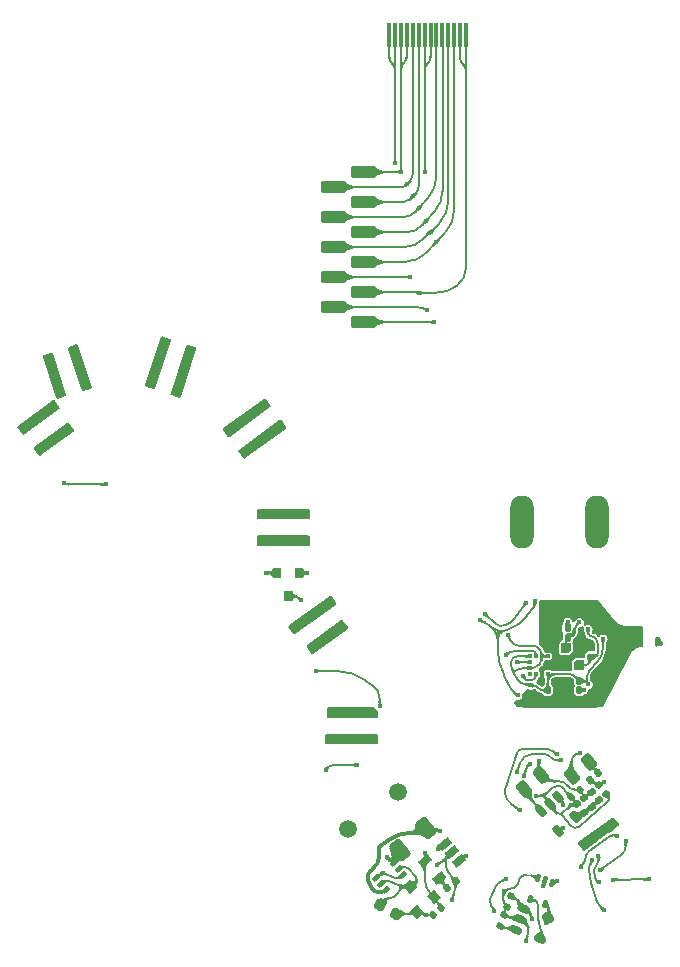
<source format=gbr>
G04 #@! TF.GenerationSoftware,KiCad,Pcbnew,(6.0.1)*
G04 #@! TF.CreationDate,2022-05-29T23:08:32-04:00*
G04 #@! TF.ProjectId,Main-rounded,4d61696e-2d72-46f7-956e-6465642e6b69,10*
G04 #@! TF.SameCoordinates,Original*
G04 #@! TF.FileFunction,Copper,L1,Top*
G04 #@! TF.FilePolarity,Positive*
%FSLAX46Y46*%
G04 Gerber Fmt 4.6, Leading zero omitted, Abs format (unit mm)*
G04 Created by KiCad (PCBNEW (6.0.1)) date 2022-05-29 23:08:32*
%MOMM*%
%LPD*%
G01*
G04 APERTURE LIST*
G04 Aperture macros list*
%AMRoundRect*
0 Rectangle with rounded corners*
0 $1 Rounding radius*
0 $2 $3 $4 $5 $6 $7 $8 $9 X,Y pos of 4 corners*
0 Add a 4 corners polygon primitive as box body*
4,1,4,$2,$3,$4,$5,$6,$7,$8,$9,$2,$3,0*
0 Add four circle primitives for the rounded corners*
1,1,$1+$1,$2,$3*
1,1,$1+$1,$4,$5*
1,1,$1+$1,$6,$7*
1,1,$1+$1,$8,$9*
0 Add four rect primitives between the rounded corners*
20,1,$1+$1,$2,$3,$4,$5,0*
20,1,$1+$1,$4,$5,$6,$7,0*
20,1,$1+$1,$6,$7,$8,$9,0*
20,1,$1+$1,$8,$9,$2,$3,0*%
%AMRotRect*
0 Rectangle, with rotation*
0 The origin of the aperture is its center*
0 $1 length*
0 $2 width*
0 $3 Rotation angle, in degrees counterclockwise*
0 Add horizontal line*
21,1,$1,$2,0,0,$3*%
%AMFreePoly0*
4,1,14,0.285355,0.385355,0.435355,0.235355,0.450000,0.200000,0.450000,-0.350000,0.435355,-0.385355,0.400000,-0.400000,-0.400000,-0.400000,-0.435355,-0.385355,-0.450000,-0.350000,-0.450000,0.350000,-0.435355,0.385355,-0.400000,0.400000,0.250000,0.400000,0.285355,0.385355,0.285355,0.385355,$1*%
%AMFreePoly1*
4,1,14,0.435355,0.385355,0.450000,0.350000,0.450000,-0.350000,0.435355,-0.385355,0.400000,-0.400000,-0.250000,-0.400000,-0.285355,-0.385355,-0.435355,-0.235355,-0.450000,-0.200000,-0.450000,0.350000,-0.435355,0.385355,-0.400000,0.400000,0.400000,0.400000,0.435355,0.385355,0.435355,0.385355,$1*%
G04 Aperture macros list end*
G04 #@! TA.AperFunction,ComponentPad*
%ADD10O,2.000000X4.500000*%
G04 #@! TD*
G04 #@! TA.AperFunction,SMDPad,CuDef*
%ADD11RotRect,0.650000X0.400000X250.000000*%
G04 #@! TD*
G04 #@! TA.AperFunction,ComponentPad*
%ADD12C,1.500000*%
G04 #@! TD*
G04 #@! TA.AperFunction,SMDPad,CuDef*
%ADD13RotRect,1.060000X0.650000X220.000000*%
G04 #@! TD*
G04 #@! TA.AperFunction,SMDPad,CuDef*
%ADD14R,0.800000X0.900000*%
G04 #@! TD*
G04 #@! TA.AperFunction,SMDPad,CuDef*
%ADD15RoundRect,0.162500X-0.400915X-0.027008X0.289759X-0.278392X0.400915X0.027008X-0.289759X0.278392X0*%
G04 #@! TD*
G04 #@! TA.AperFunction,SMDPad,CuDef*
%ADD16RoundRect,0.135000X0.127670X-0.190132X0.220016X0.063585X-0.127670X0.190132X-0.220016X-0.063585X0*%
G04 #@! TD*
G04 #@! TA.AperFunction,SMDPad,CuDef*
%ADD17RoundRect,0.147500X0.147500X0.172500X-0.147500X0.172500X-0.147500X-0.172500X0.147500X-0.172500X0*%
G04 #@! TD*
G04 #@! TA.AperFunction,SMDPad,CuDef*
%ADD18RoundRect,0.243750X0.106549X-0.506187X0.479995X-0.192828X-0.106549X0.506187X-0.479995X0.192828X0*%
G04 #@! TD*
G04 #@! TA.AperFunction,SMDPad,CuDef*
%ADD19RoundRect,0.147500X-0.147500X-0.172500X0.147500X-0.172500X0.147500X0.172500X-0.147500X0.172500X0*%
G04 #@! TD*
G04 #@! TA.AperFunction,SMDPad,CuDef*
%ADD20RoundRect,0.140000X0.140000X0.170000X-0.140000X0.170000X-0.140000X-0.170000X0.140000X-0.170000X0*%
G04 #@! TD*
G04 #@! TA.AperFunction,SMDPad,CuDef*
%ADD21RoundRect,0.147500X-0.172500X0.147500X-0.172500X-0.147500X0.172500X-0.147500X0.172500X0.147500X0*%
G04 #@! TD*
G04 #@! TA.AperFunction,SMDPad,CuDef*
%ADD22RoundRect,0.140000X-0.002028X0.220218X-0.216520X0.040237X0.002028X-0.220218X0.216520X-0.040237X0*%
G04 #@! TD*
G04 #@! TA.AperFunction,SMDPad,CuDef*
%ADD23RoundRect,0.147500X0.226954X-0.002111X0.037331X0.223872X-0.226954X0.002111X-0.037331X-0.223872X0*%
G04 #@! TD*
G04 #@! TA.AperFunction,SMDPad,CuDef*
%ADD24RoundRect,0.147500X-0.226954X0.002111X-0.037331X-0.223872X0.226954X-0.002111X0.037331X0.223872X0*%
G04 #@! TD*
G04 #@! TA.AperFunction,SMDPad,CuDef*
%ADD25RoundRect,0.162500X-0.360707X0.177068X0.111742X-0.385974X0.360707X-0.177068X-0.111742X0.385974X0*%
G04 #@! TD*
G04 #@! TA.AperFunction,SMDPad,CuDef*
%ADD26RoundRect,0.147500X-0.002111X-0.226954X0.223872X-0.037331X0.002111X0.226954X-0.223872X0.037331X0*%
G04 #@! TD*
G04 #@! TA.AperFunction,SMDPad,CuDef*
%ADD27RoundRect,0.225000X-0.319856X-0.104006X0.069856X-0.329006X0.319856X0.104006X-0.069856X0.329006X0*%
G04 #@! TD*
G04 #@! TA.AperFunction,SMDPad,CuDef*
%ADD28RotRect,0.650000X0.400000X220.000000*%
G04 #@! TD*
G04 #@! TA.AperFunction,SMDPad,CuDef*
%ADD29RoundRect,0.147500X0.002111X0.226954X-0.223872X0.037331X-0.002111X-0.226954X0.223872X-0.037331X0*%
G04 #@! TD*
G04 #@! TA.AperFunction,SMDPad,CuDef*
%ADD30RoundRect,0.140000X-0.220218X-0.002028X-0.040237X-0.216520X0.220218X0.002028X0.040237X0.216520X0*%
G04 #@! TD*
G04 #@! TA.AperFunction,SMDPad,CuDef*
%ADD31FreePoly0,90.000000*%
G04 #@! TD*
G04 #@! TA.AperFunction,SMDPad,CuDef*
%ADD32RoundRect,0.060000X0.340000X-0.390000X0.340000X0.390000X-0.340000X0.390000X-0.340000X-0.390000X0*%
G04 #@! TD*
G04 #@! TA.AperFunction,SMDPad,CuDef*
%ADD33FreePoly1,90.000000*%
G04 #@! TD*
G04 #@! TA.AperFunction,SMDPad,CuDef*
%ADD34R,0.375000X0.350000*%
G04 #@! TD*
G04 #@! TA.AperFunction,SMDPad,CuDef*
%ADD35R,0.350000X0.375000*%
G04 #@! TD*
G04 #@! TA.AperFunction,SMDPad,CuDef*
%ADD36RotRect,0.900000X0.800000X130.000000*%
G04 #@! TD*
G04 #@! TA.AperFunction,SMDPad,CuDef*
%ADD37RoundRect,0.250000X0.168848X-0.706835X0.666776X-0.289023X-0.168848X0.706835X-0.666776X0.289023X0*%
G04 #@! TD*
G04 #@! TA.AperFunction,SMDPad,CuDef*
%ADD38RoundRect,0.275000X0.775000X-0.275000X0.775000X0.275000X-0.775000X0.275000X-0.775000X-0.275000X0*%
G04 #@! TD*
G04 #@! TA.AperFunction,SMDPad,CuDef*
%ADD39RoundRect,0.140000X-0.111865X0.189700X-0.207631X-0.073414X0.111865X-0.189700X0.207631X0.073414X0*%
G04 #@! TD*
G04 #@! TA.AperFunction,SMDPad,CuDef*
%ADD40R,0.300000X2.000000*%
G04 #@! TD*
G04 #@! TA.AperFunction,ViaPad*
%ADD41C,0.450000*%
G04 #@! TD*
G04 #@! TA.AperFunction,Conductor*
%ADD42C,0.200000*%
G04 #@! TD*
G04 #@! TA.AperFunction,Conductor*
%ADD43C,0.300000*%
G04 #@! TD*
G04 APERTURE END LIST*
D10*
X252840000Y-102530000D03*
X259240000Y-102530000D03*
D11*
X255425719Y-133079605D03*
X254814919Y-132857292D03*
X254204119Y-132634979D03*
X253554281Y-134420395D03*
X254775881Y-134865021D03*
D12*
X242380000Y-125400000D03*
D13*
X247554980Y-131219391D03*
X246944332Y-130491649D03*
X246333684Y-129763906D03*
X244648386Y-131178039D03*
X245869682Y-132633524D03*
D14*
X233990000Y-106800000D03*
X232090000Y-106800000D03*
X233040000Y-108800000D03*
D12*
X238090000Y-128540000D03*
D15*
X253011257Y-135261070D03*
X252686338Y-136153778D03*
X252361419Y-137046486D03*
X254428743Y-137798930D03*
X255078581Y-136013514D03*
D16*
X250961998Y-136753997D03*
X251310858Y-135795511D03*
D17*
X256735000Y-111500000D03*
X255765000Y-111500000D03*
D18*
X257098490Y-124038022D03*
X258534824Y-122832796D03*
D19*
X255785000Y-112310000D03*
X256755000Y-112310000D03*
D20*
X257720000Y-116760000D03*
X256760000Y-116760000D03*
D21*
X258710000Y-112935000D03*
X258710000Y-113905000D03*
D19*
X255045000Y-116750000D03*
X256015000Y-116750000D03*
D22*
X257750813Y-125161579D03*
X257015411Y-125778655D03*
D23*
X259384495Y-126081748D03*
X258760991Y-125338684D03*
D24*
X258140497Y-125859341D03*
X258764001Y-126602405D03*
D25*
X255951392Y-125770743D03*
X255223650Y-126381391D03*
X254495907Y-126992039D03*
X255910040Y-128677337D03*
X257365525Y-127456041D03*
D20*
X257730000Y-115990000D03*
X256770000Y-115990000D03*
D18*
X253011833Y-125122613D03*
X254448167Y-123917387D03*
D26*
X246518468Y-133541752D03*
X247261532Y-132918248D03*
D27*
X240878830Y-134912500D03*
X242221170Y-135687500D03*
D28*
X242825554Y-132417281D03*
X242407742Y-131919352D03*
X241989930Y-131421423D03*
X240534446Y-132642719D03*
X240952258Y-133140648D03*
X241370070Y-133638577D03*
D22*
X246047701Y-135181462D03*
X245312299Y-135798538D03*
D29*
X259324771Y-123762548D03*
X258581707Y-124386052D03*
D30*
X259393595Y-124801341D03*
X260010671Y-125536743D03*
D31*
X257690000Y-114600000D03*
D32*
X257690000Y-113200000D03*
D33*
X256590000Y-113200000D03*
D32*
X256590000Y-114600000D03*
D34*
X253507500Y-113890000D03*
X253507500Y-114390000D03*
X253507500Y-114890000D03*
X253507500Y-115390000D03*
D35*
X254020000Y-115402500D03*
X254520000Y-115402500D03*
D34*
X255032500Y-115390000D03*
X255032500Y-114890000D03*
X255032500Y-114390000D03*
X255032500Y-113890000D03*
D35*
X254520000Y-113877500D03*
X254020000Y-113877500D03*
D24*
X257520000Y-126380000D03*
X258143504Y-127123064D03*
D36*
X243965045Y-135516693D03*
X245420530Y-134295396D03*
X243407212Y-133373956D03*
D37*
X242510084Y-130308112D03*
X244769916Y-128411888D03*
D38*
X239417500Y-85570000D03*
X236877500Y-84300000D03*
X239417500Y-83030000D03*
X236877500Y-81760000D03*
X239417500Y-80490000D03*
X236877500Y-79220000D03*
X239417500Y-77950000D03*
X236877500Y-76680000D03*
X239417500Y-75410000D03*
X236877500Y-74140000D03*
X239417500Y-72870000D03*
D39*
X251900380Y-134215115D03*
X251572040Y-135117219D03*
D40*
X241620000Y-61279999D03*
X242119999Y-61279999D03*
X242620000Y-61279999D03*
X243120000Y-61279999D03*
X243620001Y-61279999D03*
X244120000Y-61279999D03*
X244620000Y-61279999D03*
X245120000Y-61279999D03*
X245620000Y-61279999D03*
X246120001Y-61279999D03*
X246620000Y-61279999D03*
X247120000Y-61279999D03*
X247620000Y-61279999D03*
X248120000Y-61279999D03*
D41*
X259770000Y-124490000D03*
X253170000Y-109380000D03*
X255990000Y-114600000D03*
X257180000Y-109660000D03*
X262800000Y-111600000D03*
X253210000Y-137960000D03*
X260540000Y-132790000D03*
X238900000Y-123070000D03*
X244700000Y-135790000D03*
X255790000Y-109790000D03*
X254890000Y-110690000D03*
X260590000Y-113290000D03*
X234110000Y-109110000D03*
X249720000Y-110300000D03*
X260070000Y-110460000D03*
X258220000Y-110550000D03*
X258800000Y-111040000D03*
X258960000Y-109320000D03*
X254060000Y-125670000D03*
X236230000Y-123470000D03*
X254760000Y-117530000D03*
X245690000Y-131550000D03*
X255790000Y-112970000D03*
X214120000Y-99190000D03*
X259330000Y-111670000D03*
X261340000Y-112670000D03*
X259590000Y-109810000D03*
X251360000Y-133760000D03*
X245390000Y-85580000D03*
X256450000Y-109660000D03*
X260690000Y-111160000D03*
X261340000Y-111600000D03*
X246910000Y-134520000D03*
X264400000Y-112600000D03*
X255870000Y-111000000D03*
X256300000Y-110530000D03*
X241070000Y-132220000D03*
X262070000Y-111610000D03*
X257250000Y-110530000D03*
X256020000Y-115900000D03*
X244630000Y-72850000D03*
X255350000Y-110210000D03*
X262800000Y-112670000D03*
X257029984Y-126470016D03*
X242630000Y-72850000D03*
X262070000Y-112670000D03*
X263580000Y-132780000D03*
X217610000Y-99330000D03*
X244160000Y-83100000D03*
X251680000Y-112110000D03*
X254270000Y-122770000D03*
X253610000Y-116350000D03*
X258480000Y-116270000D03*
X259730000Y-112420000D03*
X253700000Y-136100000D03*
X257770000Y-122060000D03*
X259420000Y-133030000D03*
X244690000Y-130500000D03*
X259340000Y-130770000D03*
X253520000Y-123000000D03*
X253040000Y-124000000D03*
X243420000Y-81760000D03*
X259500000Y-131970000D03*
X261630000Y-129530000D03*
X255860000Y-132940000D03*
X258460000Y-111590000D03*
X258100000Y-116740000D03*
X257710000Y-111020000D03*
X256740000Y-110980000D03*
X241400000Y-130870000D03*
X245890000Y-128640000D03*
X244720001Y-77020000D03*
X245600000Y-78830000D03*
X245160000Y-77950000D03*
X244120000Y-75920000D03*
X243619998Y-74920000D03*
X243120001Y-73920001D03*
X244860000Y-84590000D03*
X258810000Y-131140000D03*
X251550000Y-132730000D03*
X249330000Y-110850000D03*
X253960000Y-109240000D03*
X259770000Y-135350000D03*
X254930000Y-136460000D03*
X252520000Y-117200000D03*
X242070000Y-72150000D03*
X250507748Y-135487748D03*
X256330000Y-128390000D03*
X234670000Y-106820000D03*
X245780000Y-130210000D03*
X257840000Y-131700000D03*
X248120000Y-130760000D03*
X260940000Y-129110000D03*
X252430000Y-123690000D03*
X256180000Y-122670000D03*
X252720000Y-126930000D03*
X255790000Y-122190000D03*
X231190000Y-106800000D03*
X240820000Y-118100000D03*
X256310000Y-126480000D03*
X235380000Y-115120000D03*
X254650000Y-133290000D03*
X251510000Y-113740000D03*
X252442282Y-114357718D03*
X252960000Y-115550000D03*
D42*
X259770000Y-124490000D02*
X259393595Y-124801341D01*
X258581708Y-124386053D02*
X259393595Y-124801340D01*
X247220765Y-133194124D02*
X247212830Y-132879709D01*
X256275423Y-127143661D02*
X256879341Y-126636914D01*
X240983123Y-85570000D02*
X241061404Y-85570000D01*
X258560000Y-113005000D02*
X257750000Y-113000000D01*
X214473034Y-99330000D02*
X217610000Y-99330000D01*
X254966824Y-126025695D02*
X254900252Y-125933494D01*
X255782613Y-124879380D02*
X255780612Y-124879388D01*
X246681107Y-132255619D02*
X247101411Y-132834119D01*
X240356873Y-85570000D02*
X240043749Y-85570000D01*
X239495782Y-85570000D02*
X239417501Y-85570000D01*
X257021590Y-128244061D02*
X256258694Y-127334877D01*
X244700000Y-135790000D02*
X245312299Y-135798538D01*
X256785000Y-115995000D02*
X256800000Y-116000000D01*
X252743025Y-136197017D02*
X253168689Y-136521701D01*
X251299284Y-134054351D02*
X251338679Y-133948107D01*
X256020000Y-115900000D02*
X256017191Y-116377472D01*
X247123436Y-133910135D02*
X246958235Y-134452941D01*
X254760000Y-117530000D02*
X255508409Y-117530000D01*
X252576015Y-132845304D02*
X252484334Y-133152877D01*
X254520000Y-115136301D02*
X254520000Y-115402500D01*
X236962113Y-123070000D02*
X238900000Y-123070000D01*
X255990000Y-114600000D02*
X256290000Y-114600000D01*
X241531091Y-85570000D02*
X241922497Y-85570000D01*
X233955000Y-108955000D02*
X234110000Y-109110000D01*
X243174996Y-85570000D02*
X245390010Y-85570000D01*
X244620001Y-64313554D02*
X244620001Y-72620000D01*
X244620001Y-64313554D02*
X244620000Y-63606447D01*
X256351676Y-125007095D02*
X256949712Y-125830220D01*
X246910000Y-134520000D02*
X246930000Y-134500000D01*
X249720000Y-110300000D02*
X250544033Y-111071386D01*
X246410000Y-131315268D02*
X246410000Y-131421236D01*
X255990000Y-114600000D02*
X255845000Y-114495000D01*
X257658353Y-128306868D02*
X260097013Y-126260591D01*
X251385159Y-134805530D02*
X251366020Y-134773609D01*
X242619999Y-63546446D02*
X242619999Y-61139999D01*
X256010000Y-117113181D02*
X256010000Y-116749976D01*
X244700000Y-135790000D02*
X243965045Y-135516693D01*
X253612787Y-132442050D02*
X254204119Y-132634979D01*
X254856250Y-114890000D02*
X254786301Y-114890000D01*
X255815000Y-114745000D02*
X255990000Y-114600000D01*
X256020000Y-115900000D02*
X256760000Y-115900000D01*
X256775346Y-114364104D02*
X257690000Y-113200000D01*
X247211790Y-132904988D02*
X247200143Y-132901883D01*
X246677166Y-130725824D02*
X246944332Y-130491649D01*
X233580796Y-108800000D02*
X233040000Y-108800000D01*
X240043749Y-85570000D02*
X239730625Y-85570000D01*
X240983123Y-85570000D02*
X240669998Y-85570000D01*
X254385000Y-125670000D02*
X254060000Y-125670000D01*
X255815406Y-127123861D02*
X255497092Y-126724476D01*
X255776854Y-111980091D02*
X255765000Y-111500000D01*
X255412733Y-114890000D02*
X255208750Y-114890000D01*
X240669998Y-85570000D02*
X240356873Y-85570000D01*
X255520974Y-114390000D02*
X255282500Y-114390000D01*
X257368356Y-126199278D02*
X257015413Y-125778655D01*
X254955420Y-125456942D02*
X255498714Y-124985291D01*
X214225803Y-99269045D02*
X214109702Y-99208090D01*
X245119999Y-63106445D02*
X245120000Y-61140000D01*
X243119999Y-63046447D02*
X243119998Y-61140000D01*
X254856250Y-114890000D02*
X255208750Y-114890000D01*
X242221170Y-135687500D02*
X243970000Y-135690000D01*
X253170000Y-109380000D02*
X252222829Y-110683667D01*
X242597777Y-132573640D02*
X242825554Y-132417281D01*
X255032500Y-114640000D02*
X255032500Y-114713750D01*
X263580000Y-132780000D02*
X260540000Y-132790000D01*
X242630000Y-72850000D02*
X242625000Y-72845000D01*
X255787500Y-112640000D02*
X255790000Y-112970000D01*
X241070000Y-132220000D02*
X242112803Y-132629099D01*
X243174996Y-85570000D02*
X241922497Y-85570000D01*
X239652344Y-85570000D02*
X239495782Y-85570000D01*
X242595857Y-72870000D02*
X239417500Y-72870000D01*
X253404009Y-137318277D02*
X253210000Y-137960000D01*
X260154564Y-125717438D02*
X260010671Y-125536742D01*
X242630000Y-72850000D02*
X242620000Y-72860000D01*
X256764837Y-116387497D02*
X256769794Y-116005810D01*
X241070000Y-132220000D02*
X240534446Y-132642719D01*
X244620000Y-63606447D02*
X244620001Y-61140000D01*
X246135207Y-131185177D02*
X245690000Y-131550000D01*
X242620001Y-64253553D02*
X242619999Y-63546446D01*
X239730625Y-85570000D02*
X239652344Y-85570000D01*
X241531091Y-85570000D02*
X241061404Y-85570000D01*
X242620001Y-72832930D02*
X242620001Y-64253553D01*
X236426866Y-123243912D02*
X236187496Y-123417825D01*
X251651686Y-135921645D02*
X252553135Y-136255254D01*
X247220765Y-133194124D02*
G75*
G02*
X247123436Y-133910135I-2262325J-57098D01*
G01*
X255282500Y-114390000D02*
G75*
G03*
X255032500Y-114640000I-1J-249999D01*
G01*
X247101412Y-132834119D02*
G75*
G03*
X247200143Y-132901882I144859J105252D01*
G01*
X256879341Y-126636914D02*
G75*
G02*
X257290031Y-126432635I629023J-749638D01*
G01*
X254900252Y-125933494D02*
G75*
G03*
X254385000Y-125670000I-515253J-372032D01*
G01*
X256035725Y-127230451D02*
G75*
G03*
X256275422Y-127143660I1236J370979D01*
G01*
X255845000Y-114495000D02*
G75*
G03*
X255520974Y-114390000I-324025J-447463D01*
G01*
X255782613Y-124879380D02*
G75*
G02*
X256099835Y-124878776I317222J-83302737D01*
G01*
X256258693Y-127334878D02*
G75*
G03*
X256035725Y-127230453I-223941J-187906D01*
G01*
X255508409Y-117530000D02*
G75*
G03*
X255855000Y-117417386I-3J589665D01*
G01*
X247236531Y-132873248D02*
G75*
G02*
X247211790Y-132904987I-19110J-10616D01*
G01*
X242595857Y-72869999D02*
G75*
G03*
X242619999Y-72859999I0J34144D01*
G01*
X255412733Y-114890000D02*
G75*
G03*
X255815000Y-114745000I-2J630501D01*
G01*
X247212831Y-132879709D02*
G75*
G02*
X247236532Y-132873248I12644J319D01*
G01*
X233955000Y-108955000D02*
G75*
G03*
X233580796Y-108800000I-374204J-374206D01*
G01*
X246677166Y-130725824D02*
G75*
G02*
X246135207Y-131185177I-14104074J16091039D01*
G01*
X256035725Y-127230451D02*
G75*
G02*
X255815406Y-127123861I942J282937D01*
G01*
X214225803Y-99269045D02*
G75*
G03*
X214473034Y-99330000I247235J470918D01*
G01*
X256010000Y-117113181D02*
G75*
G02*
X255855000Y-117417386I-376024J3D01*
G01*
X256290000Y-114600000D02*
G75*
G03*
X256775346Y-114364104I-2J617241D01*
G01*
X255497092Y-126724476D02*
G75*
G02*
X254966824Y-126025695I14427584J11498918D01*
G01*
X256017192Y-116377472D02*
G75*
G03*
X256387500Y-116754999I375345J-2209D01*
G01*
X254600000Y-114960000D02*
G75*
G03*
X254520000Y-115136301I154256J-176298D01*
G01*
X242112803Y-132629099D02*
G75*
G03*
X242597777Y-132573640I190213J484854D01*
G01*
X246677166Y-130725824D02*
G75*
G03*
X246410000Y-131315268I516658J-589444D01*
G01*
X242620001Y-64253553D02*
G75*
G02*
X242870000Y-63650000I853545J4D01*
G01*
X252985000Y-132435000D02*
G75*
G03*
X252576016Y-132845304I176362J-584782D01*
G01*
X251366020Y-134773609D02*
G75*
G02*
X251299284Y-134054351I715727J429133D01*
G01*
X255032500Y-114713750D02*
G75*
G02*
X254856250Y-114890000I-176252J2D01*
G01*
X250544034Y-111071385D02*
G75*
G03*
X251420516Y-111266580I603565J644756D01*
G01*
X256099835Y-124878776D02*
G75*
G02*
X256351676Y-125007095I3J-311287D01*
G01*
X243119999Y-63046447D02*
G75*
G02*
X242870000Y-63650000I-853561J3D01*
G01*
X260097013Y-126260591D02*
G75*
G03*
X260236308Y-126000113I-254929J303813D01*
G01*
X255776853Y-111980091D02*
G75*
G02*
X255787499Y-112640000I-38572658J-952315D01*
G01*
X244620000Y-63606447D02*
G75*
G03*
X244869999Y-63710000I146446J0D01*
G01*
X246410001Y-131421236D02*
G75*
G03*
X246681108Y-132255618I1419520J-6D01*
G01*
X251925000Y-133555000D02*
G75*
G03*
X251338679Y-133948107I-20789J-602797D01*
G01*
X254385000Y-125669999D02*
G75*
G03*
X254955419Y-125456941I-1J870124D01*
G01*
X246409999Y-131315268D02*
G75*
G03*
X246135208Y-131185178I-168189J0D01*
G01*
X257368355Y-126199279D02*
G75*
G02*
X257290031Y-126432634I-110511J-92730D01*
G01*
X256769794Y-116005810D02*
G75*
G02*
X256785000Y-115995000I11552J-150D01*
G01*
X254600000Y-114960000D02*
G75*
G02*
X254786301Y-114890000I186298J-212906D01*
G01*
X256258695Y-127334877D02*
G75*
G02*
X256275423Y-127143661I103970J87244D01*
G01*
X242620000Y-63546446D02*
G75*
G03*
X242870000Y-63650000I146447J1D01*
G01*
X252985000Y-132435000D02*
G75*
G02*
X253612787Y-132442050I302663J-1003556D01*
G01*
X260236308Y-126000113D02*
G75*
G03*
X260154563Y-125717439I-383757J42181D01*
G01*
X254900252Y-125933494D02*
G75*
G02*
X254955420Y-125456942I288217J208104D01*
G01*
X253404009Y-137318277D02*
G75*
G03*
X253410000Y-136880000I-759310J229559D01*
G01*
X255208750Y-114890000D02*
G75*
G02*
X255032500Y-114713750I0J176250D01*
G01*
X255780612Y-124879388D02*
G75*
G03*
X255498714Y-124985291I1643J-432510D01*
G01*
X244869999Y-63710000D02*
G75*
G03*
X244620001Y-64313554I603545J-603547D01*
G01*
X257328422Y-128407483D02*
G75*
G02*
X257021590Y-128244061I49241J462206D01*
G01*
X242625000Y-72845000D02*
G75*
G02*
X242620001Y-72832930I12070J12069D01*
G01*
X252553135Y-136255254D02*
G75*
G03*
X252653168Y-136216889I28175J76133D01*
G01*
X245119999Y-63106445D02*
G75*
G02*
X244869999Y-63710000I-853561J2D01*
G01*
X251420516Y-111266581D02*
G75*
G03*
X252222829Y-110683667I-495861J1526096D01*
G01*
X253168688Y-136521702D02*
G75*
G02*
X253409999Y-136880000I-408479J-535516D01*
G01*
X252653170Y-136216890D02*
G75*
G02*
X252743024Y-136197018I53322J-28021D01*
G01*
X251441450Y-135456365D02*
G75*
G03*
X251651686Y-135921644I334727J-128891D01*
G01*
X251441449Y-135456365D02*
G75*
G03*
X251385159Y-134805530I-695276J267718D01*
G01*
X257328422Y-128407484D02*
G75*
G03*
X257658353Y-128306868I46678J438185D01*
G01*
X256387500Y-116755000D02*
G75*
G03*
X256764837Y-116387497I4995J372339D01*
G01*
X252484333Y-133152877D02*
G75*
G02*
X251925000Y-133554999I-539918J160936D01*
G01*
X246930000Y-134500000D02*
G75*
G03*
X246958234Y-134452941I-80010J80005D01*
G01*
X236426866Y-123243912D02*
G75*
G02*
X236962113Y-123070000I535243J-736693D01*
G01*
X254270000Y-122770000D02*
X254270000Y-123418012D01*
X258423354Y-116118491D02*
X258516708Y-116246982D01*
X253498697Y-114890000D02*
X253318224Y-114890000D01*
X251940000Y-114355539D02*
X251940000Y-114674632D01*
X254715843Y-124070074D02*
X254418015Y-123660148D01*
X255032500Y-116070028D02*
X255032500Y-116750057D01*
X252024837Y-115018733D02*
X252194512Y-115341916D01*
X244160000Y-83100000D02*
X245577596Y-83100000D01*
X256032674Y-124480000D02*
X255520368Y-124480000D01*
X253096374Y-114890000D02*
X253022425Y-114890000D01*
X257349961Y-125161579D02*
X257351212Y-125161579D01*
X254520000Y-113698750D02*
X254520000Y-114056250D01*
X252194512Y-115341916D02*
X252403504Y-115739988D01*
X254698696Y-113881858D02*
X255032500Y-113890000D01*
X259730000Y-112420000D02*
X259730000Y-113120341D01*
X254598914Y-116740000D02*
X255045072Y-116740000D01*
X254331098Y-113260000D02*
X254414933Y-113375388D01*
X254359083Y-123758693D02*
X254448167Y-123917387D01*
X248119999Y-63676447D02*
X248119999Y-64383554D01*
X251913630Y-112555000D02*
X251680000Y-112110000D01*
X259251385Y-114331960D02*
X258590613Y-115037831D01*
X253318224Y-114890000D02*
X253244274Y-114890000D01*
X258004329Y-115990000D02*
X258171176Y-115990000D01*
X247619999Y-63176447D02*
X247619999Y-61140000D01*
X257487234Y-115726527D02*
X257460696Y-115690000D01*
X254216205Y-116545000D02*
X254211051Y-116537906D01*
X248120000Y-80987278D02*
X248120000Y-79220000D01*
X252271719Y-115096354D02*
X252389807Y-115035161D01*
X258446608Y-125602483D02*
X258760992Y-125338684D01*
X252500221Y-113890000D02*
X253507500Y-113890000D01*
X253196316Y-116270000D02*
X253614556Y-116270000D01*
X253842265Y-116350000D02*
X253610000Y-116350000D01*
X253244274Y-114890000D02*
X253170324Y-114890000D01*
X254520000Y-114056250D02*
X254520000Y-114113750D01*
X255712528Y-115390000D02*
X255372514Y-115390000D01*
X256713493Y-124837282D02*
X256701510Y-124820789D01*
X253655399Y-114890000D02*
X253733750Y-114890000D01*
X254349936Y-114513989D02*
X254122864Y-114732951D01*
X253820820Y-113000000D02*
X252649861Y-113000000D01*
X253655399Y-114890000D02*
X253498697Y-114890000D01*
X248119999Y-63676447D02*
X248120000Y-61140001D01*
X239417500Y-83030000D02*
X244160516Y-83030000D01*
X258352174Y-115641445D02*
X258352174Y-115990346D01*
X255712528Y-115390000D02*
X256871913Y-115390000D01*
X248119999Y-64383554D02*
X248119999Y-79220000D01*
X255032500Y-116070028D02*
X255032500Y-115730014D01*
X252985451Y-114890000D02*
X253022425Y-114890000D01*
X253170324Y-114890000D02*
X253096374Y-114890000D01*
X256871913Y-115390001D02*
G75*
G02*
X257460696Y-115690000I3J-727770D01*
G01*
X248119999Y-64383554D02*
G75*
G03*
X247869999Y-63780001I-853552J0D01*
G01*
X253820820Y-113000000D02*
G75*
G02*
X254331098Y-113260000I1J-630735D01*
G01*
X252500221Y-113890000D02*
G75*
G03*
X252113118Y-114015777I0J-658580D01*
G01*
X254698696Y-113881859D02*
G75*
G02*
X254520000Y-113698750I4467J183109D01*
G01*
X258171176Y-115990000D02*
G75*
G02*
X258423354Y-116118491I1J-311707D01*
G01*
X247869999Y-63780001D02*
G75*
G03*
X248119999Y-63676447I103553J103554D01*
G01*
X258590613Y-115037831D02*
G75*
G03*
X258352174Y-115641445I644803J-603610D01*
G01*
X255032500Y-116070028D02*
G75*
G02*
X255712528Y-115390000I680026J2D01*
G01*
X247334354Y-82529195D02*
G75*
G02*
X245577596Y-83100000I-1756759J2417973D01*
G01*
X251940000Y-114674632D02*
G75*
G03*
X252024837Y-115018733I740259J0D01*
G01*
X257945655Y-125510460D02*
G75*
G03*
X257351212Y-125161579I-594442J-331980D01*
G01*
X251940000Y-114355539D02*
G75*
G02*
X252113118Y-114015777I419968J0D01*
G01*
X259729999Y-113120341D02*
G75*
G02*
X259251384Y-114331960I-1772931J4D01*
G01*
X254698696Y-113881858D02*
G75*
G03*
X254520000Y-114056250I-4254J-174390D01*
G01*
X252649861Y-112999999D02*
G75*
G02*
X251913631Y-112555000I2J831532D01*
G01*
X254520000Y-114113750D02*
G75*
G02*
X254349936Y-114513989I-556017J5D01*
G01*
X253842265Y-116350000D02*
G75*
G02*
X254211051Y-116537906I0J-455844D01*
G01*
X255520368Y-124479999D02*
G75*
G02*
X254715844Y-124070074I2J994451D01*
G01*
X253733750Y-114889999D02*
G75*
G03*
X254122864Y-114732951I-2J560576D01*
G01*
X248120000Y-80987278D02*
G75*
G02*
X247334354Y-82529195I-1905920J3D01*
G01*
X252194513Y-115341916D02*
G75*
G02*
X252271719Y-115096355I160727J84384D01*
G01*
X254414933Y-113375388D02*
G75*
G02*
X254520000Y-113698750I-445071J-323363D01*
G01*
X255032500Y-115730014D02*
G75*
G02*
X255372514Y-115390000I340011J3D01*
G01*
X258446608Y-125602483D02*
G75*
G02*
X257945655Y-125510460I-212424J253159D01*
G01*
X252389807Y-115035161D02*
G75*
G02*
X252985451Y-114890000I595638J-1149457D01*
G01*
X254598914Y-116740000D02*
G75*
G02*
X254216205Y-116545000I-1J473052D01*
G01*
X252271719Y-115096354D02*
G75*
G02*
X252024837Y-115018733I-84421J162917D01*
G01*
X254270001Y-123418012D02*
G75*
G03*
X254359084Y-123758693I695953J-6D01*
G01*
X257487234Y-115726527D02*
G75*
G03*
X258004329Y-115990000I517095J375692D01*
G01*
X256701510Y-124820789D02*
G75*
G03*
X256032674Y-124480000I-668833J-485932D01*
G01*
X252403504Y-115739988D02*
G75*
G03*
X252731098Y-116118841I974596J511671D01*
G01*
X247619999Y-63176447D02*
G75*
G03*
X247869999Y-63780001I853556J1D01*
G01*
X257349961Y-125161579D02*
G75*
G02*
X256713493Y-124837282I2J786721D01*
G01*
X252731098Y-116118841D02*
G75*
G03*
X253196316Y-116270000I465219J640318D01*
G01*
X253322029Y-135379894D02*
X253242672Y-135349552D01*
X253700000Y-136100000D02*
X253655000Y-135795000D01*
X252220190Y-134319027D02*
X251900380Y-134215115D01*
X252540000Y-134759208D02*
X252540000Y-134860194D01*
X253322029Y-135379895D02*
G75*
G02*
X253655000Y-135795000I-188111J-491987D01*
G01*
X252775628Y-135184508D02*
G75*
G02*
X252540000Y-134860194I105375J324313D01*
G01*
X252220190Y-134319026D02*
G75*
G02*
X252540000Y-134759208I-143026J-440183D01*
G01*
X253242672Y-135349552D02*
G75*
G03*
X252775628Y-135184509I-3465855J-9064440D01*
G01*
X242269062Y-134022979D02*
X242524742Y-133652742D01*
X242871846Y-131690000D02*
X242895000Y-131690000D01*
X241588629Y-134380000D02*
X241454618Y-134380000D01*
X243863267Y-132607738D02*
X243231084Y-131847613D01*
X241015357Y-134645502D02*
X240875966Y-134911005D01*
X241166129Y-132985324D02*
X240952258Y-133140648D01*
X242401293Y-133241565D02*
X241625164Y-132928797D01*
X243063606Y-133371977D02*
X243063640Y-133371978D01*
X242548871Y-131804676D02*
X242407742Y-131919352D01*
X243673605Y-133156977D02*
X243846957Y-133015783D01*
X242524742Y-133652742D02*
G75*
G03*
X242401293Y-133241565I-226199J156208D01*
G01*
X243939999Y-132820000D02*
G75*
G02*
X243846957Y-133015783I-252509J1D01*
G01*
X243063640Y-133371977D02*
G75*
G03*
X243673604Y-133156976I5506J957124D01*
G01*
X242401293Y-133241564D02*
G75*
G03*
X243063606Y-133371976I672672J1669222D01*
G01*
X243231084Y-131847613D02*
G75*
G03*
X242895000Y-131690000I-336081J-279509D01*
G01*
X241015357Y-134645502D02*
G75*
G02*
X241454618Y-134380000I439259J-230615D01*
G01*
X243940000Y-132820000D02*
G75*
G03*
X243863267Y-132607738I-331963J-5D01*
G01*
X242548871Y-131804676D02*
G75*
G02*
X242871846Y-131690000I322970J-397465D01*
G01*
X242524743Y-133652742D02*
G75*
G02*
X243063606Y-133371978I535117J-369541D01*
G01*
X241625164Y-132928797D02*
G75*
G03*
X241166129Y-132985324I-178464J-442849D01*
G01*
X241588629Y-134379999D02*
G75*
G03*
X242269061Y-134022979I1J826914D01*
G01*
X258534825Y-122832795D02*
X259324770Y-123762549D01*
X257434245Y-122182204D02*
X257770000Y-122060000D01*
X257098490Y-122661711D02*
X257098490Y-124038022D01*
X257434245Y-122182204D02*
G75*
G03*
X257098490Y-122661711I174524J-479506D01*
G01*
X245059886Y-133889748D02*
X245034457Y-133861146D01*
X244648386Y-132845842D02*
X244648386Y-131517696D01*
X243420000Y-81760000D02*
X236877500Y-81760000D01*
X259340000Y-130770000D02*
X259340000Y-131207900D01*
X245734115Y-134738429D02*
X246047701Y-135181462D01*
X258950000Y-132016192D02*
X258950000Y-131973319D01*
X259109333Y-132790476D02*
X259037731Y-132570108D01*
X259289379Y-132970523D02*
X259425272Y-133014677D01*
X253040000Y-124000000D02*
X253340000Y-122980000D01*
X244669193Y-130839019D02*
X244690000Y-130500000D01*
X259037731Y-132570108D02*
G75*
G02*
X258950000Y-132016192I1704748J553909D01*
G01*
X244648386Y-131517696D02*
G75*
G02*
X244669193Y-130839019I11076782J63D01*
G01*
X259340000Y-131207900D02*
G75*
G02*
X259145000Y-131590610I-473060J2D01*
G01*
X259145000Y-131590610D02*
G75*
G03*
X258950000Y-131973319I278045J-382704D01*
G01*
X245034457Y-133861146D02*
G75*
G02*
X244648386Y-132845842I1142007J1015304D01*
G01*
X259109333Y-132790476D02*
G75*
G03*
X259289379Y-132970523I266703J86656D01*
G01*
X245734115Y-134738429D02*
G75*
G03*
X245059886Y-133889748I-7989853J-5655327D01*
G01*
X246438209Y-133410105D02*
X245872499Y-132631471D01*
X246493468Y-133496752D02*
X246518468Y-133541752D01*
X246438209Y-133410105D02*
G75*
G02*
X246493468Y-133496752I-686234J-498589D01*
G01*
X255860000Y-132940000D02*
X255425719Y-133079605D01*
X259500000Y-131970000D02*
X261268990Y-130684752D01*
X261630000Y-129976232D02*
X261630000Y-129530000D01*
X261268990Y-130684752D02*
G75*
G03*
X261630000Y-129976232I-514773J708523D01*
G01*
X258225523Y-114615985D02*
X257690000Y-114600000D01*
X258650119Y-112198129D02*
X258944757Y-112233215D01*
X258460000Y-111590000D02*
X258460000Y-111825003D01*
X259079178Y-113890000D02*
X258709751Y-113890000D01*
X258560000Y-114305463D02*
X258560000Y-113975000D01*
X259279515Y-112890213D02*
X259279515Y-113602341D01*
X258559999Y-114305463D02*
G75*
G02*
X258459999Y-114529999I-302093J4D01*
G01*
X258460001Y-111825003D02*
G75*
G03*
X258650119Y-112198128I461200J-3D01*
G01*
X258225523Y-114615985D02*
G75*
G03*
X258460000Y-114530000I10010J335400D01*
G01*
X259079178Y-113889999D02*
G75*
G03*
X259231255Y-113798080I-3J171768D01*
G01*
X259231256Y-113798080D02*
G75*
G03*
X259279515Y-113602341I-372840J195742D01*
G01*
X258944757Y-112233215D02*
G75*
G02*
X259279515Y-112890213I-477342J-657001D01*
G01*
X258100000Y-116740000D02*
X257720000Y-116760000D01*
X257700000Y-111020000D02*
X257710000Y-111020000D01*
X257330000Y-111607588D02*
X257330000Y-111793926D01*
X257509999Y-111189999D02*
X257682729Y-111026866D01*
X257042500Y-112205000D02*
X256835973Y-112280427D01*
X256590000Y-112346204D02*
X256590000Y-113200000D01*
X257682729Y-111026866D02*
G75*
G02*
X257700000Y-111020000I17269J-18283D01*
G01*
X257330000Y-111607588D02*
G75*
G02*
X257509999Y-111189999I574382J4D01*
G01*
X256672500Y-112285000D02*
G75*
G03*
X256835973Y-112280427I74887J247136D01*
G01*
X257042500Y-112205000D02*
G75*
G03*
X257330000Y-111793926I-150135J411076D01*
G01*
X256672500Y-112285000D02*
G75*
G03*
X256590000Y-112346204I-18548J-61203D01*
G01*
X256740000Y-110980000D02*
X256735000Y-111500000D01*
X258919121Y-126472239D02*
X258608874Y-126732569D01*
X259345715Y-126114288D02*
X259268153Y-126179370D01*
X259190591Y-126244451D02*
X259113028Y-126309534D01*
X258919121Y-126472239D02*
X259035465Y-126374616D01*
X258453751Y-126862734D02*
X258608874Y-126732569D01*
X259113028Y-126309534D02*
X259035465Y-126374616D01*
X259190591Y-126244451D02*
X259268153Y-126179370D01*
X259345715Y-126114288D02*
X259384496Y-126081747D01*
X257834867Y-127385303D02*
X257526223Y-127647551D01*
X257834867Y-127385303D02*
G75*
G02*
X258453751Y-126862734I84987885J-100024292D01*
G01*
D43*
X242690042Y-130524056D02*
X242510084Y-130308112D01*
X241400000Y-130870000D02*
X241694965Y-131145711D01*
X242647737Y-130912093D02*
X242309177Y-131174234D01*
X242690042Y-130524056D02*
G75*
G02*
X242647737Y-130912093I-208329J-173612D01*
G01*
X241694965Y-131145711D02*
G75*
G03*
X242309177Y-131174234I323858J346476D01*
G01*
X240196710Y-133588450D02*
X240170132Y-133551869D01*
X245135100Y-128486260D02*
X245890000Y-128640000D01*
X241669565Y-129372567D02*
X240770001Y-130026140D01*
X240207247Y-131906128D02*
X240039513Y-132027993D01*
X239828566Y-132881508D02*
X239795377Y-132779365D01*
X240876954Y-133860000D02*
X240729655Y-133860000D01*
X243277861Y-128850000D02*
X243794225Y-128850000D01*
X240770000Y-130801664D02*
X240770000Y-130026140D01*
X241217689Y-133749288D02*
X241370070Y-133638577D01*
X240207247Y-131906128D02*
G75*
G03*
X240770000Y-130801664I-802447J1104468D01*
G01*
X244468411Y-128630944D02*
G75*
G02*
X243794225Y-128850000I-674188J927946D01*
G01*
X240876954Y-133859999D02*
G75*
G03*
X241217688Y-133749287I-4J579703D01*
G01*
X241669565Y-129372567D02*
G75*
G02*
X243277861Y-128850000I1608289J-2213607D01*
G01*
X240729655Y-133859999D02*
G75*
G02*
X240196711Y-133588449I1J658756D01*
G01*
X240170132Y-133551869D02*
G75*
G02*
X239828566Y-132881508I1945430J1413445D01*
G01*
X239795376Y-132779365D02*
G75*
G02*
X240039513Y-132027993I639154J207674D01*
G01*
X244468411Y-128630944D02*
G75*
G02*
X245135100Y-128486260I497710J-685038D01*
G01*
D42*
X252988730Y-124978220D02*
X253011833Y-125122613D01*
X252869509Y-125081282D02*
X253188702Y-125454538D01*
X253964253Y-126365192D02*
X254495907Y-126992039D01*
X253188702Y-125454538D02*
G75*
G02*
X253964253Y-126365192I-223716950J-191312276D01*
G01*
X252869509Y-125081282D02*
G75*
G02*
X252885917Y-124936307I75816J64836D01*
G01*
X252988729Y-124978220D02*
G75*
G03*
X252885916Y-124936307I-64132J-10260D01*
G01*
X245430000Y-76261543D02*
X244720001Y-77020000D01*
X246140000Y-74464166D02*
X246140000Y-61139986D01*
X244284176Y-77484826D02*
X244719630Y-77019653D01*
X243211535Y-77950000D02*
X239417500Y-77950000D01*
X243211535Y-77949999D02*
G75*
G03*
X244284175Y-77484825I-2J1469288D01*
G01*
X246140000Y-74464166D02*
G75*
G02*
X245430000Y-76261543I-2630050J2D01*
G01*
X242925775Y-80490000D02*
X239417500Y-80490000D01*
X244838075Y-79660691D02*
X245614401Y-78831382D01*
X246360000Y-78018130D02*
X245600000Y-78830000D01*
X247120000Y-76094176D02*
X247120000Y-61139999D01*
X247120000Y-76094176D02*
G75*
G02*
X246360000Y-78018130I-2815269J3D01*
G01*
X242925775Y-80489999D02*
G75*
G03*
X244838075Y-79660691I-1J2619439D01*
G01*
X244481002Y-78556614D02*
X245102005Y-77893229D01*
X245890000Y-77170177D02*
X245160000Y-77950000D01*
X246620000Y-75322168D02*
X246620000Y-61139999D01*
X242951306Y-79220000D02*
X236877500Y-79220000D01*
X244481002Y-78556614D02*
G75*
G02*
X242951306Y-79220000I-1529700J1431972D01*
G01*
X245890000Y-77170177D02*
G75*
G03*
X246620000Y-75322168I-1974140J1848011D01*
G01*
X243785432Y-76283514D02*
X244156587Y-75887029D01*
X245620000Y-73223757D02*
X245620000Y-61140000D01*
X242871177Y-76680000D02*
X236877500Y-76680000D01*
X244872572Y-75115886D02*
X244125144Y-75914326D01*
X243785432Y-76283514D02*
G75*
G02*
X242871177Y-76680000I-914260J855856D01*
G01*
X244872572Y-75115886D02*
G75*
G03*
X245620000Y-73223757I-2021272J1892131D01*
G01*
X242875060Y-75410000D02*
X239417500Y-75410000D01*
X244119998Y-74059217D02*
X244119998Y-61140000D01*
X243410699Y-75177709D02*
X243628150Y-74945418D01*
X243873904Y-74682209D02*
X243627810Y-74945099D01*
X242875060Y-75410000D02*
G75*
G03*
X243410699Y-75177709I-5J733721D01*
G01*
X243873904Y-74682209D02*
G75*
G03*
X244119998Y-74059217I-665516J622994D01*
G01*
X243378382Y-73678108D02*
X243136763Y-73936217D01*
X242765258Y-74140000D02*
X236877500Y-74140000D01*
X243026560Y-74026681D02*
X243132640Y-73913362D01*
X243620001Y-73066445D02*
X243620001Y-61140000D01*
X243378382Y-73678108D02*
G75*
G03*
X243620001Y-73066445I-653415J611666D01*
G01*
X243026560Y-74026681D02*
G75*
G02*
X242765258Y-74140000I-261304J244612D01*
G01*
X244573118Y-84448640D02*
X244856236Y-84597280D01*
X242119999Y-64313552D02*
X242119999Y-63606449D01*
X250496455Y-135320354D02*
X250280000Y-135000000D01*
X254930000Y-136460000D02*
X254650000Y-136070000D01*
X245780000Y-130210000D02*
X246333684Y-129763906D01*
X250365083Y-111482263D02*
X250175922Y-111305187D01*
X249628546Y-110982052D02*
X249318877Y-110881435D01*
X242119999Y-63606449D02*
X242120000Y-61140000D01*
X253959899Y-109399899D02*
X253960000Y-109240000D01*
X254947940Y-134920926D02*
X254775881Y-134865021D01*
X256330000Y-128390000D02*
X255910040Y-128677337D01*
X241620002Y-63106451D02*
X241620000Y-61140000D01*
X251761128Y-111566952D02*
X251348046Y-111701171D01*
X259232563Y-134678583D02*
X259728621Y-135361349D01*
X242119999Y-64313552D02*
X242119999Y-72150152D01*
X251381414Y-115540817D02*
X251963312Y-116649168D01*
X250791950Y-112466572D02*
X250791950Y-113149955D01*
X253865812Y-109689160D02*
X253329293Y-110427614D01*
X250518874Y-135428874D02*
X250507748Y-135487748D01*
X258729263Y-131398250D02*
X258676667Y-131436463D01*
X250900000Y-111800000D02*
X251000000Y-111800000D01*
X258701554Y-133044306D02*
X259232563Y-134678582D01*
X250577736Y-133459493D02*
X250219261Y-134225549D01*
X234670000Y-106820000D02*
X233990000Y-106800000D01*
X254930000Y-136460000D02*
X255340000Y-136350000D01*
X254930000Y-136460000D02*
X255078581Y-136013514D01*
X250798792Y-111899992D02*
X250791950Y-112466572D01*
X255120000Y-135157744D02*
X255120000Y-136014351D01*
X258543335Y-131698142D02*
X258543335Y-132045345D01*
X251550000Y-132730000D02*
X251155000Y-132900000D01*
X243970235Y-84300000D02*
X236877500Y-84300000D01*
X258810000Y-131239796D02*
X258810000Y-131140000D01*
X252520000Y-117200000D02*
X252303775Y-117042903D01*
X241870001Y-63710002D02*
G75*
G02*
X241620002Y-63106451I603557J603554D01*
G01*
X243970235Y-84300000D02*
G75*
G02*
X244573118Y-84448640I1J-1296960D01*
G01*
X250791950Y-112466572D02*
G75*
G03*
X250365083Y-111482263I-1348292J-2D01*
G01*
X252303775Y-117042903D02*
G75*
G02*
X251963312Y-116649168I672414J925504D01*
G01*
X251155000Y-132900001D02*
G75*
G03*
X250577737Y-133459493I447085J-1038831D01*
G01*
X250791950Y-113149955D02*
G75*
G03*
X251381414Y-115540817I5143363J-7D01*
G01*
X253865812Y-109689160D02*
G75*
G03*
X253959899Y-109399899I-398567J289573D01*
G01*
X250900000Y-111800000D02*
G75*
G03*
X250798792Y-111899992I-1J-101214D01*
G01*
X258543336Y-131698142D02*
G75*
G02*
X258676667Y-131436464I323449J2D01*
G01*
X242119999Y-63606449D02*
G75*
G02*
X241870001Y-63710002I-146446J1D01*
G01*
X242119999Y-64313552D02*
G75*
G03*
X241870001Y-63710002I-853556J-3D01*
G01*
X258543335Y-132045345D02*
G75*
G03*
X258701554Y-133044306I3232670J-8D01*
G01*
X258729263Y-131398250D02*
G75*
G03*
X258810000Y-131239796I-115127J158457D01*
G01*
X250280000Y-135000000D02*
G75*
G02*
X250219261Y-134225549I652337J440769D01*
G01*
X250791950Y-112466572D02*
G75*
G02*
X251348046Y-111701171I804789J1D01*
G01*
X251348046Y-111701170D02*
G75*
G02*
X250365083Y-111482263I-306072J941999D01*
G01*
X254947940Y-134920926D02*
G75*
G02*
X255120000Y-135157744I-76947J-236820D01*
G01*
X249628546Y-110982053D02*
G75*
G02*
X250175921Y-111305188I-451802J-1390514D01*
G01*
X250496455Y-135320354D02*
G75*
G02*
X250518874Y-135428874I-120611J-81493D01*
G01*
X253329292Y-110427614D02*
G75*
G02*
X251761128Y-111566951I-2537348J1843497D01*
G01*
X257994032Y-131438008D02*
X257751935Y-131613902D01*
X248120000Y-130760000D02*
X247554980Y-131219391D01*
X258491012Y-130446824D02*
X260340204Y-129103307D01*
X258236129Y-130947061D02*
X258236129Y-130962866D01*
X260940000Y-129110000D02*
X260729593Y-129041634D01*
X260729593Y-129041635D02*
G75*
G03*
X260340204Y-129103308I-134175J-412940D01*
G01*
X258236130Y-130947061D02*
G75*
G02*
X258491013Y-130446825I618321J3D01*
G01*
X258236128Y-130962866D02*
G75*
G02*
X257994031Y-131438007I-587309J1D01*
G01*
X254805513Y-122170000D02*
X253722988Y-122170000D01*
X256180000Y-122670000D02*
X255786817Y-122670000D01*
X252430000Y-123690000D02*
X252676938Y-122930000D01*
X255296165Y-122420000D02*
G75*
G03*
X254805513Y-122170000I-490652J-356479D01*
G01*
X255786817Y-122669999D02*
G75*
G02*
X255296166Y-122419999I2J606482D01*
G01*
X253722988Y-122170001D02*
G75*
G03*
X252676939Y-122930000I-3J-1099877D01*
G01*
X255125117Y-121740000D02*
X252914704Y-121740000D01*
X251487268Y-124935872D02*
X252405450Y-122110003D01*
X251954647Y-126374315D02*
X252710881Y-126923751D01*
X255588985Y-121976352D02*
X255760706Y-122212705D01*
X255125117Y-121740001D02*
G75*
G02*
X255588984Y-121976352I2J-573369D01*
G01*
X252405450Y-122110000D02*
G75*
G02*
X252914704Y-121740000I509253J-165457D01*
G01*
X251487269Y-124935872D02*
G75*
G03*
X251954647Y-126374315I1223612J-397576D01*
G01*
X256330809Y-126222914D02*
X255951391Y-125770743D01*
X239673763Y-115945523D02*
X240272412Y-116380467D01*
X256370456Y-126267186D02*
X256390992Y-126288684D01*
X240810000Y-117435541D02*
X240810000Y-118100036D01*
X231190000Y-106800000D02*
X232090000Y-106800000D01*
X237133061Y-115120000D02*
X235380000Y-115120000D01*
X254650000Y-133290000D02*
X254793096Y-132849594D01*
X240272412Y-116380467D02*
G75*
G02*
X240810000Y-117435541I-766558J-1055076D01*
G01*
X239673763Y-115945523D02*
G75*
G03*
X237133061Y-115120000I-2540696J-3496965D01*
G01*
X256330809Y-126222914D02*
G75*
G03*
X256370456Y-126267186I707132J593371D01*
G01*
X254210000Y-134978181D02*
X254210000Y-136045696D01*
X254538204Y-137543294D02*
X254452462Y-137807182D01*
X253882140Y-134526922D02*
X253554281Y-134420395D01*
X254494967Y-137033737D02*
X254416973Y-136885179D01*
X253882140Y-134526922D02*
G75*
G02*
X254210000Y-134978181I-146623J-451260D01*
G01*
X254538203Y-137543294D02*
G75*
G03*
X254494966Y-137033737I-626240J203475D01*
G01*
X254416973Y-136885179D02*
G75*
G02*
X254210000Y-136045696I1598973J839480D01*
G01*
X252361419Y-137046486D02*
X252290000Y-137230000D01*
X250985999Y-136691998D02*
X252314001Y-137168001D01*
X252178109Y-113440000D02*
X253814988Y-113440000D01*
X254020000Y-113686705D02*
X254020000Y-113877500D01*
X251510000Y-113740000D02*
X251716457Y-113590000D01*
X251716457Y-113590000D02*
G75*
G02*
X252178109Y-113440000I461647J-635394D01*
G01*
X254020000Y-113686705D02*
G75*
G03*
X253964611Y-113516236I-290024J-2D01*
G01*
X253814988Y-113440000D02*
G75*
G02*
X253964611Y-113516236I2J-184941D01*
G01*
X252536141Y-114373859D02*
X252442282Y-114357718D01*
X252725236Y-114390000D02*
X253507500Y-114390000D01*
X252536141Y-114373859D02*
G75*
G03*
X252725236Y-114390000I189104J1099673D01*
G01*
X254020000Y-115562720D02*
X254020000Y-115402500D01*
X252960000Y-115550000D02*
X253030000Y-115710000D01*
X253712720Y-115870000D02*
X253274642Y-115870000D01*
X253030000Y-115710000D02*
G75*
G03*
X253274642Y-115870000I244643J107032D01*
G01*
X253930000Y-115780000D02*
G75*
G02*
X253712720Y-115870000I-217284J217290D01*
G01*
X253930000Y-115780000D02*
G75*
G03*
X254020000Y-115562720I-217290J217284D01*
G01*
G04 #@! TA.AperFunction,Conductor*
G36*
X235538455Y-114957359D02*
G01*
X235602216Y-115002165D01*
X235603072Y-115002435D01*
X235603074Y-115002436D01*
X235665014Y-115021976D01*
X235665016Y-115021976D01*
X235665836Y-115022235D01*
X235666696Y-115022246D01*
X235666699Y-115022246D01*
X235736333Y-115023098D01*
X235736349Y-115023098D01*
X235736447Y-115023099D01*
X235822933Y-115020379D01*
X235831309Y-115023544D01*
X235835000Y-115032073D01*
X235835000Y-115207926D01*
X235831573Y-115216199D01*
X235822932Y-115219620D01*
X235777193Y-115218182D01*
X235736448Y-115216900D01*
X235736350Y-115216901D01*
X235736334Y-115216901D01*
X235666699Y-115217751D01*
X235666696Y-115217752D01*
X235665837Y-115217762D01*
X235665017Y-115218021D01*
X235665015Y-115218021D01*
X235603075Y-115237560D01*
X235603073Y-115237561D01*
X235602217Y-115237831D01*
X235601482Y-115238347D01*
X235601481Y-115238348D01*
X235538457Y-115282638D01*
X235529718Y-115284591D01*
X235522157Y-115279792D01*
X235520404Y-115275998D01*
X235480760Y-115122932D01*
X235480760Y-115117066D01*
X235520402Y-114963999D01*
X235525793Y-114956849D01*
X235534661Y-114955606D01*
X235538455Y-114957359D01*
G37*
G04 #@! TD.AperFunction*
G04 #@! TA.AperFunction,Conductor*
G36*
X245390188Y-78830800D02*
G01*
X245392711Y-78832087D01*
X245528977Y-78901635D01*
X245533346Y-78905496D01*
X245541982Y-78918253D01*
X245623468Y-79038623D01*
X245625268Y-79047395D01*
X245620338Y-79054871D01*
X245616538Y-79056551D01*
X245539942Y-79075130D01*
X245482763Y-79110562D01*
X245434837Y-79163655D01*
X245377582Y-79229973D01*
X245369583Y-79233995D01*
X245360731Y-79230867D01*
X245232351Y-79110688D01*
X245228653Y-79102533D01*
X245231987Y-79093961D01*
X245277583Y-79047395D01*
X245292417Y-79032246D01*
X245338260Y-78978866D01*
X245343389Y-78966933D01*
X245364310Y-78918253D01*
X245364311Y-78918250D01*
X245364652Y-78917456D01*
X245373241Y-78839933D01*
X245377558Y-78832087D01*
X245386158Y-78829592D01*
X245390188Y-78830800D01*
G37*
G04 #@! TD.AperFunction*
G04 #@! TA.AperFunction,Conductor*
G36*
X241268445Y-132115698D02*
G01*
X241272132Y-132119245D01*
X241319402Y-132190711D01*
X241319404Y-132190713D01*
X241319900Y-132191463D01*
X241320598Y-132192027D01*
X241320600Y-132192029D01*
X241371128Y-132232840D01*
X241371130Y-132232841D01*
X241371796Y-132233379D01*
X241437214Y-132259970D01*
X241512928Y-132286959D01*
X241518718Y-132289023D01*
X241525361Y-132295029D01*
X241525682Y-132304316D01*
X241499716Y-132370504D01*
X241461460Y-132468021D01*
X241455248Y-132474471D01*
X241445955Y-132474500D01*
X241366564Y-132440437D01*
X241366562Y-132440436D01*
X241366438Y-132440383D01*
X241300389Y-132415399D01*
X241250862Y-132412012D01*
X241234728Y-132410909D01*
X241234727Y-132410909D01*
X241233834Y-132410848D01*
X241149702Y-132431322D01*
X241140855Y-132429949D01*
X241137171Y-132426397D01*
X241126913Y-132410848D01*
X240976907Y-132183479D01*
X241061524Y-132162782D01*
X241061525Y-132162782D01*
X241259594Y-132114335D01*
X241268445Y-132115698D01*
G37*
G04 #@! TD.AperFunction*
G04 #@! TA.AperFunction,Conductor*
G36*
X237832237Y-78736374D02*
G01*
X238119355Y-78954130D01*
X238350670Y-79069638D01*
X238607540Y-79113249D01*
X238607975Y-79113257D01*
X238607976Y-79113257D01*
X238644530Y-79113924D01*
X238966014Y-79119790D01*
X238974223Y-79123367D01*
X238977500Y-79131488D01*
X238977500Y-79308512D01*
X238974073Y-79316785D01*
X238966014Y-79320209D01*
X238651126Y-79325953D01*
X238607975Y-79326740D01*
X238607974Y-79326740D01*
X238607540Y-79326748D01*
X238350670Y-79370356D01*
X238119355Y-79485862D01*
X238118922Y-79486190D01*
X238118921Y-79486191D01*
X237832244Y-79703620D01*
X237823582Y-79705889D01*
X237819338Y-79704439D01*
X237162988Y-79326740D01*
X236995122Y-79230140D01*
X236989661Y-79223044D01*
X236990817Y-79214164D01*
X236995122Y-79209859D01*
X237151638Y-79119790D01*
X237819334Y-78735556D01*
X237828213Y-78734400D01*
X237832237Y-78736374D01*
G37*
G04 #@! TD.AperFunction*
G04 #@! TA.AperFunction,Conductor*
G36*
X242129496Y-61445768D02*
G01*
X242131545Y-61450715D01*
X242265433Y-62270679D01*
X242263384Y-62279396D01*
X242258165Y-62283453D01*
X242124277Y-62336063D01*
X242115721Y-62336063D01*
X241981832Y-62283453D01*
X241975385Y-62277238D01*
X241974564Y-62270679D01*
X242108451Y-61450715D01*
X242113166Y-61443102D01*
X242121883Y-61441053D01*
X242129496Y-61445768D01*
G37*
G04 #@! TD.AperFunction*
G04 #@! TA.AperFunction,Conductor*
G36*
X256673186Y-125278345D02*
G01*
X256738738Y-125357879D01*
X256739392Y-125358335D01*
X256794793Y-125396984D01*
X256806498Y-125405150D01*
X256888420Y-125422006D01*
X256989237Y-125419188D01*
X256997602Y-125422382D01*
X257001258Y-125430556D01*
X257001102Y-125432820D01*
X256970382Y-125615840D01*
X256958121Y-125688883D01*
X256953371Y-125696475D01*
X256947678Y-125698595D01*
X256672066Y-125724523D01*
X256663508Y-125721886D01*
X256659271Y-125713058D01*
X256659011Y-125696475D01*
X256657745Y-125615840D01*
X256629276Y-125543519D01*
X256577133Y-125477716D01*
X256512098Y-125396984D01*
X256509576Y-125388391D01*
X256514332Y-125380179D01*
X256657280Y-125276321D01*
X256665987Y-125274230D01*
X256673186Y-125278345D01*
G37*
G04 #@! TD.AperFunction*
G04 #@! TA.AperFunction,Conductor*
G36*
X241195299Y-133529848D02*
G01*
X241323553Y-133554905D01*
X241435877Y-133576849D01*
X241443340Y-133581799D01*
X241445117Y-133590575D01*
X241444103Y-133593555D01*
X241273743Y-133934799D01*
X241250221Y-133981915D01*
X241243460Y-133987786D01*
X241234527Y-133987157D01*
X241233007Y-133986248D01*
X241160508Y-133935081D01*
X241140455Y-133920928D01*
X241041520Y-133934799D01*
X241040840Y-133935081D01*
X241040839Y-133935081D01*
X241013794Y-133946289D01*
X240928042Y-133981825D01*
X240925689Y-133982519D01*
X240789999Y-134007461D01*
X240781244Y-134005586D01*
X240776378Y-133998069D01*
X240776185Y-133995954D01*
X240776185Y-133721037D01*
X240779612Y-133712764D01*
X240787204Y-133709357D01*
X240911739Y-133702091D01*
X241002794Y-133673809D01*
X241083945Y-133618314D01*
X241185498Y-133532399D01*
X241194029Y-133529672D01*
X241195299Y-133529848D01*
G37*
G04 #@! TD.AperFunction*
G04 #@! TA.AperFunction,Conductor*
G36*
X254578794Y-113877334D02*
G01*
X254579522Y-113878570D01*
X254681727Y-114052116D01*
X254682972Y-114060983D01*
X254677582Y-114068135D01*
X254674984Y-114069266D01*
X254630671Y-114082459D01*
X254629987Y-114084162D01*
X254629986Y-114084162D01*
X254612240Y-114128304D01*
X254611864Y-114129240D01*
X254611826Y-114130247D01*
X254611825Y-114130250D01*
X254609300Y-114196439D01*
X254609220Y-114197435D01*
X254600952Y-114263985D01*
X254596531Y-114271773D01*
X254587899Y-114274154D01*
X254586426Y-114273874D01*
X254547985Y-114263985D01*
X254416397Y-114230134D01*
X254409240Y-114224754D01*
X254407850Y-114216458D01*
X254417865Y-114167496D01*
X254417865Y-114167494D01*
X254417984Y-114166913D01*
X254417919Y-114130250D01*
X254417895Y-114116488D01*
X254417895Y-114116487D01*
X254417892Y-114114999D01*
X254397691Y-114078676D01*
X254395455Y-114078038D01*
X254395452Y-114078036D01*
X254364320Y-114069159D01*
X254357303Y-114063595D01*
X254356277Y-114054700D01*
X254357461Y-114051946D01*
X254520000Y-113777500D01*
X254578794Y-113877334D01*
G37*
G04 #@! TD.AperFunction*
G04 #@! TA.AperFunction,Conductor*
G36*
X252491168Y-134385649D02*
G01*
X252497085Y-134385888D01*
X252500881Y-134388696D01*
X252726924Y-134641194D01*
X252901343Y-134810026D01*
X253104837Y-134935630D01*
X253118234Y-134941078D01*
X253118239Y-134941080D01*
X253212906Y-134979575D01*
X253394825Y-135053551D01*
X253401197Y-135059841D01*
X253401255Y-135068795D01*
X253394964Y-135075168D01*
X253394019Y-135075520D01*
X252917745Y-135229652D01*
X252914470Y-135230215D01*
X252584753Y-135239391D01*
X252469949Y-135242586D01*
X252461584Y-135239391D01*
X252457929Y-135231216D01*
X252458332Y-135227830D01*
X252502300Y-135065639D01*
X252515027Y-135018691D01*
X252523275Y-134930765D01*
X252530933Y-134849118D01*
X252483430Y-134700805D01*
X252483429Y-134700804D01*
X252481465Y-134694671D01*
X252346163Y-134515714D01*
X252489568Y-134385905D01*
X252490289Y-134385253D01*
X252491168Y-134385649D01*
G37*
G04 #@! TD.AperFunction*
G04 #@! TA.AperFunction,Conductor*
G36*
X240372237Y-77466374D02*
G01*
X240659355Y-77684130D01*
X240890670Y-77799638D01*
X241147540Y-77843249D01*
X241147975Y-77843257D01*
X241147976Y-77843257D01*
X241184530Y-77843924D01*
X241506014Y-77849790D01*
X241514223Y-77853367D01*
X241517500Y-77861488D01*
X241517500Y-78038512D01*
X241514073Y-78046785D01*
X241506014Y-78050209D01*
X241191126Y-78055953D01*
X241147975Y-78056740D01*
X241147974Y-78056740D01*
X241147540Y-78056748D01*
X240890670Y-78100356D01*
X240659355Y-78215862D01*
X240658922Y-78216190D01*
X240658921Y-78216191D01*
X240372244Y-78433620D01*
X240363582Y-78435889D01*
X240359338Y-78434439D01*
X239702988Y-78056740D01*
X239535122Y-77960140D01*
X239529661Y-77953044D01*
X239530817Y-77944164D01*
X239535122Y-77939859D01*
X239691638Y-77849790D01*
X240359334Y-77465556D01*
X240368213Y-77464400D01*
X240372237Y-77466374D01*
G37*
G04 #@! TD.AperFunction*
G04 #@! TA.AperFunction,Conductor*
G36*
X258489810Y-114072807D02*
G01*
X258558669Y-114074958D01*
X258561283Y-114075339D01*
X258897139Y-114163967D01*
X258904264Y-114169392D01*
X258905467Y-114178265D01*
X258901337Y-114184515D01*
X258740650Y-114309494D01*
X258740648Y-114309496D01*
X258740000Y-114310000D01*
X258739517Y-114310663D01*
X258739516Y-114310665D01*
X258694111Y-114373098D01*
X258660000Y-114420000D01*
X258621946Y-114476447D01*
X258581977Y-114535735D01*
X258580664Y-114537351D01*
X258489516Y-114631089D01*
X258481292Y-114634632D01*
X258472972Y-114631321D01*
X258471436Y-114629486D01*
X258373894Y-114485220D01*
X258372098Y-114476447D01*
X258376843Y-114469106D01*
X258448096Y-114418854D01*
X258450000Y-114417511D01*
X258450000Y-114310000D01*
X258420175Y-114200641D01*
X258419899Y-114199342D01*
X258402140Y-114083913D01*
X258404269Y-114075215D01*
X258411925Y-114070570D01*
X258414069Y-114070440D01*
X258489810Y-114072807D01*
G37*
G04 #@! TD.AperFunction*
G04 #@! TA.AperFunction,Conductor*
G36*
X255211619Y-135139754D02*
G01*
X255218759Y-135145157D01*
X255220333Y-135150203D01*
X255237986Y-135386307D01*
X255238111Y-135386798D01*
X255238112Y-135386802D01*
X255281934Y-135558407D01*
X255282203Y-135559460D01*
X255282834Y-135560343D01*
X255282835Y-135560344D01*
X255305899Y-135592589D01*
X255383486Y-135701062D01*
X255384106Y-135701561D01*
X255384107Y-135701562D01*
X255551562Y-135836333D01*
X255555858Y-135844190D01*
X255553341Y-135852784D01*
X255545630Y-135857063D01*
X255309077Y-135885655D01*
X255083753Y-135912889D01*
X255074657Y-135910090D01*
X254835098Y-135701062D01*
X254723166Y-135603395D01*
X254719185Y-135595373D01*
X254722042Y-135586887D01*
X254725046Y-135584425D01*
X254860560Y-135506863D01*
X254861016Y-135506602D01*
X254959537Y-135423639D01*
X254960074Y-135422497D01*
X254960076Y-135422495D01*
X255010448Y-135315461D01*
X255010448Y-135315459D01*
X255010930Y-135314436D01*
X255019784Y-135149733D01*
X255208691Y-135139563D01*
X255210510Y-135139465D01*
X255211619Y-135139754D01*
G37*
G04 #@! TD.AperFunction*
G04 #@! TA.AperFunction,Conductor*
G36*
X256820897Y-126453870D02*
G01*
X256902271Y-126503269D01*
X256953379Y-126534294D01*
X257026513Y-126660523D01*
X257037751Y-126679920D01*
X257038933Y-126688795D01*
X257033493Y-126695908D01*
X257029635Y-126697311D01*
X256992733Y-126703737D01*
X256951339Y-126710945D01*
X256951338Y-126710945D01*
X256950381Y-126711112D01*
X256949530Y-126711582D01*
X256949529Y-126711583D01*
X256912691Y-126731961D01*
X256890570Y-126744197D01*
X256890017Y-126744730D01*
X256837967Y-126794882D01*
X256837851Y-126794992D01*
X256772616Y-126856122D01*
X256764237Y-126859279D01*
X256755654Y-126855106D01*
X256642616Y-126720391D01*
X256639924Y-126711851D01*
X256644122Y-126703855D01*
X256652034Y-126697311D01*
X256710511Y-126648946D01*
X256759604Y-126599052D01*
X256789249Y-126538737D01*
X256794125Y-126512065D01*
X256803319Y-126461768D01*
X256808177Y-126454246D01*
X256816932Y-126452363D01*
X256820897Y-126453870D01*
G37*
G04 #@! TD.AperFunction*
G04 #@! TA.AperFunction,Conductor*
G36*
X243282094Y-81592387D02*
G01*
X243506424Y-81750435D01*
X243511213Y-81758002D01*
X243509250Y-81766739D01*
X243506423Y-81769565D01*
X243282091Y-81927609D01*
X243273356Y-81929572D01*
X243268627Y-81927617D01*
X243198518Y-81878349D01*
X243198517Y-81878348D01*
X243197782Y-81877832D01*
X243196926Y-81877562D01*
X243196924Y-81877561D01*
X243134984Y-81858022D01*
X243134982Y-81858022D01*
X243134162Y-81857763D01*
X243133303Y-81857753D01*
X243133300Y-81857752D01*
X243063666Y-81856901D01*
X243063650Y-81856901D01*
X243063552Y-81856900D01*
X243022807Y-81858182D01*
X242977068Y-81859620D01*
X242968691Y-81856455D01*
X242965000Y-81847926D01*
X242965000Y-81672073D01*
X242968427Y-81663800D01*
X242977067Y-81660379D01*
X243063553Y-81663099D01*
X243063651Y-81663098D01*
X243063667Y-81663098D01*
X243133301Y-81662245D01*
X243133304Y-81662245D01*
X243134164Y-81662234D01*
X243134984Y-81661975D01*
X243134986Y-81661975D01*
X243196927Y-81642435D01*
X243196929Y-81642434D01*
X243197785Y-81642164D01*
X243268631Y-81592380D01*
X243277369Y-81590427D01*
X243282094Y-81592387D01*
G37*
G04 #@! TD.AperFunction*
G04 #@! TA.AperFunction,Conductor*
G36*
X259326205Y-126261197D02*
G01*
X259233676Y-126340562D01*
X259176437Y-126407019D01*
X259162257Y-126445543D01*
X259161752Y-126446915D01*
X259161751Y-126446916D01*
X259152211Y-126472836D01*
X259147143Y-126486604D01*
X259141494Y-126563789D01*
X259139443Y-126591805D01*
X259135421Y-126599806D01*
X259126920Y-126602620D01*
X259125198Y-126602364D01*
X258965611Y-126566342D01*
X258947296Y-126562208D01*
X258849293Y-126540087D01*
X258841977Y-126534923D01*
X258840182Y-126529229D01*
X258838156Y-126486604D01*
X258835412Y-126428869D01*
X258826753Y-126246701D01*
X258829783Y-126238274D01*
X258837884Y-126234458D01*
X258839625Y-126234505D01*
X258872442Y-126237845D01*
X258944567Y-126245186D01*
X258945366Y-126245042D01*
X258945369Y-126245042D01*
X258985338Y-126237845D01*
X258985339Y-126237844D01*
X259028031Y-126230157D01*
X259103419Y-126185329D01*
X259197649Y-126107989D01*
X259326205Y-126261197D01*
G37*
G04 #@! TD.AperFunction*
G04 #@! TA.AperFunction,Conductor*
G36*
X253252737Y-123588297D02*
G01*
X253259707Y-123593919D01*
X253260551Y-123603175D01*
X253251553Y-123630557D01*
X253233539Y-123685377D01*
X253214443Y-123753363D01*
X253215746Y-123820060D01*
X253243519Y-123902075D01*
X253242927Y-123911008D01*
X253239712Y-123914989D01*
X253024790Y-124085610D01*
X253016179Y-124088071D01*
X253008352Y-124083722D01*
X253006438Y-124080213D01*
X252918111Y-123820406D01*
X252918692Y-123811470D01*
X252921902Y-123807485D01*
X252988950Y-123754125D01*
X252989654Y-123753565D01*
X253026860Y-123698193D01*
X253047613Y-123630695D01*
X253069408Y-123546957D01*
X253074808Y-123539814D01*
X253084032Y-123538679D01*
X253252737Y-123588297D01*
G37*
G04 #@! TD.AperFunction*
G04 #@! TA.AperFunction,Conductor*
G36*
X258171041Y-126965655D02*
G01*
X258177620Y-126969573D01*
X258252694Y-127058656D01*
X258299091Y-127113711D01*
X258301802Y-127122246D01*
X258300759Y-127126170D01*
X258180084Y-127386525D01*
X258139900Y-127473220D01*
X258133312Y-127479285D01*
X258129285Y-127480000D01*
X257980000Y-127480000D01*
X257920000Y-127530000D01*
X257919542Y-127531787D01*
X257890025Y-127646918D01*
X257884651Y-127654081D01*
X257875786Y-127655345D01*
X257872601Y-127654002D01*
X257445909Y-127393837D01*
X257440611Y-127386525D01*
X257338773Y-126953442D01*
X257340215Y-126944604D01*
X257347484Y-126939375D01*
X257355728Y-126940473D01*
X257573013Y-127057978D01*
X257573015Y-127057978D01*
X257574464Y-127058762D01*
X257576107Y-127058656D01*
X257576108Y-127058656D01*
X257708735Y-127050082D01*
X257708736Y-127050082D01*
X257710000Y-127050000D01*
X257946245Y-126922034D01*
X257954183Y-126920864D01*
X258171041Y-126965655D01*
G37*
G04 #@! TD.AperFunction*
G04 #@! TA.AperFunction,Conductor*
G36*
X255129298Y-116103484D02*
G01*
X255132723Y-116111529D01*
X255134883Y-116222378D01*
X255151597Y-116308825D01*
X255196985Y-116381605D01*
X255197567Y-116382140D01*
X255275221Y-116453571D01*
X255278990Y-116461694D01*
X255275911Y-116470103D01*
X255274488Y-116471414D01*
X255052026Y-116644533D01*
X255043394Y-116646908D01*
X255037857Y-116644684D01*
X254810199Y-116475247D01*
X254805608Y-116467558D01*
X254807798Y-116458876D01*
X254808797Y-116457703D01*
X254881835Y-116382614D01*
X254882363Y-116381605D01*
X254920244Y-116309142D01*
X254920244Y-116309141D01*
X254920718Y-116308235D01*
X254932238Y-116221571D01*
X254932475Y-116111732D01*
X254935920Y-116103466D01*
X254944175Y-116100057D01*
X255121025Y-116100057D01*
X255129298Y-116103484D01*
G37*
G04 #@! TD.AperFunction*
G04 #@! TA.AperFunction,Conductor*
G36*
X247129498Y-61445769D02*
G01*
X247131547Y-61450716D01*
X247265434Y-62270679D01*
X247263385Y-62279396D01*
X247258166Y-62283453D01*
X247124277Y-62336063D01*
X247115721Y-62336063D01*
X246981833Y-62283453D01*
X246975386Y-62277238D01*
X246974565Y-62270679D01*
X247108453Y-61450716D01*
X247113168Y-61443103D01*
X247121885Y-61441054D01*
X247129498Y-61445769D01*
G37*
G04 #@! TD.AperFunction*
G04 #@! TA.AperFunction,Conductor*
G36*
X254045495Y-113461983D02*
G01*
X254046826Y-113464168D01*
X254079415Y-113533807D01*
X254080337Y-113536716D01*
X254093470Y-113610527D01*
X254093761Y-113612163D01*
X254117703Y-113668281D01*
X254119564Y-113668857D01*
X254160710Y-113681592D01*
X254167600Y-113687312D01*
X254168428Y-113696228D01*
X254162659Y-113703144D01*
X254025355Y-113774709D01*
X254016434Y-113775494D01*
X254014623Y-113774752D01*
X253874093Y-113702939D01*
X253868285Y-113696123D01*
X253868999Y-113687197D01*
X253875867Y-113681373D01*
X253882849Y-113679150D01*
X253882850Y-113679149D01*
X253884882Y-113678502D01*
X253886684Y-113675502D01*
X253901386Y-113651027D01*
X253901386Y-113651025D01*
X253902245Y-113649596D01*
X253901242Y-113611660D01*
X253886482Y-113581660D01*
X253885904Y-113572724D01*
X253889836Y-113567229D01*
X254029086Y-113459861D01*
X254037729Y-113457524D01*
X254045495Y-113461983D01*
G37*
G04 #@! TD.AperFunction*
G04 #@! TA.AperFunction,Conductor*
G36*
X259816420Y-131631423D02*
G01*
X259919784Y-131773692D01*
X259921874Y-131782397D01*
X259916894Y-131790244D01*
X259845328Y-131838877D01*
X259788710Y-131881080D01*
X259749037Y-131934711D01*
X259748746Y-131935561D01*
X259720987Y-132016628D01*
X259715065Y-132023345D01*
X259710089Y-132024537D01*
X259435704Y-132028536D01*
X259427381Y-132025230D01*
X259423834Y-132017008D01*
X259424459Y-132013060D01*
X259450895Y-131935561D01*
X259513050Y-131753341D01*
X259518965Y-131746617D01*
X259523939Y-131745419D01*
X259610515Y-131744054D01*
X259619545Y-131741034D01*
X259672964Y-131723170D01*
X259672967Y-131723169D01*
X259673782Y-131722896D01*
X259731415Y-131682091D01*
X259796732Y-131631424D01*
X259799785Y-131629056D01*
X259808422Y-131626693D01*
X259816420Y-131631423D01*
G37*
G04 #@! TD.AperFunction*
G04 #@! TA.AperFunction,Conductor*
G36*
X234537080Y-106648407D02*
G01*
X234609754Y-106702874D01*
X234756667Y-106812980D01*
X234761232Y-106820683D01*
X234759012Y-106829359D01*
X234756105Y-106832100D01*
X234527224Y-106983483D01*
X234518434Y-106985188D01*
X234513767Y-106983096D01*
X234444415Y-106931248D01*
X234381412Y-106909317D01*
X234310857Y-106906378D01*
X234212257Y-106906579D01*
X234218135Y-106706667D01*
X234316554Y-106712662D01*
X234387160Y-106713875D01*
X234451343Y-106695684D01*
X234486341Y-106672597D01*
X234523622Y-106648004D01*
X234532414Y-106646308D01*
X234537080Y-106648407D01*
G37*
G04 #@! TD.AperFunction*
G04 #@! TA.AperFunction,Conductor*
G36*
X258467640Y-111500128D02*
G01*
X258470698Y-111502699D01*
X258642589Y-111706728D01*
X258645298Y-111715263D01*
X258643462Y-111720626D01*
X258598671Y-111789794D01*
X258570866Y-111851320D01*
X258570205Y-111914101D01*
X258596340Y-111979749D01*
X258598256Y-111984562D01*
X258598132Y-111993516D01*
X258592870Y-111999225D01*
X258437486Y-112081675D01*
X258428572Y-112082526D01*
X258421667Y-112076824D01*
X258420962Y-112075215D01*
X258390437Y-111988253D01*
X258389820Y-111985384D01*
X258383159Y-111908200D01*
X258383128Y-111907839D01*
X258371296Y-111852538D01*
X258367908Y-111836705D01*
X258367908Y-111836704D01*
X258367639Y-111835449D01*
X258310812Y-111760356D01*
X258308553Y-111751691D01*
X258310033Y-111747406D01*
X258451641Y-111504347D01*
X258458766Y-111498924D01*
X258467640Y-111500128D01*
G37*
G04 #@! TD.AperFunction*
G04 #@! TA.AperFunction,Conductor*
G36*
X257576089Y-126353725D02*
G01*
X257592195Y-126355267D01*
X257599784Y-126355994D01*
X257607693Y-126360194D01*
X257610316Y-126368756D01*
X257608926Y-126373270D01*
X257565816Y-126451812D01*
X257565056Y-126453197D01*
X257565055Y-126453198D01*
X257515569Y-126543357D01*
X257422452Y-126713007D01*
X257417088Y-126722779D01*
X257410103Y-126728382D01*
X257401195Y-126727402D01*
X257372413Y-126711582D01*
X257317465Y-126681381D01*
X257282415Y-126662116D01*
X257282414Y-126662115D01*
X257282040Y-126661910D01*
X257281644Y-126661761D01*
X257281641Y-126661760D01*
X257178669Y-126623117D01*
X257177470Y-126622667D01*
X257076926Y-126630458D01*
X256959590Y-126700433D01*
X256834668Y-126544247D01*
X256902271Y-126503269D01*
X256938094Y-126481555D01*
X256940085Y-126480593D01*
X257017749Y-126451812D01*
X257022890Y-126449907D01*
X257022892Y-126449906D01*
X257023359Y-126449733D01*
X257094697Y-126408157D01*
X257105457Y-126392662D01*
X257160153Y-126313895D01*
X257576089Y-126353725D01*
G37*
G04 #@! TD.AperFunction*
G04 #@! TA.AperFunction,Conductor*
G36*
X245986202Y-131193601D02*
G01*
X246097662Y-131329619D01*
X246100255Y-131338190D01*
X246095740Y-131346312D01*
X246027121Y-131399023D01*
X245973052Y-131444446D01*
X245936564Y-131500292D01*
X245936324Y-131501152D01*
X245936323Y-131501155D01*
X245915647Y-131575362D01*
X245910125Y-131582412D01*
X245901236Y-131583493D01*
X245897478Y-131581671D01*
X245769793Y-131488404D01*
X245766076Y-131483868D01*
X245699717Y-131340346D01*
X245699356Y-131331399D01*
X245705427Y-131324816D01*
X245709472Y-131323768D01*
X245787190Y-131318011D01*
X245849121Y-131293211D01*
X245859698Y-131284758D01*
X245904187Y-131249204D01*
X245904204Y-131249190D01*
X245904285Y-131249125D01*
X245969457Y-131192205D01*
X245977941Y-131189344D01*
X245986202Y-131193601D01*
G37*
G04 #@! TD.AperFunction*
G04 #@! TA.AperFunction,Conductor*
G36*
X240370879Y-85085267D02*
G01*
X240662515Y-85304585D01*
X240797773Y-85371373D01*
X240895893Y-85419823D01*
X240895897Y-85419824D01*
X240896666Y-85420204D01*
X240897514Y-85420345D01*
X240897516Y-85420346D01*
X240976383Y-85433488D01*
X241156378Y-85463481D01*
X241337384Y-85466637D01*
X241518815Y-85469800D01*
X241527027Y-85473370D01*
X241530311Y-85481498D01*
X241530311Y-85658502D01*
X241526884Y-85666775D01*
X241518815Y-85670200D01*
X241339282Y-85673329D01*
X241156378Y-85676516D01*
X240962661Y-85708794D01*
X240897516Y-85719648D01*
X240897514Y-85719649D01*
X240896666Y-85719790D01*
X240895897Y-85720170D01*
X240895893Y-85720171D01*
X240792574Y-85771188D01*
X240662515Y-85835407D01*
X240649213Y-85845411D01*
X240370883Y-86054730D01*
X240362212Y-86056964D01*
X240358903Y-86055981D01*
X239340219Y-85580602D01*
X239334171Y-85573998D01*
X239334565Y-85565052D01*
X239340219Y-85559398D01*
X240358898Y-85084016D01*
X240367844Y-85083622D01*
X240370879Y-85085267D01*
G37*
G04 #@! TD.AperFunction*
G04 #@! TA.AperFunction,Conductor*
G36*
X257204837Y-125849468D02*
G01*
X257206253Y-125850156D01*
X257280249Y-125933499D01*
X257349004Y-125985957D01*
X257377970Y-125994007D01*
X257377970Y-125994008D01*
X257430593Y-126008633D01*
X257431377Y-126008635D01*
X257431379Y-126008635D01*
X257537858Y-126008862D01*
X257546124Y-126012307D01*
X257549496Y-126019634D01*
X257575815Y-126350278D01*
X257581607Y-126423044D01*
X257581743Y-126424751D01*
X257582974Y-126440222D01*
X257580214Y-126448741D01*
X257572239Y-126452813D01*
X257568373Y-126452475D01*
X257568069Y-126452396D01*
X257568067Y-126452396D01*
X257149550Y-126343763D01*
X257160129Y-126283007D01*
X257161047Y-126277738D01*
X257169665Y-126228240D01*
X257169665Y-126228239D01*
X257169800Y-126227464D01*
X257162130Y-126148266D01*
X257161637Y-126143177D01*
X257121915Y-126066356D01*
X257049746Y-125975301D01*
X257050918Y-125969584D01*
X257190635Y-125852348D01*
X257190636Y-125852348D01*
X257192204Y-125851032D01*
X257192567Y-125850918D01*
X257194012Y-125850370D01*
X257194043Y-125850452D01*
X257200744Y-125848337D01*
X257204837Y-125849468D01*
G37*
G04 #@! TD.AperFunction*
G04 #@! TA.AperFunction,Conductor*
G36*
X254562205Y-136949756D02*
G01*
X254562757Y-136950974D01*
X254592337Y-137027600D01*
X254644702Y-137163251D01*
X254645212Y-137164941D01*
X254683260Y-137337231D01*
X254683494Y-137337758D01*
X254683495Y-137337762D01*
X254699399Y-137373629D01*
X254748953Y-137485384D01*
X254749890Y-137486216D01*
X254749891Y-137486217D01*
X254899563Y-137619094D01*
X254903474Y-137627149D01*
X254900544Y-137635611D01*
X254893513Y-137639416D01*
X254464879Y-137703047D01*
X254455603Y-137700404D01*
X254083871Y-137385766D01*
X254079770Y-137377806D01*
X254082500Y-137369277D01*
X254086749Y-137366114D01*
X254221504Y-137307297D01*
X254343949Y-137242378D01*
X254344727Y-137241333D01*
X254344728Y-137241332D01*
X254402221Y-137164079D01*
X254407041Y-137157603D01*
X254382743Y-137040333D01*
X254384420Y-137031536D01*
X254388760Y-137027601D01*
X254546407Y-136944836D01*
X254555325Y-136944024D01*
X254562205Y-136949756D01*
G37*
G04 #@! TD.AperFunction*
G04 #@! TA.AperFunction,Conductor*
G36*
X242549043Y-131574793D02*
G01*
X242559782Y-131582420D01*
X242642462Y-131641144D01*
X242746555Y-131633124D01*
X242864076Y-131601146D01*
X242867445Y-131600740D01*
X243005220Y-131604290D01*
X243013402Y-131607929D01*
X243016614Y-131616287D01*
X243016299Y-131618698D01*
X242999548Y-131688914D01*
X242975491Y-131789748D01*
X242970237Y-131797000D01*
X242963528Y-131798719D01*
X242887002Y-131794911D01*
X242847701Y-131792955D01*
X242846012Y-131792871D01*
X242764579Y-131840084D01*
X242747253Y-131860016D01*
X242692011Y-131923566D01*
X242691538Y-131924079D01*
X242600924Y-132016444D01*
X242592685Y-132019949D01*
X242584379Y-132016602D01*
X242582608Y-132014381D01*
X242487643Y-131860016D01*
X242486065Y-131851973D01*
X242530725Y-131582420D01*
X242535458Y-131574818D01*
X242544180Y-131572789D01*
X242549043Y-131574793D01*
G37*
G04 #@! TD.AperFunction*
G04 #@! TA.AperFunction,Conductor*
G36*
X240906293Y-117648463D02*
G01*
X240909717Y-117657013D01*
X240907684Y-117742994D01*
X240910420Y-117813068D01*
X240932731Y-117875773D01*
X240979045Y-117938046D01*
X240981233Y-117946729D01*
X240976639Y-117954416D01*
X240972874Y-117956277D01*
X240822912Y-117999167D01*
X240817049Y-117999314D01*
X240660912Y-117963018D01*
X240653630Y-117957807D01*
X240652166Y-117948973D01*
X240653811Y-117945157D01*
X240696582Y-117880649D01*
X240696583Y-117880647D01*
X240697094Y-117879876D01*
X240714903Y-117815356D01*
X240713885Y-117744218D01*
X240710476Y-117657193D01*
X240713576Y-117648793D01*
X240722167Y-117645036D01*
X240898020Y-117645036D01*
X240906293Y-117648463D01*
G37*
G04 #@! TD.AperFunction*
G04 #@! TA.AperFunction,Conductor*
G36*
X248129497Y-61445768D02*
G01*
X248131546Y-61450715D01*
X248265434Y-62270679D01*
X248263385Y-62279396D01*
X248258166Y-62283453D01*
X248124277Y-62336063D01*
X248115721Y-62336063D01*
X247981833Y-62283453D01*
X247975386Y-62277238D01*
X247974565Y-62270679D01*
X248108452Y-61450715D01*
X248113167Y-61443102D01*
X248121884Y-61441053D01*
X248129497Y-61445768D01*
G37*
G04 #@! TD.AperFunction*
G04 #@! TA.AperFunction,Conductor*
G36*
X237832237Y-81276374D02*
G01*
X238119355Y-81494130D01*
X238350670Y-81609638D01*
X238607540Y-81653249D01*
X238607975Y-81653257D01*
X238607976Y-81653257D01*
X238644530Y-81653924D01*
X238966014Y-81659790D01*
X238974223Y-81663367D01*
X238977500Y-81671488D01*
X238977500Y-81848512D01*
X238974073Y-81856785D01*
X238966014Y-81860209D01*
X238651126Y-81865953D01*
X238607975Y-81866740D01*
X238607974Y-81866740D01*
X238607540Y-81866748D01*
X238350670Y-81910356D01*
X238119355Y-82025862D01*
X238118922Y-82026190D01*
X238118921Y-82026191D01*
X237832244Y-82243620D01*
X237823582Y-82245889D01*
X237819338Y-82244439D01*
X237162988Y-81866740D01*
X236995122Y-81770140D01*
X236989661Y-81763044D01*
X236990817Y-81754164D01*
X236995122Y-81749859D01*
X237151638Y-81659790D01*
X237819334Y-81275556D01*
X237828213Y-81274400D01*
X237832237Y-81276374D01*
G37*
G04 #@! TD.AperFunction*
G04 #@! TA.AperFunction,Conductor*
G36*
X241606964Y-62843586D02*
G01*
X241607763Y-62845496D01*
X241628040Y-62909324D01*
X241628079Y-62909448D01*
X241733649Y-63255109D01*
X241732788Y-63264023D01*
X241725877Y-63269717D01*
X241724964Y-63269956D01*
X241645357Y-63287344D01*
X241556774Y-63306692D01*
X241547960Y-63305109D01*
X241542846Y-63297758D01*
X241542587Y-63294781D01*
X241543718Y-63267249D01*
X241557251Y-62937803D01*
X241557766Y-62934820D01*
X241585437Y-62845573D01*
X241591160Y-62838686D01*
X241600077Y-62837863D01*
X241606964Y-62843586D01*
G37*
G04 #@! TD.AperFunction*
G04 #@! TA.AperFunction,Conductor*
G36*
X241629499Y-61445768D02*
G01*
X241631548Y-61450714D01*
X241765433Y-62270564D01*
X241763384Y-62279282D01*
X241758036Y-62283389D01*
X241676784Y-62314212D01*
X241616474Y-62337090D01*
X241607771Y-62336928D01*
X241481535Y-62283581D01*
X241475248Y-62277204D01*
X241474542Y-62270919D01*
X241608454Y-61450715D01*
X241613169Y-61443102D01*
X241621886Y-61441053D01*
X241629499Y-61445768D01*
G37*
G04 #@! TD.AperFunction*
G04 #@! TA.AperFunction,Conductor*
G36*
X257499245Y-111010192D02*
G01*
X257634807Y-111087246D01*
X257638853Y-111091071D01*
X257727184Y-111227927D01*
X257728791Y-111236735D01*
X257723699Y-111244100D01*
X257718950Y-111245861D01*
X257648940Y-111255502D01*
X257642501Y-111256389D01*
X257642020Y-111256541D01*
X257642021Y-111256541D01*
X257577056Y-111277106D01*
X257577055Y-111277107D01*
X257575942Y-111277459D01*
X257575053Y-111278215D01*
X257525883Y-111320022D01*
X257525881Y-111320024D01*
X257525151Y-111320645D01*
X257494305Y-111372370D01*
X257483320Y-111390791D01*
X257476139Y-111396141D01*
X257468153Y-111395319D01*
X257309990Y-111318360D01*
X257304050Y-111311658D01*
X257304588Y-111302720D01*
X257305355Y-111301378D01*
X257358096Y-111221756D01*
X257359643Y-111219878D01*
X257415967Y-111164442D01*
X257416272Y-111164142D01*
X257461551Y-111104228D01*
X257464672Y-111091072D01*
X257482082Y-111017665D01*
X257487325Y-111010406D01*
X257496166Y-111008981D01*
X257499245Y-111010192D01*
G37*
G04 #@! TD.AperFunction*
G04 #@! TA.AperFunction,Conductor*
G36*
X244510161Y-77015651D02*
G01*
X244649002Y-77091551D01*
X244653278Y-77095564D01*
X244657509Y-77102257D01*
X244737701Y-77229129D01*
X244739225Y-77237953D01*
X244734062Y-77245270D01*
X244730186Y-77246836D01*
X244667271Y-77259881D01*
X244653898Y-77262654D01*
X244595717Y-77295272D01*
X244595121Y-77295892D01*
X244595118Y-77295894D01*
X244546856Y-77346068D01*
X244546781Y-77346146D01*
X244546716Y-77346220D01*
X244489656Y-77411099D01*
X244481619Y-77415048D01*
X244472874Y-77411913D01*
X244344496Y-77291736D01*
X244340798Y-77283581D01*
X244344209Y-77274931D01*
X244405252Y-77213746D01*
X244405342Y-77213656D01*
X244453054Y-77161561D01*
X244481996Y-77101445D01*
X244492969Y-77024271D01*
X244497526Y-77016563D01*
X244506199Y-77014335D01*
X244510161Y-77015651D01*
G37*
G04 #@! TD.AperFunction*
G04 #@! TA.AperFunction,Conductor*
G36*
X253221996Y-109305032D02*
G01*
X253227911Y-109311756D01*
X253228536Y-109315704D01*
X253224537Y-109590089D01*
X253220990Y-109598311D01*
X253216628Y-109600987D01*
X253134711Y-109629037D01*
X253081080Y-109668710D01*
X253080565Y-109669401D01*
X253080564Y-109669402D01*
X253060424Y-109696422D01*
X253038877Y-109725328D01*
X253038807Y-109725431D01*
X252990244Y-109796894D01*
X252982760Y-109801811D01*
X252973692Y-109799784D01*
X252831423Y-109696420D01*
X252826745Y-109688786D01*
X252829056Y-109679785D01*
X252882018Y-109611509D01*
X252882091Y-109611415D01*
X252922896Y-109553782D01*
X252944054Y-109490515D01*
X252945419Y-109403940D01*
X252948976Y-109395721D01*
X252953341Y-109393050D01*
X253213061Y-109304459D01*
X253221996Y-109305032D01*
G37*
G04 #@! TD.AperFunction*
G04 #@! TA.AperFunction,Conductor*
G36*
X251328053Y-133855188D02*
G01*
X251479824Y-133931971D01*
X251485659Y-133938764D01*
X251484982Y-133947693D01*
X251482256Y-133951207D01*
X251425377Y-134001075D01*
X251390335Y-134056498D01*
X251373503Y-134123074D01*
X251373461Y-134123332D01*
X251373461Y-134123334D01*
X251360118Y-134206109D01*
X251355418Y-134213731D01*
X251346550Y-134215772D01*
X251173334Y-134185450D01*
X251165775Y-134180648D01*
X251163939Y-134171344D01*
X251183051Y-134086879D01*
X251198662Y-134017604D01*
X251195308Y-133951244D01*
X251166260Y-133878598D01*
X251166371Y-133869644D01*
X251172780Y-133863390D01*
X251176432Y-133862574D01*
X251322079Y-133853948D01*
X251328053Y-133855188D01*
G37*
G04 #@! TD.AperFunction*
G04 #@! TA.AperFunction,Conductor*
G36*
X236524366Y-123082844D02*
G01*
X236525102Y-123084138D01*
X236547502Y-123130088D01*
X236602173Y-123242241D01*
X236602718Y-123251179D01*
X236597591Y-123257451D01*
X236549726Y-123285628D01*
X236530439Y-123296982D01*
X236487960Y-123344850D01*
X236466542Y-123407785D01*
X236466465Y-123408308D01*
X236455826Y-123480522D01*
X236451230Y-123488208D01*
X236442546Y-123490392D01*
X236438161Y-123488807D01*
X236313560Y-123412842D01*
X236309400Y-123408493D01*
X236248045Y-123296982D01*
X236227256Y-123259198D01*
X236226270Y-123250299D01*
X236231867Y-123243308D01*
X236235192Y-123242090D01*
X236267309Y-123235606D01*
X236317454Y-123225483D01*
X236349675Y-123202699D01*
X236375537Y-123184412D01*
X236375542Y-123184408D01*
X236375918Y-123184142D01*
X236430324Y-123130884D01*
X236432084Y-123129466D01*
X236508163Y-123079489D01*
X236516959Y-123077811D01*
X236524366Y-123082844D01*
G37*
G04 #@! TD.AperFunction*
G04 #@! TA.AperFunction,Conductor*
G36*
X243871709Y-128080491D02*
G01*
X244397751Y-128331619D01*
X244683055Y-128467821D01*
X244689044Y-128474478D01*
X244689658Y-128477239D01*
X244768079Y-129277592D01*
X244765475Y-129286160D01*
X244757576Y-129290377D01*
X244749490Y-129288149D01*
X244746794Y-129286160D01*
X244437195Y-129057820D01*
X244227485Y-128996407D01*
X244156804Y-128975708D01*
X244156803Y-128975708D01*
X244155950Y-128975458D01*
X244155064Y-128975474D01*
X244155061Y-128975474D01*
X243907902Y-128980057D01*
X243840615Y-128981304D01*
X243840548Y-128981307D01*
X243840544Y-128981307D01*
X243417104Y-128999476D01*
X243408691Y-128996407D01*
X243404902Y-128987787D01*
X243404902Y-128709596D01*
X243408329Y-128701323D01*
X243414312Y-128698122D01*
X243506599Y-128679705D01*
X243626295Y-128655819D01*
X243626296Y-128655819D01*
X243628073Y-128655464D01*
X243629321Y-128654149D01*
X243629322Y-128654148D01*
X243747056Y-128530039D01*
X243747979Y-128529066D01*
X243764158Y-128477239D01*
X243809507Y-128331961D01*
X243809614Y-128331619D01*
X243855169Y-128088892D01*
X243860063Y-128081393D01*
X243868826Y-128079551D01*
X243871709Y-128080491D01*
G37*
G04 #@! TD.AperFunction*
G04 #@! TA.AperFunction,Conductor*
G36*
X251488298Y-132656957D02*
G01*
X251625915Y-132686989D01*
X251633266Y-132692100D01*
X251634850Y-132700914D01*
X251633446Y-132704448D01*
X251496229Y-132932629D01*
X251492277Y-132939200D01*
X251485076Y-132944523D01*
X251479905Y-132944632D01*
X251392014Y-132926634D01*
X251323323Y-132932629D01*
X251322504Y-132932965D01*
X251256512Y-132960035D01*
X251256502Y-132960039D01*
X251256335Y-132960108D01*
X251256174Y-132960187D01*
X251256157Y-132960195D01*
X251176162Y-132999626D01*
X251167226Y-133000210D01*
X251160390Y-132994087D01*
X251085909Y-132834779D01*
X251085510Y-132825833D01*
X251091996Y-132819029D01*
X251127459Y-132804208D01*
X251175820Y-132783997D01*
X251202826Y-132772148D01*
X251242644Y-132754678D01*
X251242648Y-132754676D01*
X251243381Y-132754354D01*
X251271511Y-132731151D01*
X251296244Y-132710751D01*
X251296246Y-132710749D01*
X251296955Y-132710164D01*
X251345682Y-132633677D01*
X251353018Y-132628540D01*
X251358045Y-132628532D01*
X251488298Y-132656957D01*
G37*
G04 #@! TD.AperFunction*
G04 #@! TA.AperFunction,Conductor*
G36*
X253568624Y-135263172D02*
G01*
X253572736Y-135272027D01*
X253573587Y-135470476D01*
X253609434Y-135551540D01*
X253613988Y-135561839D01*
X253634034Y-135607170D01*
X253635193Y-135609792D01*
X253717502Y-135749212D01*
X253780514Y-135960594D01*
X253582656Y-135989786D01*
X253475791Y-135715476D01*
X253465755Y-135709941D01*
X253465754Y-135709940D01*
X253305298Y-135621444D01*
X253278538Y-135606685D01*
X253003296Y-135561908D01*
X253002459Y-135561739D01*
X252688607Y-135486072D01*
X252685155Y-135483228D01*
X252684295Y-135474315D01*
X252689989Y-135467404D01*
X252691025Y-135466917D01*
X253102968Y-135297480D01*
X253106485Y-135296637D01*
X253560106Y-135260414D01*
X253568624Y-135263172D01*
G37*
G04 #@! TD.AperFunction*
G04 #@! TA.AperFunction,Conductor*
G36*
X252234581Y-116851987D02*
G01*
X252295762Y-116912888D01*
X252296149Y-116913164D01*
X252296150Y-116913165D01*
X252351818Y-116952891D01*
X252351821Y-116952892D01*
X252352640Y-116953477D01*
X252418548Y-116972062D01*
X252506562Y-116974796D01*
X252514725Y-116978478D01*
X252517396Y-116983097D01*
X252538491Y-117052739D01*
X252596166Y-117243148D01*
X252595284Y-117252060D01*
X252588360Y-117257738D01*
X252584580Y-117258233D01*
X252440345Y-117253413D01*
X252308375Y-117249003D01*
X252300221Y-117245302D01*
X252297711Y-117241141D01*
X252267806Y-117154837D01*
X252267464Y-117153849D01*
X252222430Y-117099277D01*
X252162281Y-117053253D01*
X252161671Y-117052750D01*
X252117876Y-117014047D01*
X252092279Y-116991426D01*
X252088349Y-116983380D01*
X252091885Y-116974256D01*
X252218185Y-116851876D01*
X252226511Y-116848580D01*
X252234581Y-116851987D01*
G37*
G04 #@! TD.AperFunction*
G04 #@! TA.AperFunction,Conductor*
G36*
X255723818Y-132889925D02*
G01*
X255782074Y-132895707D01*
X255751698Y-132968642D01*
X255766161Y-132991895D01*
X255793141Y-133042723D01*
X255758432Y-133077688D01*
X255735485Y-133006302D01*
X255663594Y-133120298D01*
X255633071Y-133168698D01*
X255632950Y-133168934D01*
X255560347Y-133309962D01*
X255553514Y-133315749D01*
X255544590Y-133315009D01*
X255538803Y-133308176D01*
X255538272Y-133305397D01*
X255520920Y-133049001D01*
X255721508Y-132851689D01*
X255723818Y-132889925D01*
G37*
G04 #@! TD.AperFunction*
G04 #@! TA.AperFunction,Conductor*
G36*
X253425836Y-137549912D02*
G01*
X253432763Y-137555586D01*
X253433537Y-137564847D01*
X253405950Y-137646710D01*
X253405905Y-137646844D01*
X253402651Y-137658102D01*
X253386568Y-137713747D01*
X253386297Y-137714683D01*
X253386307Y-137715540D01*
X253386307Y-137715542D01*
X253386979Y-137771677D01*
X253387095Y-137781389D01*
X253387376Y-137782240D01*
X253411534Y-137855387D01*
X253410874Y-137864317D01*
X253404093Y-137870166D01*
X253399954Y-137870747D01*
X253241962Y-137864400D01*
X253236351Y-137862703D01*
X253101301Y-137780461D01*
X253096018Y-137773232D01*
X253097394Y-137764384D01*
X253100168Y-137761262D01*
X253161513Y-137713192D01*
X253162021Y-137712448D01*
X253162023Y-137712446D01*
X253198651Y-137658811D01*
X253198651Y-137658810D01*
X253199135Y-137658102D01*
X253220397Y-137590762D01*
X253242822Y-137507191D01*
X253248276Y-137500088D01*
X253257508Y-137499024D01*
X253425836Y-137549912D01*
G37*
G04 #@! TD.AperFunction*
G04 #@! TA.AperFunction,Conductor*
G36*
X253091151Y-125201903D02*
G01*
X253363611Y-125264464D01*
X253722944Y-125346974D01*
X253730241Y-125352165D01*
X253731941Y-125359786D01*
X253701280Y-125612466D01*
X253709948Y-125802017D01*
X253781806Y-125973244D01*
X253939449Y-126181410D01*
X253787164Y-126310709D01*
X253787064Y-126310794D01*
X253786671Y-126310485D01*
X253728630Y-126243246D01*
X253619919Y-126117308D01*
X253485218Y-125996874D01*
X253484422Y-125996509D01*
X253324561Y-125923245D01*
X253324559Y-125923244D01*
X253323991Y-125922984D01*
X253086533Y-125871079D01*
X253079182Y-125865965D01*
X253077331Y-125859658D01*
X253077112Y-125573923D01*
X253076835Y-125213314D01*
X253080256Y-125205039D01*
X253088526Y-125201606D01*
X253091151Y-125201903D01*
G37*
G04 #@! TD.AperFunction*
G04 #@! TA.AperFunction,Conductor*
G36*
X259560713Y-134960103D02*
G01*
X259609616Y-135027328D01*
X259655893Y-135076914D01*
X259693084Y-135096663D01*
X259712976Y-135107227D01*
X259712978Y-135107228D01*
X259713681Y-135107601D01*
X259714455Y-135107772D01*
X259714457Y-135107773D01*
X259787446Y-135123922D01*
X259794783Y-135129055D01*
X259796342Y-135137874D01*
X259794703Y-135141761D01*
X259712929Y-135266492D01*
X259708441Y-135270509D01*
X259559906Y-135345920D01*
X259550977Y-135346610D01*
X259544177Y-135340785D01*
X259542996Y-135336912D01*
X259533569Y-135260047D01*
X259533568Y-135260044D01*
X259533445Y-135259040D01*
X259503268Y-135199254D01*
X259455839Y-135145394D01*
X259455602Y-135145116D01*
X259399967Y-135077803D01*
X259397337Y-135069243D01*
X259402108Y-135060884D01*
X259544375Y-134957521D01*
X259553082Y-134955430D01*
X259560713Y-134960103D01*
G37*
G04 #@! TD.AperFunction*
G04 #@! TA.AperFunction,Conductor*
G36*
X258087284Y-114407157D02*
G01*
X258089862Y-114409314D01*
X258141114Y-114466588D01*
X258141116Y-114466590D01*
X258141758Y-114467307D01*
X258142599Y-114467779D01*
X258192388Y-114495727D01*
X258200000Y-114500000D01*
X258269870Y-114510305D01*
X258270671Y-114510202D01*
X258270673Y-114510202D01*
X258336808Y-114501697D01*
X258345450Y-114504040D01*
X258349904Y-114511809D01*
X258350000Y-114513301D01*
X258350000Y-114680669D01*
X258346573Y-114688942D01*
X258340903Y-114692076D01*
X258314993Y-114697990D01*
X258267466Y-114708837D01*
X258265697Y-114709099D01*
X258234654Y-114711291D01*
X258199057Y-114713803D01*
X258199055Y-114713804D01*
X258198001Y-114713878D01*
X258196811Y-114714426D01*
X258196792Y-114714384D01*
X258196014Y-114714584D01*
X258195993Y-114714502D01*
X258195233Y-114714927D01*
X258195319Y-114715114D01*
X258139223Y-114740973D01*
X258138510Y-114741663D01*
X258138511Y-114741663D01*
X258084802Y-114793700D01*
X258076476Y-114796996D01*
X258068258Y-114793438D01*
X258066579Y-114791233D01*
X258025390Y-114721274D01*
X257954302Y-114600531D01*
X258018925Y-114495727D01*
X258071184Y-114410975D01*
X258078443Y-114405732D01*
X258087284Y-114407157D01*
G37*
G04 #@! TD.AperFunction*
G04 #@! TA.AperFunction,Conductor*
G36*
X245193229Y-131126859D02*
G01*
X245198786Y-131133881D01*
X245197750Y-131142776D01*
X245195381Y-131145754D01*
X244973632Y-131346406D01*
X244973276Y-131346900D01*
X244973274Y-131346902D01*
X244945183Y-131385857D01*
X244827567Y-131548955D01*
X244762949Y-131789484D01*
X244759142Y-131880525D01*
X244748855Y-132126485D01*
X244745085Y-132134608D01*
X244737165Y-132137696D01*
X244558905Y-132137696D01*
X244550632Y-132134269D01*
X244547271Y-132127236D01*
X244520975Y-131880525D01*
X244520975Y-131880524D01*
X244520864Y-131879485D01*
X244439098Y-131715256D01*
X244304288Y-131570334D01*
X244132369Y-131385857D01*
X244129235Y-131377468D01*
X244132951Y-131369321D01*
X244138930Y-131366352D01*
X244251132Y-131346902D01*
X244648386Y-131278039D01*
X245184335Y-131125823D01*
X245193229Y-131126859D01*
G37*
G04 #@! TD.AperFunction*
G04 #@! TA.AperFunction,Conductor*
G36*
X254116108Y-132306285D02*
G01*
X254121419Y-132313495D01*
X254121749Y-132316818D01*
X254109214Y-132600250D01*
X254106774Y-132606899D01*
X254103664Y-132610913D01*
X253934913Y-132828733D01*
X253927137Y-132833174D01*
X253918498Y-132830816D01*
X253914057Y-132823040D01*
X253914070Y-132819997D01*
X253923513Y-132750246D01*
X253923513Y-132750245D01*
X253923764Y-132748390D01*
X253879870Y-132668103D01*
X253789218Y-132610586D01*
X253675004Y-132568024D01*
X253668451Y-132561925D01*
X253667969Y-132553433D01*
X253723038Y-132384646D01*
X253728862Y-132377844D01*
X253737332Y-132377013D01*
X253860416Y-132411669D01*
X253860419Y-132411670D01*
X253861021Y-132411839D01*
X253936043Y-132416434D01*
X253970512Y-132418545D01*
X253970513Y-132418545D01*
X253971985Y-132418635D01*
X254059531Y-132377344D01*
X254100045Y-132310252D01*
X254107254Y-132304942D01*
X254116108Y-132306285D01*
G37*
G04 #@! TD.AperFunction*
G04 #@! TA.AperFunction,Conductor*
G36*
X247613633Y-62831228D02*
G01*
X247614410Y-62833120D01*
X247637158Y-62905991D01*
X247637352Y-62906685D01*
X247722410Y-63254847D01*
X247721044Y-63263697D01*
X247713821Y-63268990D01*
X247712460Y-63269238D01*
X247541517Y-63290079D01*
X247532890Y-63287679D01*
X247528487Y-63279881D01*
X247528459Y-63277303D01*
X247563835Y-62922793D01*
X247564327Y-62920411D01*
X247592092Y-62833062D01*
X247597864Y-62826215D01*
X247606786Y-62825456D01*
X247613633Y-62831228D01*
G37*
G04 #@! TD.AperFunction*
G04 #@! TA.AperFunction,Conductor*
G36*
X247629498Y-61445769D02*
G01*
X247631547Y-61450715D01*
X247765425Y-62270586D01*
X247763376Y-62279304D01*
X247758054Y-62283401D01*
X247619269Y-62336409D01*
X247610664Y-62336308D01*
X247481664Y-62283524D01*
X247475306Y-62277220D01*
X247474549Y-62270811D01*
X247608453Y-61450716D01*
X247613168Y-61443103D01*
X247621885Y-61441054D01*
X247629498Y-61445769D01*
G37*
G04 #@! TD.AperFunction*
G04 #@! TA.AperFunction,Conductor*
G36*
X252955375Y-136119550D02*
G01*
X253238895Y-136141041D01*
X253246886Y-136145084D01*
X253249688Y-136151981D01*
X253263564Y-136374747D01*
X253267448Y-136382563D01*
X253267448Y-136382564D01*
X253283269Y-136414403D01*
X253338019Y-136524588D01*
X253338210Y-136524972D01*
X253434866Y-136672726D01*
X253436073Y-136675143D01*
X253514860Y-136893043D01*
X253514005Y-136899745D01*
X253506284Y-136905380D01*
X253332117Y-136942441D01*
X253323313Y-136940811D01*
X253318955Y-136935665D01*
X253196350Y-136653880D01*
X253191335Y-136642354D01*
X252979053Y-136516366D01*
X252687476Y-136459656D01*
X252686852Y-136459516D01*
X252681097Y-136458048D01*
X252681093Y-136458047D01*
X252334168Y-136369575D01*
X252329178Y-136365413D01*
X252328371Y-136356495D01*
X252331534Y-136351448D01*
X252544109Y-136151981D01*
X252603073Y-136096654D01*
X252611962Y-136093519D01*
X252955375Y-136119550D01*
G37*
G04 #@! TD.AperFunction*
G04 #@! TA.AperFunction,Conductor*
G36*
X255677416Y-132822633D02*
G01*
X255844340Y-132874770D01*
X255939349Y-132904445D01*
X255946224Y-132910183D01*
X255947029Y-132919101D01*
X255945203Y-132922657D01*
X255780331Y-133141336D01*
X255780002Y-133141772D01*
X255772285Y-133146315D01*
X255767185Y-133145900D01*
X255685364Y-133120451D01*
X255685363Y-133120451D01*
X255684505Y-133120184D01*
X255679312Y-133120212D01*
X255665922Y-133120285D01*
X255665921Y-133120285D01*
X255663594Y-133120298D01*
X255617796Y-133120548D01*
X255550308Y-133141336D01*
X255527714Y-133149391D01*
X255526359Y-133149874D01*
X255469680Y-133170082D01*
X255468807Y-133170393D01*
X255459864Y-133169943D01*
X255453739Y-133162953D01*
X255399923Y-132995541D01*
X255400654Y-132986616D01*
X255407833Y-132980714D01*
X255490883Y-132956868D01*
X255490888Y-132956867D01*
X255491001Y-132956834D01*
X255557959Y-132934401D01*
X255612385Y-132895823D01*
X255612927Y-132895106D01*
X255612929Y-132895104D01*
X255664596Y-132826746D01*
X255672319Y-132822213D01*
X255677416Y-132822633D01*
G37*
G04 #@! TD.AperFunction*
G04 #@! TA.AperFunction,Conductor*
G36*
X244043256Y-82920579D02*
G01*
X244044252Y-82924363D01*
X244059413Y-83093451D01*
X244059712Y-83096788D01*
X244058603Y-83102904D01*
X243996759Y-83231483D01*
X243990085Y-83237454D01*
X243981144Y-83236956D01*
X243977749Y-83234488D01*
X243927095Y-83181390D01*
X243926605Y-83180876D01*
X243871891Y-83146041D01*
X243807467Y-83132367D01*
X243806936Y-83132353D01*
X243806933Y-83132353D01*
X243726915Y-83130293D01*
X243718733Y-83126654D01*
X243715516Y-83118597D01*
X243715516Y-82942739D01*
X243718943Y-82934466D01*
X243727216Y-82931039D01*
X243728209Y-82931081D01*
X243759023Y-82933704D01*
X243815664Y-82938527D01*
X243816644Y-82938654D01*
X243888153Y-82951014D01*
X243888799Y-82950980D01*
X243888802Y-82950980D01*
X243954560Y-82947497D01*
X243954561Y-82947497D01*
X243955650Y-82947439D01*
X243956642Y-82946990D01*
X243956644Y-82946989D01*
X244027769Y-82914752D01*
X244036719Y-82914458D01*
X244043256Y-82920579D01*
G37*
G04 #@! TD.AperFunction*
G04 #@! TA.AperFunction,Conductor*
G36*
X264480624Y-112244273D02*
G01*
X264536737Y-112287768D01*
X264544699Y-112300275D01*
X264788737Y-112738550D01*
X264804401Y-112807797D01*
X264780141Y-112874520D01*
X264726228Y-112916520D01*
X264682265Y-112934447D01*
X264596099Y-112969583D01*
X264582938Y-112974118D01*
X264346390Y-113041259D01*
X264332807Y-113044314D01*
X264246811Y-113058716D01*
X264176323Y-113050241D01*
X264121606Y-113005001D01*
X264100000Y-112934447D01*
X264100000Y-112403295D01*
X264120002Y-112335174D01*
X264173658Y-112288681D01*
X264201287Y-112279743D01*
X264409904Y-112238019D01*
X264480624Y-112244273D01*
G37*
G04 #@! TD.AperFunction*
G04 #@! TA.AperFunction,Conductor*
G36*
X241087517Y-132791567D02*
G01*
X241088967Y-132792424D01*
X241107980Y-132805604D01*
X241185574Y-132859392D01*
X241232852Y-132853569D01*
X241288252Y-132846746D01*
X241288257Y-132846745D01*
X241288808Y-132846677D01*
X241289339Y-132846505D01*
X241289342Y-132846504D01*
X241340211Y-132829993D01*
X241405677Y-132808745D01*
X241409085Y-132808175D01*
X241546406Y-132805850D01*
X241554735Y-132809136D01*
X241558301Y-132817350D01*
X241558072Y-132819863D01*
X241523451Y-132991387D01*
X241518455Y-132998818D01*
X241510950Y-133000726D01*
X241470781Y-132997168D01*
X241438331Y-132994294D01*
X241437693Y-132994377D01*
X241437692Y-132994377D01*
X241362168Y-133004198D01*
X241360892Y-133004364D01*
X241338659Y-133018535D01*
X241317325Y-133032133D01*
X241317324Y-133032134D01*
X241315363Y-133033384D01*
X241315704Y-133034715D01*
X241315704Y-133034717D01*
X241325136Y-133071536D01*
X241323869Y-133080400D01*
X241316695Y-133085776D01*
X241153431Y-133127435D01*
X240896099Y-133193095D01*
X240887236Y-133191820D01*
X240881870Y-133184651D01*
X240882734Y-133176542D01*
X241071828Y-132796824D01*
X241078583Y-132790946D01*
X241087517Y-132791567D01*
G37*
G04 #@! TD.AperFunction*
G04 #@! TA.AperFunction,NonConductor*
G36*
X213283482Y-92207216D02*
G01*
X213323460Y-92242869D01*
X213704344Y-92767112D01*
X213728203Y-92833980D01*
X213712122Y-92903131D01*
X213676469Y-92943109D01*
X210759015Y-95062770D01*
X210720648Y-95090645D01*
X210653780Y-95114503D01*
X210584629Y-95098423D01*
X210544651Y-95062770D01*
X210163766Y-94538525D01*
X210139907Y-94471657D01*
X210155988Y-94402505D01*
X210191641Y-94362528D01*
X213147463Y-92214994D01*
X213214331Y-92191135D01*
X213283482Y-92207216D01*
G37*
G04 #@! TD.AperFunction*
G04 #@! TA.AperFunction,Conductor*
G36*
X246440909Y-132565856D02*
G01*
X246446549Y-132572812D01*
X246445619Y-132581718D01*
X246444139Y-132583845D01*
X246323789Y-132721427D01*
X246283293Y-132888645D01*
X246333563Y-133067007D01*
X246458894Y-133268447D01*
X246297092Y-133386003D01*
X246156599Y-133221589D01*
X246011747Y-133126467D01*
X246010200Y-133126383D01*
X246010199Y-133126383D01*
X245857899Y-133118135D01*
X245857898Y-133118135D01*
X245856249Y-133118046D01*
X245854804Y-133118848D01*
X245716396Y-133195658D01*
X245707500Y-133196676D01*
X245700489Y-133191105D01*
X245699471Y-133182209D01*
X245700212Y-133180280D01*
X245926203Y-132719032D01*
X245933379Y-132712964D01*
X246432004Y-132564926D01*
X246440909Y-132565856D01*
G37*
G04 #@! TD.AperFunction*
G04 #@! TA.AperFunction,Conductor*
G36*
X241593823Y-130837580D02*
G01*
X241615497Y-130840493D01*
X241623240Y-130844992D01*
X241625229Y-130849019D01*
X241644306Y-130919163D01*
X241645859Y-130924875D01*
X241686352Y-130971815D01*
X241745523Y-131007886D01*
X241824229Y-131058625D01*
X241660803Y-131276471D01*
X241659974Y-131277576D01*
X241652302Y-131287802D01*
X241644596Y-131292364D01*
X241635922Y-131290140D01*
X241634663Y-131289048D01*
X241623038Y-131277404D01*
X241573013Y-131227300D01*
X241571622Y-131225618D01*
X241528956Y-131162847D01*
X241528370Y-131162292D01*
X241528370Y-131162291D01*
X241480711Y-131117149D01*
X241480712Y-131117149D01*
X241479587Y-131116084D01*
X241453091Y-131109818D01*
X241396571Y-131096452D01*
X241389309Y-131091213D01*
X241387821Y-131087503D01*
X241330406Y-130817958D01*
X241332034Y-130809153D01*
X241339412Y-130804078D01*
X241343405Y-130803925D01*
X241593823Y-130837580D01*
G37*
G04 #@! TD.AperFunction*
G04 #@! TA.AperFunction,Conductor*
G36*
X253840872Y-134223782D02*
G01*
X253845305Y-134231563D01*
X253845327Y-134234291D01*
X253836274Y-134317337D01*
X253894100Y-134395489D01*
X253894988Y-134396062D01*
X253894989Y-134396063D01*
X253997373Y-134462139D01*
X253997923Y-134462517D01*
X254110770Y-134544821D01*
X254115435Y-134552465D01*
X254113329Y-134561168D01*
X254112546Y-134562131D01*
X253993446Y-134693558D01*
X253985351Y-134697387D01*
X253978739Y-134695723D01*
X253885107Y-134639328D01*
X253885106Y-134639328D01*
X253883868Y-134638582D01*
X253882425Y-134638509D01*
X253882424Y-134638509D01*
X253842168Y-134636482D01*
X253783441Y-134633524D01*
X253773309Y-134639328D01*
X253697871Y-134682541D01*
X253697870Y-134682542D01*
X253696587Y-134683277D01*
X253695817Y-134684540D01*
X253695816Y-134684541D01*
X253657938Y-134746659D01*
X253650705Y-134751939D01*
X253641858Y-134750557D01*
X253636578Y-134743324D01*
X253636261Y-134740037D01*
X253638200Y-134697387D01*
X253649217Y-134455006D01*
X253651664Y-134448362D01*
X253692722Y-134395489D01*
X253824456Y-134225847D01*
X253832236Y-134221414D01*
X253840872Y-134223782D01*
G37*
G04 #@! TD.AperFunction*
G04 #@! TA.AperFunction,Conductor*
G36*
X254793695Y-116489790D02*
G01*
X254795925Y-116492561D01*
X254869482Y-116619587D01*
X254941321Y-116743647D01*
X254942501Y-116752524D01*
X254940880Y-116756076D01*
X254782359Y-116989879D01*
X254774880Y-116994803D01*
X254766109Y-116992997D01*
X254763730Y-116990855D01*
X254762907Y-116989879D01*
X254690515Y-116904016D01*
X254609416Y-116861763D01*
X254608720Y-116861597D01*
X254608718Y-116861596D01*
X254512882Y-116838708D01*
X254512071Y-116838483D01*
X254393886Y-116801098D01*
X254387032Y-116795336D01*
X254386260Y-116786414D01*
X254386587Y-116785510D01*
X254453712Y-116621567D01*
X254460019Y-116615209D01*
X254467391Y-116614653D01*
X254561957Y-116638421D01*
X254563310Y-116638108D01*
X254563311Y-116638108D01*
X254579481Y-116634368D01*
X254639842Y-116620409D01*
X254709178Y-116564925D01*
X254777165Y-116490534D01*
X254785276Y-116486739D01*
X254793695Y-116489790D01*
G37*
G04 #@! TD.AperFunction*
G04 #@! TA.AperFunction,Conductor*
G36*
X244853694Y-135624508D02*
G01*
X244923836Y-135675274D01*
X244924685Y-135675555D01*
X244924687Y-135675556D01*
X244986353Y-135695959D01*
X244986355Y-135695959D01*
X244987170Y-135696229D01*
X244988028Y-135696251D01*
X244988031Y-135696252D01*
X245021666Y-135697132D01*
X245057762Y-135698077D01*
X245057884Y-135698075D01*
X245057901Y-135698075D01*
X245127453Y-135696858D01*
X245144277Y-135696564D01*
X245152609Y-135699845D01*
X245156181Y-135708424D01*
X245156172Y-135709041D01*
X245153729Y-135884260D01*
X245150187Y-135892485D01*
X245141499Y-135895785D01*
X245055198Y-135891865D01*
X245055190Y-135891865D01*
X245055062Y-135891859D01*
X245031951Y-135891819D01*
X244985303Y-135891738D01*
X244985300Y-135891738D01*
X244984446Y-135891737D01*
X244983628Y-135891983D01*
X244983625Y-135891983D01*
X244952776Y-135901244D01*
X244920553Y-135910917D01*
X244919811Y-135911423D01*
X244919809Y-135911424D01*
X244849024Y-135959709D01*
X244840259Y-135961541D01*
X244835562Y-135959515D01*
X244742317Y-135891859D01*
X244688278Y-135852650D01*
X244600009Y-135788605D01*
X244714972Y-135709986D01*
X244732387Y-135698077D01*
X244840229Y-135624328D01*
X244848992Y-135622487D01*
X244853694Y-135624508D01*
G37*
G04 #@! TD.AperFunction*
G04 #@! TA.AperFunction,Conductor*
G36*
X244629497Y-61445768D02*
G01*
X244631546Y-61450715D01*
X244765434Y-62270679D01*
X244763385Y-62279396D01*
X244758166Y-62283453D01*
X244624278Y-62336063D01*
X244615722Y-62336063D01*
X244481833Y-62283453D01*
X244475386Y-62277238D01*
X244474565Y-62270679D01*
X244608452Y-61450715D01*
X244613167Y-61443102D01*
X244621884Y-61441053D01*
X244629497Y-61445768D01*
G37*
G04 #@! TD.AperFunction*
G04 #@! TA.AperFunction,Conductor*
G36*
X252491168Y-134385649D02*
G01*
X252497085Y-134385888D01*
X252500881Y-134388696D01*
X252726924Y-134641194D01*
X252901343Y-134810026D01*
X253104837Y-134935630D01*
X253118234Y-134941078D01*
X253118239Y-134941080D01*
X253212906Y-134979575D01*
X253394825Y-135053551D01*
X253401197Y-135059841D01*
X253401255Y-135068795D01*
X253394964Y-135075168D01*
X253394019Y-135075520D01*
X252917745Y-135229652D01*
X252914470Y-135230215D01*
X252584753Y-135239391D01*
X252469949Y-135242586D01*
X252461584Y-135239391D01*
X252457929Y-135231216D01*
X252458332Y-135227830D01*
X252502300Y-135065639D01*
X252515027Y-135018691D01*
X252523275Y-134930765D01*
X252530933Y-134849118D01*
X252483430Y-134700805D01*
X252483429Y-134700804D01*
X252481465Y-134694671D01*
X252346163Y-134515714D01*
X252489568Y-134385905D01*
X252490289Y-134385253D01*
X252491168Y-134385649D01*
G37*
G04 #@! TD.AperFunction*
G04 #@! TA.AperFunction,Conductor*
G36*
X248189512Y-130700906D02*
G01*
X248193500Y-130708924D01*
X248193090Y-130712899D01*
X248118729Y-130977047D01*
X248113189Y-130984082D01*
X248108286Y-130985548D01*
X248039992Y-130990342D01*
X248021912Y-130991611D01*
X248021078Y-130991941D01*
X248021075Y-130991942D01*
X247979761Y-131008304D01*
X247959889Y-131016174D01*
X247904558Y-131060050D01*
X247904465Y-131060131D01*
X247839172Y-131116719D01*
X247830676Y-131119548D01*
X247822431Y-131115259D01*
X247711495Y-130978815D01*
X247708935Y-130970234D01*
X247713481Y-130962128D01*
X247782217Y-130909742D01*
X247782300Y-130909679D01*
X247836543Y-130864464D01*
X247873245Y-130808757D01*
X247896808Y-130725436D01*
X247902356Y-130718408D01*
X247907260Y-130716948D01*
X248181024Y-130698057D01*
X248189512Y-130700906D01*
G37*
G04 #@! TD.AperFunction*
G04 #@! TA.AperFunction,Conductor*
G36*
X254574852Y-113475380D02*
G01*
X254580967Y-113481921D01*
X254581442Y-113483528D01*
X254596559Y-113552531D01*
X254596771Y-113553860D01*
X254603762Y-113623308D01*
X254625766Y-113671855D01*
X254673682Y-113685658D01*
X254674276Y-113685829D01*
X254681277Y-113691412D01*
X254682280Y-113700311D01*
X254681127Y-113702995D01*
X254520000Y-113977499D01*
X254380160Y-113741965D01*
X254356921Y-113702824D01*
X254355644Y-113693961D01*
X254361008Y-113686791D01*
X254363574Y-113685658D01*
X254390136Y-113677573D01*
X254390137Y-113677572D01*
X254392438Y-113676872D01*
X254409626Y-113642542D01*
X254407154Y-113594591D01*
X254394365Y-113551029D01*
X254395322Y-113542126D01*
X254401480Y-113536780D01*
X254565902Y-113475078D01*
X254574852Y-113475380D01*
G37*
G04 #@! TD.AperFunction*
G04 #@! TA.AperFunction,Conductor*
G36*
X253308827Y-123011479D02*
G01*
X253487241Y-123093840D01*
X253493405Y-123100668D01*
X253507385Y-123141455D01*
X253530873Y-123209984D01*
X253530314Y-123218922D01*
X253523599Y-123224846D01*
X253520579Y-123225452D01*
X253463326Y-123229243D01*
X253408971Y-123240177D01*
X253369440Y-123269534D01*
X253345663Y-123320489D01*
X253339061Y-123326535D01*
X253331761Y-123326765D01*
X253162997Y-123277129D01*
X253156027Y-123271507D01*
X253155073Y-123262603D01*
X253155848Y-123260641D01*
X253190093Y-123192643D01*
X253192209Y-123189695D01*
X253239512Y-123141683D01*
X253239737Y-123141455D01*
X253271994Y-123100668D01*
X253278939Y-123091887D01*
X253278940Y-123091886D01*
X253279837Y-123090751D01*
X253292405Y-123020054D01*
X253297227Y-123012509D01*
X253305972Y-123010583D01*
X253308827Y-123011479D01*
G37*
G04 #@! TD.AperFunction*
G04 #@! TA.AperFunction,Conductor*
G36*
X253784437Y-116204687D02*
G01*
X253786960Y-116206155D01*
X253855296Y-116258318D01*
X253856558Y-116258590D01*
X253926719Y-116273706D01*
X253926723Y-116273707D01*
X253927073Y-116273782D01*
X253927434Y-116273814D01*
X253927435Y-116273814D01*
X254003979Y-116280563D01*
X254006875Y-116281196D01*
X254092785Y-116311779D01*
X254099430Y-116317782D01*
X254099883Y-116326725D01*
X254099167Y-116328338D01*
X254027746Y-116461087D01*
X254015821Y-116483252D01*
X254008884Y-116488914D01*
X254001148Y-116488562D01*
X253967073Y-116474840D01*
X253932924Y-116461087D01*
X253932922Y-116461087D01*
X253931850Y-116460655D01*
X253915508Y-116460836D01*
X253871076Y-116461328D01*
X253871074Y-116461328D01*
X253869854Y-116461342D01*
X253809044Y-116488980D01*
X253808679Y-116489217D01*
X253808672Y-116489221D01*
X253749253Y-116527837D01*
X253740448Y-116529472D01*
X253733067Y-116524403D01*
X253731268Y-116519484D01*
X253710393Y-116353129D01*
X253711233Y-116347098D01*
X253769094Y-116210882D01*
X253775483Y-116204607D01*
X253784437Y-116204687D01*
G37*
G04 #@! TD.AperFunction*
G04 #@! TA.AperFunction,Conductor*
G36*
X253333486Y-114246335D02*
G01*
X253404740Y-114384642D01*
X253405482Y-114393566D01*
X253404740Y-114395358D01*
X253333486Y-114533664D01*
X253326651Y-114539449D01*
X253317727Y-114538707D01*
X253311843Y-114531547D01*
X253305250Y-114508674D01*
X253304545Y-114506229D01*
X253302237Y-114505160D01*
X253302236Y-114505159D01*
X253264101Y-114487496D01*
X253264102Y-114487496D01*
X253262955Y-114486965D01*
X253261693Y-114486959D01*
X253253491Y-114486920D01*
X253202387Y-114486679D01*
X253202235Y-114486686D01*
X253202233Y-114486686D01*
X253196153Y-114486965D01*
X253142235Y-114489439D01*
X253133815Y-114486395D01*
X253130000Y-114477751D01*
X253130000Y-114302249D01*
X253133427Y-114293976D01*
X253142236Y-114290561D01*
X253184574Y-114292503D01*
X253202233Y-114293313D01*
X253202235Y-114293313D01*
X253202387Y-114293320D01*
X253253491Y-114293079D01*
X253261693Y-114293040D01*
X253262955Y-114293034D01*
X253274477Y-114287697D01*
X253302236Y-114274840D01*
X253302237Y-114274839D01*
X253304545Y-114273770D01*
X253311844Y-114248451D01*
X253317427Y-114241452D01*
X253326326Y-114240451D01*
X253333486Y-114246335D01*
G37*
G04 #@! TD.AperFunction*
G04 #@! TA.AperFunction,Conductor*
G36*
X257189873Y-122617472D02*
G01*
X257197740Y-122621748D01*
X257200335Y-122629559D01*
X257182842Y-123082408D01*
X257259110Y-123402097D01*
X257443078Y-123688887D01*
X257443315Y-123689170D01*
X257727642Y-124029309D01*
X257730319Y-124037855D01*
X257726169Y-124045790D01*
X257717623Y-124048467D01*
X257716612Y-124048331D01*
X257099863Y-123938267D01*
X257097211Y-123937460D01*
X256478472Y-123665569D01*
X256472277Y-123659104D01*
X256472468Y-123650151D01*
X256475302Y-123646206D01*
X256729426Y-123414847D01*
X256729427Y-123414845D01*
X256729876Y-123414437D01*
X256739441Y-123401137D01*
X256878886Y-123207227D01*
X256879442Y-123206454D01*
X256955249Y-122959230D01*
X257000402Y-122608959D01*
X257004858Y-122601192D01*
X257013235Y-122598820D01*
X257189873Y-122617472D01*
G37*
G04 #@! TD.AperFunction*
G04 #@! TA.AperFunction,Conductor*
G36*
X244843723Y-130731422D02*
G01*
X244845421Y-130740214D01*
X244844903Y-130742007D01*
X244664089Y-131220131D01*
X244662692Y-131223824D01*
X244656560Y-131230350D01*
X244647609Y-131230629D01*
X244641083Y-131224497D01*
X244640057Y-131220131D01*
X244629929Y-130954830D01*
X244629929Y-130954829D01*
X244623898Y-130796852D01*
X244576200Y-130793924D01*
X244575967Y-130793469D01*
X244576325Y-130793286D01*
X244574065Y-130789987D01*
X244574129Y-130788821D01*
X244577567Y-130781723D01*
X244590217Y-130780706D01*
X244606472Y-130781507D01*
X244623065Y-130775029D01*
X244623898Y-130796852D01*
X244771413Y-130805904D01*
X244800524Y-130748321D01*
X244803165Y-130745861D01*
X244804152Y-130745218D01*
X244804155Y-130745216D01*
X244831607Y-130727313D01*
X244836305Y-130726406D01*
X244843723Y-130731422D01*
G37*
G04 #@! TD.AperFunction*
G04 #@! TA.AperFunction,Conductor*
G36*
X241565523Y-134284105D02*
G01*
X241570056Y-134291828D01*
X241570167Y-134293438D01*
X241570167Y-134471089D01*
X241566740Y-134479362D01*
X241561576Y-134482368D01*
X241472367Y-134506959D01*
X241472366Y-134506960D01*
X241470003Y-134507611D01*
X241431465Y-134582385D01*
X241425506Y-134692228D01*
X241423286Y-134813538D01*
X241419708Y-134821747D01*
X241411562Y-134825024D01*
X240972317Y-134824063D01*
X240935834Y-134823983D01*
X240927569Y-134820538D01*
X240924223Y-134813496D01*
X240879481Y-134384434D01*
X240882031Y-134375851D01*
X240889905Y-134371584D01*
X240892922Y-134371661D01*
X241077147Y-134400463D01*
X241078292Y-134400172D01*
X241078294Y-134400172D01*
X241217401Y-134364837D01*
X241217407Y-134364835D01*
X241217742Y-134364750D01*
X241218062Y-134364626D01*
X241218071Y-134364623D01*
X241360211Y-134309484D01*
X241362832Y-134308803D01*
X241556857Y-134281849D01*
X241565523Y-134284105D01*
G37*
G04 #@! TD.AperFunction*
G04 #@! TA.AperFunction,Conductor*
G36*
X254874224Y-132884439D02*
G01*
X254881034Y-132890254D01*
X254881617Y-132899529D01*
X254852304Y-132980940D01*
X254852279Y-132981019D01*
X254852274Y-132981035D01*
X254849797Y-132988990D01*
X254831305Y-133048361D01*
X254832091Y-133050257D01*
X254888747Y-133186977D01*
X254889502Y-133193235D01*
X254871171Y-133312388D01*
X254866526Y-133320044D01*
X254862546Y-133321934D01*
X254707645Y-133362129D01*
X254632398Y-133381654D01*
X254627623Y-133382893D01*
X254618754Y-133381654D01*
X254614614Y-133377526D01*
X254483880Y-133156558D01*
X254482617Y-133147692D01*
X254484429Y-133143799D01*
X254529052Y-133081327D01*
X254531275Y-133078983D01*
X254582076Y-133038438D01*
X254645347Y-132987942D01*
X254667989Y-132921054D01*
X254676937Y-132890254D01*
X254692129Y-132837962D01*
X254697727Y-132830973D01*
X254706979Y-132830099D01*
X254874224Y-132884439D01*
G37*
G04 #@! TD.AperFunction*
G04 #@! TA.AperFunction,Conductor*
G36*
X241899593Y-130196019D02*
G01*
X242565287Y-130382464D01*
X242572329Y-130387994D01*
X242573826Y-130394082D01*
X242562065Y-130782195D01*
X242548985Y-131213864D01*
X242545309Y-131222030D01*
X242536936Y-131225205D01*
X242534554Y-131224885D01*
X242263411Y-131159618D01*
X242263409Y-131159618D01*
X242254697Y-131157521D01*
X242239616Y-131162458D01*
X242239615Y-131162458D01*
X242170570Y-131185061D01*
X242009233Y-131237877D01*
X241779739Y-131301486D01*
X241771768Y-131300859D01*
X241770412Y-131300242D01*
X241768794Y-131299505D01*
X241768793Y-131299505D01*
X241767649Y-131298984D01*
X241523700Y-131187929D01*
X241520964Y-131183423D01*
X241522223Y-131176097D01*
X241657201Y-130925203D01*
X241664139Y-130919541D01*
X241665846Y-130919165D01*
X241800000Y-130900000D01*
X241890000Y-130760000D01*
X241820000Y-130440000D01*
X241621293Y-130129089D01*
X241621309Y-130128469D01*
X241627802Y-130122302D01*
X241635155Y-130121957D01*
X241899593Y-130196019D01*
G37*
G04 #@! TD.AperFunction*
G04 #@! TA.AperFunction,Conductor*
G36*
X259188412Y-132715073D02*
G01*
X259193400Y-132719949D01*
X259219687Y-132768744D01*
X259223610Y-132776027D01*
X259225090Y-132776841D01*
X259225091Y-132776842D01*
X259270920Y-132802052D01*
X259270922Y-132802053D01*
X259272039Y-132802667D01*
X259273310Y-132802754D01*
X259273312Y-132802754D01*
X259336361Y-132807044D01*
X259336626Y-132807062D01*
X259411594Y-132805207D01*
X259419948Y-132808428D01*
X259422847Y-132812824D01*
X259478761Y-132963174D01*
X259509182Y-133044974D01*
X259508854Y-133053923D01*
X259502294Y-133060018D01*
X259498115Y-133060752D01*
X259205011Y-133058174D01*
X259196769Y-133054674D01*
X259194060Y-133050306D01*
X259164655Y-132965488D01*
X259164190Y-132964146D01*
X259145470Y-132946576D01*
X259109779Y-132913079D01*
X259109768Y-132913069D01*
X259109643Y-132912952D01*
X259050794Y-132864488D01*
X259048032Y-132861188D01*
X259005555Y-132785603D01*
X259004490Y-132776712D01*
X259010023Y-132769671D01*
X259012140Y-132768744D01*
X259179485Y-132714371D01*
X259188412Y-132715073D01*
G37*
G04 #@! TD.AperFunction*
G04 #@! TA.AperFunction,NonConductor*
G36*
X240384309Y-118219999D02*
G01*
X240428454Y-118268793D01*
X240471472Y-118353220D01*
X240566780Y-118448528D01*
X240575613Y-118453029D01*
X240575615Y-118453030D01*
X240591202Y-118460972D01*
X240642818Y-118509720D01*
X240660000Y-118573239D01*
X240659999Y-118973997D01*
X240639997Y-119042118D01*
X240586341Y-119088611D01*
X240533999Y-119099997D01*
X238509999Y-119100000D01*
X236485999Y-119100002D01*
X236417878Y-119080000D01*
X236371385Y-119026344D01*
X236359999Y-118974002D01*
X236360001Y-118326000D01*
X236380003Y-118257879D01*
X236433659Y-118211386D01*
X236486001Y-118200000D01*
X237513226Y-118199999D01*
X240316189Y-118199997D01*
X240384309Y-118219999D01*
G37*
G04 #@! TD.AperFunction*
G04 #@! TA.AperFunction,Conductor*
G36*
X251741111Y-133477798D02*
G01*
X251747038Y-133484511D01*
X251747364Y-133485644D01*
X251762998Y-133552645D01*
X251787328Y-133656911D01*
X251785871Y-133665747D01*
X251779103Y-133670833D01*
X251703854Y-133692006D01*
X251703852Y-133692007D01*
X251703208Y-133692188D01*
X251646683Y-133723428D01*
X251605418Y-133773342D01*
X251605123Y-133773923D01*
X251567791Y-133847351D01*
X251560987Y-133853173D01*
X251557363Y-133853749D01*
X251341032Y-133853761D01*
X251332758Y-133850335D01*
X251329331Y-133842062D01*
X251329839Y-133838651D01*
X251385219Y-133656911D01*
X251416991Y-133552645D01*
X251422681Y-133545730D01*
X251429761Y-133544462D01*
X251515374Y-133556116D01*
X251581540Y-133538796D01*
X251582065Y-133538538D01*
X251647351Y-133506444D01*
X251648716Y-133505877D01*
X251732174Y-133477241D01*
X251741111Y-133477798D01*
G37*
G04 #@! TD.AperFunction*
G04 #@! TA.AperFunction,NonConductor*
G36*
X214483255Y-94116679D02*
G01*
X214523231Y-94152331D01*
X214713674Y-94414454D01*
X214904116Y-94676577D01*
X214927975Y-94743445D01*
X214911894Y-94812597D01*
X214876241Y-94852574D01*
X212102472Y-96867844D01*
X212035604Y-96891702D01*
X211966453Y-96875622D01*
X211926477Y-96839971D01*
X211545590Y-96315720D01*
X211521732Y-96248852D01*
X211537813Y-96179701D01*
X211573466Y-96139724D01*
X214347236Y-94124457D01*
X214414104Y-94100599D01*
X214483255Y-94116679D01*
G37*
G04 #@! TD.AperFunction*
G04 #@! TA.AperFunction,Conductor*
G36*
X253698014Y-114731471D02*
G01*
X253699189Y-114734192D01*
X253708664Y-114767071D01*
X253710716Y-114768193D01*
X253710717Y-114768194D01*
X253727527Y-114777385D01*
X253744869Y-114786867D01*
X253796428Y-114786502D01*
X253797020Y-114786372D01*
X253797024Y-114786372D01*
X253845326Y-114775805D01*
X253854140Y-114777385D01*
X253859105Y-114784125D01*
X253859760Y-114786502D01*
X253904885Y-114950180D01*
X253905764Y-114953370D01*
X253904659Y-114962257D01*
X253897595Y-114967759D01*
X253896088Y-114968070D01*
X253878829Y-114970457D01*
X253828840Y-114977372D01*
X253827788Y-114977468D01*
X253795480Y-114978951D01*
X253760920Y-114980537D01*
X253760918Y-114980537D01*
X253759926Y-114980583D01*
X253759007Y-114980956D01*
X253759005Y-114980957D01*
X253738945Y-114989113D01*
X253712650Y-114999803D01*
X253699258Y-115044909D01*
X253693619Y-115051864D01*
X253684713Y-115052794D01*
X253682107Y-115051661D01*
X253670636Y-115044908D01*
X253407500Y-114890000D01*
X253507397Y-114830811D01*
X253509396Y-114829627D01*
X253533177Y-114815537D01*
X253569540Y-114793992D01*
X253681984Y-114727369D01*
X253690848Y-114726100D01*
X253698014Y-114731471D01*
G37*
G04 #@! TD.AperFunction*
G04 #@! TA.AperFunction,NonConductor*
G36*
X236709494Y-108769704D02*
G01*
X236749472Y-108805357D01*
X237130356Y-109329600D01*
X237154215Y-109396468D01*
X237138134Y-109465619D01*
X237102481Y-109505597D01*
X233665780Y-112002513D01*
X233598912Y-112026371D01*
X233529761Y-112010291D01*
X233489783Y-111974638D01*
X233108898Y-111450393D01*
X233085039Y-111383525D01*
X233101120Y-111314373D01*
X233136773Y-111274396D01*
X236573475Y-108777482D01*
X236640343Y-108753623D01*
X236709494Y-108769704D01*
G37*
G04 #@! TD.AperFunction*
G04 #@! TA.AperFunction,Conductor*
G36*
X233884307Y-108784717D02*
G01*
X233920580Y-108815395D01*
X233943214Y-108834537D01*
X233943571Y-108834759D01*
X233943574Y-108834762D01*
X234002893Y-108871777D01*
X234002895Y-108871778D01*
X234003966Y-108872446D01*
X234005218Y-108872607D01*
X234005220Y-108872608D01*
X234063394Y-108880104D01*
X234087294Y-108883183D01*
X234095062Y-108887639D01*
X234097403Y-108896282D01*
X234096627Y-108899219D01*
X234053322Y-109005010D01*
X234040495Y-109036344D01*
X234036759Y-109041217D01*
X233903961Y-109142413D01*
X233895304Y-109144702D01*
X233887564Y-109140198D01*
X233885426Y-109135540D01*
X233870776Y-109066618D01*
X233870774Y-109066613D01*
X233870672Y-109066131D01*
X233846446Y-109005010D01*
X233845601Y-109004165D01*
X233845600Y-109004163D01*
X233811366Y-108969915D01*
X233811364Y-108969914D01*
X233802431Y-108960977D01*
X233724470Y-108924760D01*
X233791418Y-108736300D01*
X233884307Y-108784717D01*
G37*
G04 #@! TD.AperFunction*
G04 #@! TA.AperFunction,Conductor*
G36*
X252955375Y-136119550D02*
G01*
X253238895Y-136141041D01*
X253246886Y-136145084D01*
X253249688Y-136151981D01*
X253263564Y-136374747D01*
X253267448Y-136382563D01*
X253267448Y-136382564D01*
X253283269Y-136414403D01*
X253338019Y-136524588D01*
X253338210Y-136524972D01*
X253434866Y-136672726D01*
X253436073Y-136675143D01*
X253514860Y-136893043D01*
X253514005Y-136899745D01*
X253506284Y-136905380D01*
X253332117Y-136942441D01*
X253323313Y-136940811D01*
X253318955Y-136935665D01*
X253196350Y-136653880D01*
X253191335Y-136642354D01*
X252979053Y-136516366D01*
X252687476Y-136459656D01*
X252686852Y-136459516D01*
X252681097Y-136458048D01*
X252681093Y-136458047D01*
X252334168Y-136369575D01*
X252329178Y-136365413D01*
X252328371Y-136356495D01*
X252331534Y-136351448D01*
X252544109Y-136151981D01*
X252603073Y-136096654D01*
X252611962Y-136093519D01*
X252955375Y-136119550D01*
G37*
G04 #@! TD.AperFunction*
G04 #@! TA.AperFunction,Conductor*
G36*
X254671292Y-123426977D02*
G01*
X254914273Y-123788856D01*
X254918794Y-123795590D01*
X254919305Y-123796425D01*
X255088791Y-124101763D01*
X255305963Y-124305770D01*
X255320734Y-124308531D01*
X255320735Y-124308531D01*
X255693573Y-124378215D01*
X255701075Y-124383104D01*
X255703123Y-124389716D01*
X255703123Y-124567932D01*
X255699696Y-124576205D01*
X255692092Y-124579217D01*
X255392933Y-124557981D01*
X255392929Y-124557980D01*
X255386688Y-124557537D01*
X255385860Y-124557448D01*
X255299739Y-124545021D01*
X255163146Y-124525310D01*
X255163141Y-124525310D01*
X255162588Y-124525230D01*
X255162027Y-124525258D01*
X255162024Y-124525258D01*
X255077675Y-124529492D01*
X254948864Y-124535958D01*
X254938401Y-124539842D01*
X254938402Y-124539842D01*
X254673208Y-124638292D01*
X254664259Y-124637958D01*
X254658052Y-124631071D01*
X254640784Y-124580000D01*
X254389388Y-123836485D01*
X254477858Y-123701309D01*
X254551762Y-123588390D01*
X254655179Y-123430376D01*
X254662577Y-123425330D01*
X254671292Y-123426977D01*
G37*
G04 #@! TD.AperFunction*
G04 #@! TA.AperFunction,NonConductor*
G36*
X224579760Y-87491903D02*
G01*
X224648365Y-87514194D01*
X225196045Y-87692147D01*
X225254651Y-87732221D01*
X225282288Y-87797617D01*
X225276942Y-87850916D01*
X223964242Y-91891007D01*
X223924169Y-91949613D01*
X223858772Y-91977250D01*
X223805472Y-91971904D01*
X223189184Y-91771656D01*
X223130579Y-91731582D01*
X223102942Y-91666185D01*
X223108288Y-91612887D01*
X224420992Y-87572800D01*
X224461065Y-87514194D01*
X224526462Y-87486557D01*
X224579760Y-87491903D01*
G37*
G04 #@! TD.AperFunction*
G04 #@! TA.AperFunction,Conductor*
G36*
X244488590Y-84300439D02*
G01*
X244572054Y-84338625D01*
X244572286Y-84338734D01*
X244638894Y-84370994D01*
X244638898Y-84370995D01*
X244639562Y-84371317D01*
X244692560Y-84381846D01*
X244707254Y-84384765D01*
X244707255Y-84384765D01*
X244708211Y-84384955D01*
X244709177Y-84384822D01*
X244790480Y-84373622D01*
X244799144Y-84375888D01*
X244803668Y-84383616D01*
X244803537Y-84387567D01*
X244784187Y-84481640D01*
X244772039Y-84540700D01*
X244769643Y-84545741D01*
X244765328Y-84551028D01*
X244726130Y-84599055D01*
X244666988Y-84671517D01*
X244659102Y-84675760D01*
X244650526Y-84673183D01*
X244647669Y-84669751D01*
X244609536Y-84600316D01*
X244609155Y-84599622D01*
X244561266Y-84550351D01*
X244497928Y-84517553D01*
X244497642Y-84517443D01*
X244497638Y-84517441D01*
X244415679Y-84485862D01*
X244409192Y-84479689D01*
X244408984Y-84470697D01*
X244472820Y-84306831D01*
X244479016Y-84300366D01*
X244488590Y-84300439D01*
G37*
G04 #@! TD.AperFunction*
G04 #@! TA.AperFunction,Conductor*
G36*
X240991558Y-132164673D02*
G01*
X240991584Y-132164688D01*
X241110540Y-132315397D01*
X241008356Y-132383050D01*
X240919979Y-132440222D01*
X240884637Y-132490430D01*
X240884636Y-132490431D01*
X240876493Y-132502000D01*
X240877078Y-132503466D01*
X240902528Y-132567277D01*
X240902409Y-132576231D01*
X240895994Y-132582479D01*
X240891553Y-132583311D01*
X240626436Y-132580885D01*
X240618194Y-132577382D01*
X240614843Y-132569078D01*
X240614977Y-132567419D01*
X240652336Y-132322677D01*
X240655401Y-132302597D01*
X240660037Y-132294936D01*
X240668733Y-132292797D01*
X240673405Y-132294594D01*
X240712335Y-132320254D01*
X240727669Y-132330361D01*
X240737768Y-132337018D01*
X240813014Y-132312888D01*
X240892948Y-132243053D01*
X240978161Y-132166059D01*
X240980017Y-132165286D01*
X240980090Y-132165460D01*
X240986437Y-132163199D01*
X240991558Y-132164673D01*
G37*
G04 #@! TD.AperFunction*
G04 #@! TA.AperFunction,Conductor*
G36*
X256045730Y-122499668D02*
G01*
X256152547Y-122577332D01*
X256266800Y-122660403D01*
X256271477Y-122668040D01*
X256269383Y-122676746D01*
X256266674Y-122679420D01*
X256042294Y-122838036D01*
X256033561Y-122840013D01*
X256029060Y-122838223D01*
X255953229Y-122787775D01*
X255953228Y-122787775D01*
X255952384Y-122787213D01*
X255951400Y-122786971D01*
X255951398Y-122786970D01*
X255884668Y-122770555D01*
X255884666Y-122770555D01*
X255883984Y-122770387D01*
X255883282Y-122770386D01*
X255883281Y-122770386D01*
X255808642Y-122770297D01*
X255808072Y-122770282D01*
X255715867Y-122765676D01*
X255707775Y-122761841D01*
X255704833Y-122752609D01*
X255714662Y-122670000D01*
X255725610Y-122577977D01*
X255729990Y-122570166D01*
X255738516Y-122567730D01*
X255783289Y-122572688D01*
X255824836Y-122577288D01*
X255824839Y-122577288D01*
X255825235Y-122577332D01*
X255895795Y-122575307D01*
X255896712Y-122574958D01*
X255896714Y-122574958D01*
X255959232Y-122551188D01*
X255959233Y-122551188D01*
X255959934Y-122550921D01*
X255960544Y-122550487D01*
X255960546Y-122550486D01*
X256031971Y-122499669D01*
X256032070Y-122499599D01*
X256040797Y-122497595D01*
X256045730Y-122499668D01*
G37*
G04 #@! TD.AperFunction*
G04 #@! TA.AperFunction,Conductor*
G36*
X257111472Y-126261949D02*
G01*
X257150204Y-126278712D01*
X257169687Y-126287144D01*
X257237973Y-126322680D01*
X257286152Y-126332816D01*
X257302041Y-126289598D01*
X257501743Y-126278712D01*
X257474522Y-126375288D01*
X257399735Y-126418115D01*
X257310701Y-126458765D01*
X257240736Y-126548809D01*
X257106588Y-126405737D01*
X257095169Y-126273695D01*
X257097870Y-126265157D01*
X257105817Y-126261031D01*
X257111472Y-126261949D01*
G37*
G04 #@! TD.AperFunction*
G04 #@! TA.AperFunction,Conductor*
G36*
X241899593Y-130196019D02*
G01*
X242565287Y-130382464D01*
X242572329Y-130387994D01*
X242573826Y-130394082D01*
X242557238Y-130941492D01*
X242548985Y-131213864D01*
X242545309Y-131222030D01*
X242536936Y-131225205D01*
X242534554Y-131224885D01*
X242263411Y-131159618D01*
X242263409Y-131159618D01*
X242254697Y-131157521D01*
X242239616Y-131162458D01*
X242239615Y-131162458D01*
X242170570Y-131185061D01*
X242009233Y-131237877D01*
X241779739Y-131301486D01*
X241771768Y-131300859D01*
X241770412Y-131300242D01*
X241768794Y-131299505D01*
X241768793Y-131299505D01*
X241767649Y-131298984D01*
X241523700Y-131187929D01*
X241520964Y-131183423D01*
X241521422Y-131180758D01*
X241722258Y-130965897D01*
X241860531Y-131012124D01*
X241847010Y-130798799D01*
X241743728Y-130456467D01*
X241621079Y-130137420D01*
X241621309Y-130128469D01*
X241627802Y-130122302D01*
X241635155Y-130121957D01*
X241899593Y-130196019D01*
G37*
G04 #@! TD.AperFunction*
G04 #@! TA.AperFunction,Conductor*
G36*
X253332937Y-114727657D02*
G01*
X253505394Y-114829627D01*
X253607500Y-114890000D01*
X253425082Y-114997859D01*
X253332937Y-115052342D01*
X253324071Y-115053603D01*
X253316911Y-115048226D01*
X253315758Y-115045573D01*
X253304265Y-115006503D01*
X253303608Y-115004269D01*
X253259584Y-114985185D01*
X253246486Y-114985353D01*
X253195778Y-114986005D01*
X253195758Y-114986006D01*
X253195654Y-114986007D01*
X253195551Y-114986012D01*
X253195533Y-114986013D01*
X253131861Y-114989354D01*
X253123420Y-114986365D01*
X253119548Y-114977670D01*
X253119548Y-114802330D01*
X253122975Y-114794057D01*
X253131861Y-114790646D01*
X253195533Y-114793986D01*
X253195551Y-114793987D01*
X253195654Y-114793992D01*
X253195757Y-114793993D01*
X253195778Y-114793994D01*
X253244649Y-114794621D01*
X253259584Y-114794813D01*
X253303608Y-114775729D01*
X253315758Y-114734425D01*
X253321380Y-114727456D01*
X253330284Y-114726504D01*
X253332937Y-114727657D01*
G37*
G04 #@! TD.AperFunction*
G04 #@! TA.AperFunction,Conductor*
G36*
X251858938Y-113412150D02*
G01*
X251859411Y-113413199D01*
X251900072Y-113516822D01*
X251923651Y-113576914D01*
X251923482Y-113585867D01*
X251917485Y-113591891D01*
X251843680Y-113624477D01*
X251818976Y-113642806D01*
X251791659Y-113663073D01*
X251791657Y-113663075D01*
X251790785Y-113663722D01*
X251755700Y-113719478D01*
X251755484Y-113720090D01*
X251727892Y-113798125D01*
X251721903Y-113804783D01*
X251716570Y-113805921D01*
X251445739Y-113799191D01*
X251437554Y-113795560D01*
X251434334Y-113787204D01*
X251435123Y-113783260D01*
X251535685Y-113524254D01*
X251541874Y-113517782D01*
X251546543Y-113516789D01*
X251635227Y-113516419D01*
X251635228Y-113516419D01*
X251636361Y-113516414D01*
X251700482Y-113490068D01*
X251762097Y-113448580D01*
X251763306Y-113447868D01*
X251843196Y-113407054D01*
X251852123Y-113406342D01*
X251858938Y-113412150D01*
G37*
G04 #@! TD.AperFunction*
G04 #@! TA.AperFunction,Conductor*
G36*
X253568624Y-135263172D02*
G01*
X253571678Y-135269749D01*
X253563200Y-135357045D01*
X253567270Y-135436302D01*
X253582332Y-135501780D01*
X253605827Y-135558077D01*
X253635193Y-135609792D01*
X253640978Y-135618949D01*
X253645441Y-135626015D01*
X253645442Y-135626016D01*
X253667873Y-135661523D01*
X253701304Y-135717870D01*
X253732928Y-135783432D01*
X253760184Y-135862807D01*
X253780514Y-135960594D01*
X253582656Y-135989786D01*
X253551523Y-135853699D01*
X253504778Y-135753846D01*
X253478874Y-135724355D01*
X253478873Y-135724353D01*
X253467315Y-135711194D01*
X253467312Y-135711191D01*
X253443188Y-135683727D01*
X253367519Y-135636840D01*
X253278538Y-135606685D01*
X253177010Y-135586762D01*
X253063703Y-135570568D01*
X252939709Y-135551654D01*
X252939084Y-135551541D01*
X252902128Y-135543787D01*
X252805319Y-135523473D01*
X252804304Y-135523211D01*
X252692066Y-135488922D01*
X252685155Y-135483228D01*
X252684295Y-135474315D01*
X252689989Y-135467404D01*
X252691025Y-135466917D01*
X253102968Y-135297480D01*
X253106485Y-135296637D01*
X253560106Y-135260414D01*
X253568624Y-135263172D01*
G37*
G04 #@! TD.AperFunction*
G04 #@! TA.AperFunction,Conductor*
G36*
X244311370Y-82932380D02*
G01*
X244382216Y-82982165D01*
X244383072Y-82982435D01*
X244383074Y-82982436D01*
X244445014Y-83001976D01*
X244445016Y-83001976D01*
X244445836Y-83002235D01*
X244446696Y-83002246D01*
X244446699Y-83002246D01*
X244516333Y-83003098D01*
X244516349Y-83003098D01*
X244516447Y-83003099D01*
X244602933Y-83000379D01*
X244611309Y-83003544D01*
X244615000Y-83012073D01*
X244615000Y-83187926D01*
X244611573Y-83196199D01*
X244602932Y-83199620D01*
X244557193Y-83198182D01*
X244516448Y-83196900D01*
X244516350Y-83196901D01*
X244516334Y-83196901D01*
X244446699Y-83197751D01*
X244446696Y-83197752D01*
X244445837Y-83197762D01*
X244445017Y-83198021D01*
X244445015Y-83198021D01*
X244383075Y-83217560D01*
X244383073Y-83217561D01*
X244382217Y-83217831D01*
X244381482Y-83218347D01*
X244381481Y-83218348D01*
X244311374Y-83267616D01*
X244302635Y-83269569D01*
X244297909Y-83267608D01*
X244201405Y-83199620D01*
X244073577Y-83109565D01*
X244068787Y-83101999D01*
X244070750Y-83093262D01*
X244073575Y-83090436D01*
X244297907Y-82932389D01*
X244306643Y-82930426D01*
X244311370Y-82932380D01*
G37*
G04 #@! TD.AperFunction*
G04 #@! TA.AperFunction,Conductor*
G36*
X238757847Y-122910204D02*
G01*
X238759600Y-122913998D01*
X238799240Y-123067067D01*
X238799240Y-123072933D01*
X238759597Y-123225999D01*
X238754206Y-123233149D01*
X238745338Y-123234392D01*
X238741544Y-123232639D01*
X238678518Y-123188349D01*
X238678517Y-123188348D01*
X238677782Y-123187832D01*
X238676926Y-123187562D01*
X238676924Y-123187561D01*
X238614984Y-123168022D01*
X238614982Y-123168022D01*
X238614162Y-123167763D01*
X238613303Y-123167753D01*
X238613300Y-123167752D01*
X238543666Y-123166901D01*
X238543650Y-123166901D01*
X238543552Y-123166900D01*
X238502807Y-123168182D01*
X238457068Y-123169620D01*
X238448691Y-123166455D01*
X238445000Y-123157926D01*
X238445000Y-122982073D01*
X238448427Y-122973800D01*
X238457067Y-122970379D01*
X238543553Y-122973099D01*
X238543651Y-122973098D01*
X238543667Y-122973098D01*
X238613301Y-122972245D01*
X238613304Y-122972245D01*
X238614164Y-122972234D01*
X238614984Y-122971975D01*
X238614986Y-122971975D01*
X238676927Y-122952435D01*
X238676929Y-122952434D01*
X238677785Y-122952164D01*
X238741546Y-122907358D01*
X238750286Y-122905405D01*
X238757847Y-122910204D01*
G37*
G04 #@! TD.AperFunction*
G04 #@! TA.AperFunction,Conductor*
G36*
X247263691Y-133018173D02*
G01*
X247264407Y-133018280D01*
X247333022Y-133030835D01*
X247549923Y-133070524D01*
X247557444Y-133075384D01*
X247559326Y-133084139D01*
X247555779Y-133090606D01*
X247435924Y-133201921D01*
X247435921Y-133201925D01*
X247435436Y-133202375D01*
X247361380Y-133311506D01*
X247322645Y-133440698D01*
X247296520Y-133596597D01*
X247293091Y-133617057D01*
X247288344Y-133624650D01*
X247279684Y-133626673D01*
X247104875Y-133598399D01*
X247097255Y-133593695D01*
X247095133Y-133585399D01*
X247118088Y-133401660D01*
X247118088Y-133401657D01*
X247118162Y-133401065D01*
X247106597Y-133260798D01*
X247106149Y-133259846D01*
X247047109Y-133134391D01*
X247046836Y-133133811D01*
X246943699Y-133000176D01*
X246941357Y-132991533D01*
X246945813Y-132983766D01*
X246954341Y-132981410D01*
X247263691Y-133018173D01*
G37*
G04 #@! TD.AperFunction*
G04 #@! TA.AperFunction,NonConductor*
G36*
X234842122Y-101419999D02*
G01*
X234888615Y-101473655D01*
X234900001Y-101525997D01*
X234899999Y-102173997D01*
X234879997Y-102242118D01*
X234826341Y-102288611D01*
X234773999Y-102299997D01*
X232649999Y-102300000D01*
X230525999Y-102300002D01*
X230457878Y-102280000D01*
X230411385Y-102226344D01*
X230399999Y-102174002D01*
X230400001Y-101526000D01*
X230420003Y-101457879D01*
X230473659Y-101411386D01*
X230526001Y-101400000D01*
X232650001Y-101399999D01*
X234774001Y-101399997D01*
X234842122Y-101419999D01*
G37*
G04 #@! TD.AperFunction*
G04 #@! TA.AperFunction,Conductor*
G36*
X246629498Y-61445769D02*
G01*
X246631547Y-61450716D01*
X246765434Y-62270679D01*
X246763385Y-62279396D01*
X246758166Y-62283453D01*
X246624277Y-62336063D01*
X246615721Y-62336063D01*
X246481833Y-62283453D01*
X246475386Y-62277238D01*
X246474565Y-62270679D01*
X246608453Y-61450716D01*
X246613168Y-61443103D01*
X246621885Y-61441054D01*
X246629498Y-61445769D01*
G37*
G04 #@! TD.AperFunction*
G04 #@! TA.AperFunction,Conductor*
G36*
X244129498Y-61445769D02*
G01*
X244131547Y-61450716D01*
X244265434Y-62270679D01*
X244263385Y-62279396D01*
X244258166Y-62283453D01*
X244124277Y-62336063D01*
X244115721Y-62336063D01*
X243981833Y-62283453D01*
X243975386Y-62277238D01*
X243974565Y-62270679D01*
X244108453Y-61450716D01*
X244113168Y-61443103D01*
X244121885Y-61441054D01*
X244129498Y-61445769D01*
G37*
G04 #@! TD.AperFunction*
G04 #@! TA.AperFunction,Conductor*
G36*
X256207608Y-128330722D02*
G01*
X256395926Y-128333304D01*
X256404151Y-128336844D01*
X256407464Y-128345163D01*
X256406727Y-128349092D01*
X256322703Y-128574362D01*
X256310826Y-128606203D01*
X256304724Y-128612757D01*
X256299718Y-128613813D01*
X256271616Y-128613461D01*
X256214039Y-128612739D01*
X256214037Y-128612739D01*
X256213137Y-128612728D01*
X256212273Y-128612990D01*
X256150124Y-128631839D01*
X256150121Y-128631840D01*
X256149298Y-128632090D01*
X256090535Y-128671250D01*
X256090426Y-128671330D01*
X256020695Y-128722331D01*
X256011994Y-128724449D01*
X256004132Y-128719494D01*
X255904834Y-128574362D01*
X255902990Y-128565599D01*
X255908190Y-128557896D01*
X255980994Y-128511373D01*
X255981102Y-128511304D01*
X256038890Y-128470719D01*
X256080064Y-128418230D01*
X256110421Y-128337139D01*
X256116531Y-128330592D01*
X256121538Y-128329542D01*
X256207608Y-128330722D01*
G37*
G04 #@! TD.AperFunction*
G04 #@! TA.AperFunction,Conductor*
G36*
X254367752Y-123056636D02*
G01*
X254367752Y-123056637D01*
X254368218Y-123057747D01*
X254368230Y-123057807D01*
X254367797Y-123061988D01*
X254275599Y-123061988D01*
X254344375Y-123121870D01*
X254422286Y-123174906D01*
X254440702Y-123187443D01*
X254445612Y-123194932D01*
X254445794Y-123196374D01*
X254477710Y-123698985D01*
X254477711Y-123698987D01*
X254497117Y-124004586D01*
X253884761Y-123492051D01*
X253880616Y-123484114D01*
X253883627Y-123475194D01*
X254057571Y-123284549D01*
X254057761Y-123284341D01*
X254216105Y-123072789D01*
X254226930Y-123061988D01*
X254172235Y-123061988D01*
X254171823Y-123057902D01*
X254172249Y-123056947D01*
X254172249Y-123056946D01*
X254193696Y-123008863D01*
X254248402Y-123040562D01*
X254327745Y-122961393D01*
X254367752Y-123056636D01*
G37*
G04 #@! TD.AperFunction*
G04 #@! TA.AperFunction,Conductor*
G36*
X254025868Y-115315502D02*
G01*
X254029985Y-115319665D01*
X254179723Y-115577108D01*
X254180920Y-115585980D01*
X254175492Y-115593102D01*
X254172913Y-115594212D01*
X254115977Y-115610972D01*
X254115976Y-115610973D01*
X254113641Y-115611660D01*
X254085719Y-115667556D01*
X254085564Y-115668200D01*
X254067640Y-115742572D01*
X254066558Y-115745395D01*
X254029052Y-115814778D01*
X254022104Y-115820426D01*
X254013196Y-115819506D01*
X254011153Y-115818103D01*
X253877511Y-115703741D01*
X253873453Y-115695759D01*
X253874922Y-115689113D01*
X253888971Y-115664156D01*
X253889556Y-115663117D01*
X253893254Y-115628121D01*
X253886283Y-115613838D01*
X253881003Y-115603021D01*
X253881002Y-115603021D01*
X253879985Y-115600936D01*
X253862016Y-115594707D01*
X253855323Y-115588760D01*
X253854794Y-115579821D01*
X253855802Y-115577657D01*
X254009825Y-115319553D01*
X254017007Y-115314205D01*
X254025868Y-115315502D01*
G37*
G04 #@! TD.AperFunction*
G04 #@! TA.AperFunction,Conductor*
G36*
X240371671Y-82545945D02*
G01*
X240659355Y-82764130D01*
X240890670Y-82879638D01*
X241147540Y-82923249D01*
X241147975Y-82923257D01*
X241147976Y-82923257D01*
X241184530Y-82923924D01*
X241506014Y-82929790D01*
X241514223Y-82933367D01*
X241517500Y-82941488D01*
X241517500Y-83118512D01*
X241514073Y-83126785D01*
X241506014Y-83130209D01*
X241191126Y-83135953D01*
X241147975Y-83136740D01*
X241147974Y-83136740D01*
X241147540Y-83136748D01*
X240890670Y-83180356D01*
X240659355Y-83295862D01*
X240658922Y-83296190D01*
X240658921Y-83296191D01*
X240371679Y-83514048D01*
X240363017Y-83516317D01*
X240359670Y-83515332D01*
X239532233Y-83130000D01*
X239340274Y-83040606D01*
X239334221Y-83034007D01*
X239334607Y-83025061D01*
X239340274Y-83019394D01*
X239507562Y-82941488D01*
X240359667Y-82544663D01*
X240368612Y-82544277D01*
X240371671Y-82545945D01*
G37*
G04 #@! TD.AperFunction*
G04 #@! TA.AperFunction,Conductor*
G36*
X254671376Y-123426993D02*
G01*
X254674285Y-123429706D01*
X254784569Y-123574951D01*
X254785140Y-123575775D01*
X254852887Y-123683379D01*
X254878971Y-123724810D01*
X254879320Y-123725402D01*
X254955579Y-123863947D01*
X255022630Y-123990099D01*
X255088791Y-124101763D01*
X255162544Y-124197146D01*
X255252371Y-124274454D01*
X255295890Y-124296308D01*
X255295891Y-124296309D01*
X255303487Y-124300124D01*
X255366755Y-124331895D01*
X255514178Y-124367674D01*
X255695554Y-124379506D01*
X255701075Y-124383104D01*
X255703123Y-124389716D01*
X255703123Y-124567932D01*
X255699696Y-124576205D01*
X255691061Y-124579626D01*
X255634389Y-124577868D01*
X255560246Y-124575567D01*
X255559537Y-124575524D01*
X255457118Y-124566098D01*
X255439800Y-124564504D01*
X255439261Y-124564441D01*
X255430570Y-124563229D01*
X255393132Y-124558008D01*
X255393123Y-124558007D01*
X255392929Y-124557980D01*
X255392923Y-124557980D01*
X255336748Y-124550146D01*
X255246209Y-124535937D01*
X255162588Y-124525230D01*
X255080562Y-124521404D01*
X254994805Y-124527838D01*
X254958357Y-124535554D01*
X254958351Y-124535555D01*
X254939218Y-124539606D01*
X254899994Y-124547910D01*
X254790805Y-124585000D01*
X254671462Y-124638227D01*
X254664259Y-124637958D01*
X254658052Y-124631071D01*
X254640784Y-124580000D01*
X254389388Y-123836485D01*
X254477858Y-123701309D01*
X254551762Y-123588390D01*
X254655179Y-123430376D01*
X254662577Y-123425330D01*
X254671376Y-123426993D01*
G37*
G04 #@! TD.AperFunction*
G04 #@! TA.AperFunction,Conductor*
G36*
X240372237Y-80006374D02*
G01*
X240659355Y-80224130D01*
X240890670Y-80339638D01*
X241147540Y-80383249D01*
X241147975Y-80383257D01*
X241147976Y-80383257D01*
X241184530Y-80383924D01*
X241506014Y-80389790D01*
X241514223Y-80393367D01*
X241517500Y-80401488D01*
X241517500Y-80578512D01*
X241514073Y-80586785D01*
X241506014Y-80590209D01*
X241191126Y-80595953D01*
X241147975Y-80596740D01*
X241147974Y-80596740D01*
X241147540Y-80596748D01*
X240890670Y-80640356D01*
X240659355Y-80755862D01*
X240658922Y-80756190D01*
X240658921Y-80756191D01*
X240372244Y-80973620D01*
X240363582Y-80975889D01*
X240359338Y-80974439D01*
X239702988Y-80596740D01*
X239535122Y-80500140D01*
X239529661Y-80493044D01*
X239530817Y-80484164D01*
X239535122Y-80479859D01*
X239691638Y-80389790D01*
X240359334Y-80005556D01*
X240368213Y-80004400D01*
X240372237Y-80006374D01*
G37*
G04 #@! TD.AperFunction*
G04 #@! TA.AperFunction,Conductor*
G36*
X249536403Y-110758531D02*
G01*
X249539079Y-110761512D01*
X249580728Y-110828016D01*
X249631737Y-110871289D01*
X249696658Y-110899629D01*
X249728308Y-110911916D01*
X249777599Y-110931051D01*
X249784071Y-110937240D01*
X249784129Y-110946543D01*
X249715220Y-111108330D01*
X249708826Y-111114598D01*
X249699545Y-111114365D01*
X249657001Y-111094693D01*
X249620856Y-111077979D01*
X249620777Y-111077947D01*
X249620757Y-111077938D01*
X249556173Y-111051601D01*
X249556169Y-111051600D01*
X249555377Y-111051277D01*
X249554526Y-111051198D01*
X249554523Y-111051197D01*
X249513717Y-111047394D01*
X249488819Y-111045074D01*
X249487949Y-111045262D01*
X249487946Y-111045262D01*
X249412640Y-111061515D01*
X249403830Y-111059910D01*
X249398735Y-111052546D01*
X249398616Y-111048249D01*
X249399106Y-111045157D01*
X249424628Y-110883916D01*
X249426993Y-110878505D01*
X249519972Y-110760482D01*
X249527784Y-110756104D01*
X249536403Y-110758531D01*
G37*
G04 #@! TD.AperFunction*
G04 #@! TA.AperFunction,Conductor*
G36*
X245406757Y-77557740D02*
G01*
X245535138Y-77677920D01*
X245538835Y-77686074D01*
X245535427Y-77694720D01*
X245522759Y-77707427D01*
X245474337Y-77755998D01*
X245426712Y-77808137D01*
X245397886Y-77868297D01*
X245397761Y-77869187D01*
X245387023Y-77945467D01*
X245382476Y-77953182D01*
X245373806Y-77955422D01*
X245369841Y-77954110D01*
X245231001Y-77878445D01*
X245226718Y-77874436D01*
X245142061Y-77740889D01*
X245140526Y-77732067D01*
X245145679Y-77724743D01*
X245149552Y-77723172D01*
X245201631Y-77712297D01*
X245225837Y-77707243D01*
X245226620Y-77706802D01*
X245226623Y-77706801D01*
X245283217Y-77674936D01*
X245283967Y-77674514D01*
X245332854Y-77623555D01*
X245332937Y-77623461D01*
X245389974Y-77558559D01*
X245398009Y-77554607D01*
X245406757Y-77557740D01*
G37*
G04 #@! TD.AperFunction*
G04 #@! TA.AperFunction,Conductor*
G36*
X245251379Y-85417093D02*
G01*
X245253023Y-85420909D01*
X245289314Y-85577048D01*
X245289167Y-85582914D01*
X245246281Y-85732878D01*
X245240712Y-85739890D01*
X245231815Y-85740910D01*
X245228050Y-85739049D01*
X245219752Y-85732878D01*
X245165769Y-85692732D01*
X245103058Y-85670419D01*
X245102170Y-85670384D01*
X245102168Y-85670384D01*
X245073065Y-85669248D01*
X245032977Y-85667683D01*
X245032802Y-85667687D01*
X245032787Y-85667687D01*
X244977022Y-85669006D01*
X244946986Y-85669717D01*
X244938635Y-85666486D01*
X244935010Y-85658020D01*
X244935010Y-85482167D01*
X244938437Y-85473894D01*
X244947168Y-85470476D01*
X244986567Y-85472019D01*
X245034093Y-85473881D01*
X245034109Y-85473881D01*
X245034201Y-85473885D01*
X245105346Y-85474903D01*
X245169872Y-85457092D01*
X245170640Y-85456583D01*
X245170642Y-85456582D01*
X245235162Y-85413806D01*
X245243951Y-85412091D01*
X245251379Y-85417093D01*
G37*
G04 #@! TD.AperFunction*
G04 #@! TA.AperFunction,Conductor*
G36*
X252491168Y-134385649D02*
G01*
X252497085Y-134385888D01*
X252500889Y-134388702D01*
X252599953Y-134499302D01*
X252599977Y-134499328D01*
X252687861Y-134598048D01*
X252763665Y-134680705D01*
X252832966Y-134750348D01*
X252901343Y-134810026D01*
X252974371Y-134862788D01*
X253057629Y-134911681D01*
X253156694Y-134959755D01*
X253277142Y-135010058D01*
X253396267Y-135054974D01*
X253401197Y-135059841D01*
X253401255Y-135068795D01*
X253394964Y-135075168D01*
X253394019Y-135075520D01*
X252917745Y-135229652D01*
X252914470Y-135230215D01*
X252584753Y-135239391D01*
X252469949Y-135242586D01*
X252461584Y-135239391D01*
X252457929Y-135231216D01*
X252458157Y-135229300D01*
X252482618Y-135144182D01*
X252505802Y-135057908D01*
X252522456Y-134981664D01*
X252531269Y-134912912D01*
X252530933Y-134849118D01*
X252520136Y-134787744D01*
X252497571Y-134726253D01*
X252461926Y-134662108D01*
X252411894Y-134592774D01*
X252346163Y-134515714D01*
X252489568Y-134385905D01*
X252490289Y-134385253D01*
X252491168Y-134385649D01*
G37*
G04 #@! TD.AperFunction*
G04 #@! TA.AperFunction,Conductor*
G36*
X234392011Y-106420888D02*
G01*
X234396268Y-106427170D01*
X234441755Y-106594592D01*
X234517244Y-106726663D01*
X234582164Y-106758950D01*
X234557979Y-106814699D01*
X234581803Y-106874665D01*
X234512970Y-106903845D01*
X234480051Y-106957890D01*
X234441140Y-107021772D01*
X234440922Y-107022540D01*
X234396438Y-107179225D01*
X234390882Y-107186248D01*
X234381988Y-107187285D01*
X234375832Y-107183062D01*
X234095246Y-106809972D01*
X234093012Y-106801301D01*
X234095247Y-106795906D01*
X234161279Y-106708132D01*
X234375628Y-106423204D01*
X234383339Y-106418653D01*
X234392011Y-106420888D01*
G37*
G04 #@! TD.AperFunction*
G04 #@! TA.AperFunction,Conductor*
G36*
X255545781Y-121788739D02*
G01*
X255546525Y-121789365D01*
X255612696Y-121849977D01*
X255613384Y-121850662D01*
X255663540Y-121904911D01*
X255720383Y-121943864D01*
X255799928Y-121962768D01*
X255807184Y-121968014D01*
X255808605Y-121976855D01*
X255807300Y-121980092D01*
X255765808Y-122050450D01*
X255732794Y-122106431D01*
X255728537Y-122110637D01*
X255725573Y-122112337D01*
X255580862Y-122195323D01*
X255571981Y-122196465D01*
X255564892Y-122190993D01*
X255563419Y-122186510D01*
X255554816Y-122111636D01*
X255552884Y-122106431D01*
X255532104Y-122050450D01*
X255532102Y-122050447D01*
X255531743Y-122049479D01*
X255487852Y-121998364D01*
X255423634Y-121946166D01*
X255419376Y-121938289D01*
X255421760Y-121929928D01*
X255529368Y-121790834D01*
X255537141Y-121786387D01*
X255545781Y-121788739D01*
G37*
G04 #@! TD.AperFunction*
G04 #@! TA.AperFunction,Conductor*
G36*
X257995106Y-115752876D02*
G01*
X258067910Y-115835839D01*
X258067912Y-115835841D01*
X258068769Y-115836817D01*
X258069963Y-115837332D01*
X258088151Y-115845175D01*
X258149294Y-115871540D01*
X258209014Y-115884142D01*
X258242663Y-115891243D01*
X258244479Y-115891783D01*
X258353102Y-115933924D01*
X258359575Y-115940111D01*
X258359778Y-115949064D01*
X258359186Y-115950352D01*
X258348799Y-115969765D01*
X258271060Y-116115043D01*
X258179595Y-116086565D01*
X258169955Y-116089468D01*
X258168620Y-116089870D01*
X258168619Y-116089870D01*
X258110948Y-116107240D01*
X258110947Y-116107240D01*
X258109657Y-116107629D01*
X258046911Y-116166202D01*
X258046670Y-116166491D01*
X258046666Y-116166496D01*
X257984137Y-116241697D01*
X257976213Y-116245868D01*
X257968121Y-116243577D01*
X257704729Y-116046043D01*
X257704728Y-116046043D01*
X257702867Y-116044647D01*
X257630000Y-115990000D01*
X257847033Y-115841633D01*
X257874724Y-115822703D01*
X257979709Y-115750934D01*
X257988473Y-115749094D01*
X257995106Y-115752876D01*
G37*
G04 #@! TD.AperFunction*
G04 #@! TA.AperFunction,Conductor*
G36*
X258812237Y-131052585D02*
G01*
X258813899Y-131056388D01*
X258882103Y-131343167D01*
X258880683Y-131352008D01*
X258875739Y-131356443D01*
X258805083Y-131389997D01*
X258805082Y-131389998D01*
X258804155Y-131390438D01*
X258760328Y-131435058D01*
X258759944Y-131435748D01*
X258727616Y-131493788D01*
X258727507Y-131493980D01*
X258686821Y-131563892D01*
X258679698Y-131569319D01*
X258670241Y-131567757D01*
X258559024Y-131493980D01*
X258523716Y-131470558D01*
X258518717Y-131463130D01*
X258520468Y-131454292D01*
X258563345Y-131390365D01*
X258563346Y-131390364D01*
X258563522Y-131390101D01*
X258593046Y-131333464D01*
X258602035Y-131272944D01*
X258591055Y-131194603D01*
X258593301Y-131185934D01*
X258596131Y-131183258D01*
X258796005Y-131049375D01*
X258804785Y-131047618D01*
X258812237Y-131052585D01*
G37*
G04 #@! TD.AperFunction*
G04 #@! TA.AperFunction,Conductor*
G36*
X245967010Y-129840045D02*
G01*
X245970720Y-129848195D01*
X245970545Y-129850655D01*
X245963744Y-129888721D01*
X245964748Y-129889274D01*
X245994772Y-129905804D01*
X245995832Y-129906693D01*
X245997226Y-129907454D01*
X246120970Y-130061045D01*
X246120576Y-130061715D01*
X246118500Y-130063734D01*
X245963701Y-130108003D01*
X245797472Y-130060205D01*
X245699797Y-129962927D01*
X245699129Y-129961906D01*
X245699420Y-129961715D01*
X245696967Y-129956087D01*
X245730841Y-129847620D01*
X245736197Y-129844626D01*
X245737158Y-129844553D01*
X245958623Y-129836906D01*
X245967010Y-129840045D01*
G37*
G04 #@! TD.AperFunction*
G04 #@! TA.AperFunction,NonConductor*
G36*
X237698878Y-110832025D02*
G01*
X237738854Y-110867677D01*
X237929297Y-111129800D01*
X238119739Y-111391923D01*
X238143598Y-111458791D01*
X238127517Y-111527943D01*
X238091864Y-111567920D01*
X235184648Y-113680143D01*
X235117780Y-113704001D01*
X235048629Y-113687921D01*
X235008653Y-113652270D01*
X234627766Y-113128019D01*
X234603908Y-113061151D01*
X234619989Y-112992000D01*
X234655642Y-112952023D01*
X237562859Y-110839803D01*
X237629727Y-110815944D01*
X237698878Y-110832025D01*
G37*
G04 #@! TD.AperFunction*
G04 #@! TA.AperFunction,Conductor*
G36*
X245967010Y-129840045D02*
G01*
X245969531Y-129845584D01*
X245965268Y-129870373D01*
X245964937Y-129882404D01*
X245964936Y-129882411D01*
X245964868Y-129884909D01*
X245964364Y-129903202D01*
X245973735Y-129917454D01*
X245996492Y-129907053D01*
X245997226Y-129907454D01*
X246120970Y-130061045D01*
X246120576Y-130061715D01*
X246116134Y-130066034D01*
X246064396Y-130094525D01*
X245998345Y-130107661D01*
X245928751Y-130104618D01*
X245860248Y-130087948D01*
X245797472Y-130060205D01*
X245746219Y-130024743D01*
X245744124Y-130022886D01*
X245709029Y-129983272D01*
X245706885Y-129979760D01*
X245701107Y-129964928D01*
X245701106Y-129964927D01*
X245690969Y-129938904D01*
X245690283Y-129933042D01*
X245695911Y-129892698D01*
X245698317Y-129887064D01*
X245728380Y-129848995D01*
X245736197Y-129844626D01*
X245737158Y-129844553D01*
X245958623Y-129836906D01*
X245967010Y-129840045D01*
G37*
G04 #@! TD.AperFunction*
G04 #@! TA.AperFunction,Conductor*
G36*
X240372237Y-72386374D02*
G01*
X240659355Y-72604130D01*
X240890670Y-72719638D01*
X241147540Y-72763249D01*
X241147975Y-72763257D01*
X241147976Y-72763257D01*
X241184530Y-72763924D01*
X241506014Y-72769790D01*
X241514223Y-72773367D01*
X241517500Y-72781488D01*
X241517500Y-72958512D01*
X241514073Y-72966785D01*
X241506014Y-72970209D01*
X241191126Y-72975953D01*
X241147975Y-72976740D01*
X241147974Y-72976740D01*
X241147540Y-72976748D01*
X240890670Y-73020356D01*
X240659355Y-73135862D01*
X240658922Y-73136190D01*
X240658921Y-73136191D01*
X240372244Y-73353620D01*
X240363582Y-73355889D01*
X240359338Y-73354439D01*
X239702988Y-72976740D01*
X239535122Y-72880140D01*
X239529661Y-72873044D01*
X239530817Y-72864164D01*
X239535122Y-72859859D01*
X239691638Y-72769790D01*
X240359334Y-72385556D01*
X240368213Y-72384400D01*
X240372237Y-72386374D01*
G37*
G04 #@! TD.AperFunction*
G04 #@! TA.AperFunction,Conductor*
G36*
X242629498Y-61445769D02*
G01*
X242631547Y-61450716D01*
X242765434Y-62270679D01*
X242763385Y-62279396D01*
X242758166Y-62283453D01*
X242624277Y-62336063D01*
X242615721Y-62336063D01*
X242481833Y-62283453D01*
X242475386Y-62277238D01*
X242474565Y-62270679D01*
X242608453Y-61450716D01*
X242613168Y-61443103D01*
X242621885Y-61441054D01*
X242629498Y-61445769D01*
G37*
G04 #@! TD.AperFunction*
G04 #@! TA.AperFunction,Conductor*
G36*
X217467847Y-99170204D02*
G01*
X217469600Y-99173998D01*
X217509240Y-99327067D01*
X217509240Y-99332933D01*
X217469597Y-99485999D01*
X217464206Y-99493149D01*
X217455338Y-99494392D01*
X217451544Y-99492639D01*
X217388518Y-99448349D01*
X217388517Y-99448348D01*
X217387782Y-99447832D01*
X217386926Y-99447562D01*
X217386924Y-99447561D01*
X217324984Y-99428022D01*
X217324982Y-99428022D01*
X217324162Y-99427763D01*
X217323303Y-99427753D01*
X217323300Y-99427752D01*
X217253666Y-99426901D01*
X217253650Y-99426901D01*
X217253552Y-99426900D01*
X217212807Y-99428182D01*
X217167068Y-99429620D01*
X217158691Y-99426455D01*
X217155000Y-99417926D01*
X217155000Y-99242073D01*
X217158427Y-99233800D01*
X217167067Y-99230379D01*
X217253553Y-99233099D01*
X217253651Y-99233098D01*
X217253667Y-99233098D01*
X217323301Y-99232245D01*
X217323304Y-99232245D01*
X217324164Y-99232234D01*
X217324984Y-99231975D01*
X217324986Y-99231975D01*
X217386927Y-99212435D01*
X217386929Y-99212434D01*
X217387785Y-99212164D01*
X217451546Y-99167358D01*
X217460286Y-99165405D01*
X217467847Y-99170204D01*
G37*
G04 #@! TD.AperFunction*
G04 #@! TA.AperFunction,Conductor*
G36*
X252317649Y-135745511D02*
G01*
X252385753Y-135838055D01*
X252587092Y-136111649D01*
X252592554Y-136119070D01*
X252570141Y-136127555D01*
X252493807Y-136156453D01*
X252166252Y-136280456D01*
X252157302Y-136280180D01*
X252153856Y-136277807D01*
X252031929Y-136156453D01*
X252031247Y-136155774D01*
X251983966Y-136132729D01*
X251917959Y-136100557D01*
X251917956Y-136100556D01*
X251917394Y-136100282D01*
X251786646Y-136068373D01*
X251785892Y-136068162D01*
X251618469Y-136015188D01*
X251611616Y-136009426D01*
X251611129Y-135999705D01*
X251676428Y-135835730D01*
X251682673Y-135829312D01*
X251690868Y-135828917D01*
X251864956Y-135884694D01*
X251864958Y-135884694D01*
X251865756Y-135884950D01*
X251891288Y-135885530D01*
X252004071Y-135888093D01*
X252004073Y-135888093D01*
X252005184Y-135888118D01*
X252013633Y-135884969D01*
X252032917Y-135877781D01*
X252139984Y-135837874D01*
X252140428Y-135837613D01*
X252302292Y-135742362D01*
X252311160Y-135741120D01*
X252317649Y-135745511D01*
G37*
G04 #@! TD.AperFunction*
G04 #@! TA.AperFunction,Conductor*
G36*
X214319400Y-99086819D02*
G01*
X214322986Y-99090478D01*
X214359217Y-99148951D01*
X214359558Y-99149333D01*
X214401074Y-99195866D01*
X214401076Y-99195867D01*
X214401874Y-99196762D01*
X214457134Y-99222386D01*
X214477797Y-99224264D01*
X214530261Y-99229033D01*
X214538190Y-99233195D01*
X214540902Y-99240685D01*
X214540902Y-99416573D01*
X214537475Y-99424846D01*
X214529202Y-99428273D01*
X214527603Y-99428163D01*
X214512105Y-99426023D01*
X214440651Y-99416153D01*
X214438217Y-99415545D01*
X214368979Y-99390106D01*
X214368980Y-99390106D01*
X214368560Y-99389952D01*
X214300100Y-99375952D01*
X214298869Y-99376240D01*
X214298868Y-99376240D01*
X214220369Y-99394600D01*
X214211532Y-99393147D01*
X214206311Y-99385872D01*
X214206006Y-99383005D01*
X214208481Y-99239832D01*
X214210358Y-99233674D01*
X214213364Y-99229033D01*
X214303219Y-99090280D01*
X214310593Y-99085199D01*
X214319400Y-99086819D01*
G37*
G04 #@! TD.AperFunction*
G04 #@! TA.AperFunction,Conductor*
G36*
X240370780Y-85085214D02*
G01*
X240661666Y-85304463D01*
X240895056Y-85420052D01*
X241154006Y-85463419D01*
X241175137Y-85463792D01*
X241175138Y-85463792D01*
X241183635Y-85463942D01*
X241518954Y-85469860D01*
X241526873Y-85473303D01*
X241526873Y-85666780D01*
X241518957Y-85670140D01*
X241154006Y-85676578D01*
X240895056Y-85719941D01*
X240661666Y-85835529D01*
X240370839Y-86054741D01*
X240362294Y-86056943D01*
X239517500Y-85570000D01*
X240360761Y-85083934D01*
X240367844Y-85083622D01*
X240370780Y-85085214D01*
G37*
G04 #@! TD.AperFunction*
G04 #@! TA.AperFunction,Conductor*
G36*
X252955375Y-136119550D02*
G01*
X253238895Y-136141041D01*
X253246886Y-136145084D01*
X253248777Y-136149737D01*
X253245250Y-136250119D01*
X253254655Y-136337381D01*
X253274878Y-136408805D01*
X253303527Y-136469599D01*
X253338210Y-136524972D01*
X253376472Y-136580043D01*
X253376601Y-136580234D01*
X253391702Y-136603189D01*
X253415845Y-136639892D01*
X253416338Y-136640714D01*
X253428436Y-136662864D01*
X253428443Y-136662876D01*
X253440670Y-136685262D01*
X253454211Y-136710054D01*
X253454781Y-136711253D01*
X253489161Y-136795765D01*
X253489612Y-136797101D01*
X253515138Y-136890863D01*
X253514005Y-136899745D01*
X253506284Y-136905380D01*
X253332117Y-136942441D01*
X253323313Y-136940811D01*
X253320913Y-136937978D01*
X253279977Y-136795629D01*
X253224130Y-136685262D01*
X253155307Y-136606489D01*
X253073588Y-136552470D01*
X252979053Y-136516366D01*
X252871780Y-136491336D01*
X252751849Y-136470542D01*
X252681101Y-136458049D01*
X252681093Y-136458047D01*
X252680886Y-136458011D01*
X252680884Y-136458010D01*
X252664619Y-136455138D01*
X252619605Y-136447190D01*
X252619076Y-136447083D01*
X252474783Y-136414402D01*
X252473891Y-136414162D01*
X252336054Y-136371148D01*
X252329178Y-136365413D01*
X252328371Y-136356495D01*
X252331534Y-136351448D01*
X252544109Y-136151981D01*
X252603073Y-136096654D01*
X252611962Y-136093519D01*
X252955375Y-136119550D01*
G37*
G04 #@! TD.AperFunction*
G04 #@! TA.AperFunction,Conductor*
G36*
X254671292Y-123426977D02*
G01*
X254914273Y-123788856D01*
X254918794Y-123795590D01*
X254919305Y-123796425D01*
X255088791Y-124101763D01*
X255305963Y-124305770D01*
X255320734Y-124308531D01*
X255320735Y-124308531D01*
X255693573Y-124378215D01*
X255701075Y-124383104D01*
X255703123Y-124389716D01*
X255703123Y-124567932D01*
X255699696Y-124576205D01*
X255692093Y-124579217D01*
X255392929Y-124557980D01*
X255392927Y-124557980D01*
X255386685Y-124557537D01*
X255385860Y-124557448D01*
X255299739Y-124545021D01*
X255163146Y-124525310D01*
X255163141Y-124525310D01*
X255162588Y-124525230D01*
X255162027Y-124525258D01*
X255162024Y-124525258D01*
X255077675Y-124529492D01*
X254948864Y-124535958D01*
X254938799Y-124539695D01*
X254938797Y-124539695D01*
X254938405Y-124539841D01*
X254938400Y-124539842D01*
X254673208Y-124638292D01*
X254664259Y-124637958D01*
X254658052Y-124631071D01*
X254640784Y-124580000D01*
X254389388Y-123836485D01*
X254477858Y-123701309D01*
X254551762Y-123588390D01*
X254655179Y-123430376D01*
X254662577Y-123425330D01*
X254671292Y-123426977D01*
G37*
G04 #@! TD.AperFunction*
G04 #@! TA.AperFunction,Conductor*
G36*
X259963733Y-125464390D02*
G01*
X260336908Y-125607152D01*
X260343411Y-125613309D01*
X260343586Y-125622438D01*
X260297915Y-125736186D01*
X260309200Y-125835394D01*
X260330562Y-125927641D01*
X260333108Y-125938634D01*
X260333375Y-125942178D01*
X260323580Y-126068564D01*
X260319524Y-126076548D01*
X260311011Y-126079325D01*
X260308952Y-126078979D01*
X260137616Y-126034133D01*
X260130481Y-126028723D01*
X260128880Y-126022996D01*
X260128008Y-125967025D01*
X260127970Y-125964578D01*
X260087127Y-125928010D01*
X260018678Y-125907572D01*
X259944236Y-125890781D01*
X259936919Y-125885618D01*
X259935116Y-125878999D01*
X259947859Y-125474949D01*
X259951545Y-125466788D01*
X259959922Y-125463624D01*
X259963733Y-125464390D01*
G37*
G04 #@! TD.AperFunction*
G04 #@! TA.AperFunction,Conductor*
G36*
X243599539Y-135471338D02*
G01*
X243856334Y-135515067D01*
X243863915Y-135519834D01*
X243866001Y-135525335D01*
X243924318Y-136061008D01*
X243921807Y-136069603D01*
X243913953Y-136073905D01*
X243905358Y-136071394D01*
X243904299Y-136070430D01*
X243747493Y-135908976D01*
X243586181Y-135819266D01*
X243396244Y-135790832D01*
X243320852Y-135790256D01*
X243207069Y-135789387D01*
X243207063Y-135789387D01*
X243206915Y-135789386D01*
X243206909Y-135789386D01*
X243129858Y-135788798D01*
X243130142Y-135588800D01*
X243241804Y-135580011D01*
X243242357Y-135579854D01*
X243242359Y-135579854D01*
X243338728Y-135552565D01*
X243338729Y-135552564D01*
X243340023Y-135552198D01*
X243393857Y-135503648D01*
X243377845Y-135450752D01*
X243378728Y-135441841D01*
X243385653Y-135436164D01*
X243391006Y-135435828D01*
X243599539Y-135471338D01*
G37*
G04 #@! TD.AperFunction*
G04 #@! TA.AperFunction,Conductor*
G36*
X240369983Y-85084781D02*
G01*
X240497411Y-85185689D01*
X240610950Y-85269650D01*
X240711556Y-85335204D01*
X240804904Y-85384630D01*
X240896666Y-85420204D01*
X240992519Y-85444203D01*
X241098135Y-85458905D01*
X241147847Y-85462060D01*
X241147849Y-85462060D01*
X241148129Y-85462078D01*
X241148131Y-85462078D01*
X241165166Y-85463158D01*
X241219189Y-85466587D01*
X241361357Y-85469526D01*
X241519203Y-85469969D01*
X241527027Y-85473370D01*
X241530311Y-85481498D01*
X241530311Y-85658502D01*
X241526884Y-85666775D01*
X241519213Y-85670031D01*
X241361357Y-85670473D01*
X241219190Y-85673411D01*
X241149340Y-85677843D01*
X241148126Y-85677920D01*
X241148125Y-85677920D01*
X241098135Y-85681092D01*
X240992518Y-85695792D01*
X240896666Y-85719790D01*
X240804903Y-85755363D01*
X240711556Y-85804788D01*
X240610950Y-85870343D01*
X240497413Y-85954305D01*
X240370464Y-86054838D01*
X240362212Y-86056964D01*
X240358903Y-86055981D01*
X239340219Y-85580602D01*
X239334171Y-85573998D01*
X239334565Y-85565052D01*
X239340219Y-85559398D01*
X240358898Y-85084016D01*
X240367844Y-85083622D01*
X240369983Y-85084781D01*
G37*
G04 #@! TD.AperFunction*
G04 #@! TA.AperFunction,Conductor*
G36*
X253333486Y-113746335D02*
G01*
X253404740Y-113884642D01*
X253405482Y-113893566D01*
X253404740Y-113895358D01*
X253333486Y-114033664D01*
X253326651Y-114039449D01*
X253317727Y-114038707D01*
X253311843Y-114031547D01*
X253305250Y-114008674D01*
X253304545Y-114006229D01*
X253302237Y-114005160D01*
X253302236Y-114005159D01*
X253264101Y-113987496D01*
X253264102Y-113987496D01*
X253262955Y-113986965D01*
X253261693Y-113986959D01*
X253253491Y-113986920D01*
X253202387Y-113986679D01*
X253202235Y-113986686D01*
X253202233Y-113986686D01*
X253196153Y-113986965D01*
X253142235Y-113989439D01*
X253133815Y-113986395D01*
X253130000Y-113977751D01*
X253130000Y-113802249D01*
X253133427Y-113793976D01*
X253142236Y-113790561D01*
X253184574Y-113792503D01*
X253202233Y-113793313D01*
X253202235Y-113793313D01*
X253202387Y-113793320D01*
X253253491Y-113793079D01*
X253261693Y-113793040D01*
X253262955Y-113793034D01*
X253274477Y-113787697D01*
X253302236Y-113774840D01*
X253302237Y-113774839D01*
X253304545Y-113773770D01*
X253311844Y-113748451D01*
X253317427Y-113741452D01*
X253326326Y-113740451D01*
X253333486Y-113746335D01*
G37*
G04 #@! TD.AperFunction*
G04 #@! TA.AperFunction,Conductor*
G36*
X260821329Y-128921303D02*
G01*
X260827394Y-128927891D01*
X260828034Y-128930598D01*
X260844531Y-129075903D01*
X260843575Y-129082026D01*
X260774212Y-129236086D01*
X260767690Y-129242223D01*
X260758740Y-129241952D01*
X260754517Y-129238728D01*
X260710112Y-129184891D01*
X260709854Y-129184578D01*
X260660803Y-129139564D01*
X260659634Y-129139174D01*
X260659631Y-129139173D01*
X260618087Y-129125337D01*
X260603018Y-129120318D01*
X260530468Y-129127887D01*
X260521884Y-129125337D01*
X260517854Y-129118884D01*
X260478935Y-128950441D01*
X260478252Y-128947485D01*
X260479729Y-128938654D01*
X260487018Y-128933452D01*
X260488872Y-128933178D01*
X260501927Y-128932306D01*
X260579347Y-128927134D01*
X260582553Y-128927363D01*
X260658093Y-128943412D01*
X260695023Y-128947010D01*
X260730241Y-128950441D01*
X260730243Y-128950441D01*
X260731549Y-128950568D01*
X260795762Y-128927026D01*
X260812382Y-128920933D01*
X260821329Y-128921303D01*
G37*
G04 #@! TD.AperFunction*
G04 #@! TA.AperFunction,Conductor*
G36*
X256300246Y-126034655D02*
G01*
X256301476Y-126036434D01*
X256337894Y-126101155D01*
X256339185Y-126104676D01*
X256351803Y-126170075D01*
X256370372Y-126230981D01*
X256371428Y-126232012D01*
X256426864Y-126286131D01*
X256430390Y-126294362D01*
X256430164Y-126296793D01*
X256405944Y-126417926D01*
X256382628Y-126534536D01*
X256377645Y-126541977D01*
X256368861Y-126543715D01*
X256364343Y-126541754D01*
X256125726Y-126370806D01*
X256120997Y-126363203D01*
X256122538Y-126355225D01*
X256153257Y-126304616D01*
X256153259Y-126304613D01*
X256153454Y-126304291D01*
X256175350Y-126254916D01*
X256174138Y-126207382D01*
X256146489Y-126161266D01*
X256145174Y-126152410D01*
X256149002Y-126146289D01*
X256283762Y-126033213D01*
X256292303Y-126030521D01*
X256300246Y-126034655D01*
G37*
G04 #@! TD.AperFunction*
G04 #@! TA.AperFunction,Conductor*
G36*
X259736739Y-112330750D02*
G01*
X259739565Y-112333577D01*
X259897608Y-112557909D01*
X259899571Y-112566646D01*
X259897617Y-112571372D01*
X259847831Y-112642217D01*
X259847561Y-112643073D01*
X259847560Y-112643075D01*
X259828021Y-112705015D01*
X259827762Y-112705837D01*
X259826900Y-112776448D01*
X259826904Y-112776563D01*
X259826904Y-112776564D01*
X259829620Y-112862932D01*
X259826455Y-112871309D01*
X259817926Y-112875000D01*
X259642073Y-112875000D01*
X259633800Y-112871573D01*
X259630379Y-112862932D01*
X259633095Y-112776563D01*
X259633099Y-112776447D01*
X259632235Y-112705836D01*
X259612165Y-112642216D01*
X259562381Y-112571371D01*
X259560428Y-112562633D01*
X259562389Y-112557906D01*
X259720435Y-112333577D01*
X259720436Y-112333576D01*
X259728002Y-112328787D01*
X259736739Y-112330750D01*
G37*
G04 #@! TD.AperFunction*
G04 #@! TA.AperFunction,Conductor*
G36*
X243910161Y-75917568D02*
G01*
X243926690Y-75926380D01*
X244048999Y-75991586D01*
X244053302Y-75995530D01*
X244132539Y-76117366D01*
X244140064Y-76128937D01*
X244141702Y-76137741D01*
X244136635Y-76145124D01*
X244132787Y-76146739D01*
X244056227Y-76163698D01*
X244055444Y-76164155D01*
X243999072Y-76197058D01*
X243999070Y-76197059D01*
X243998341Y-76197485D01*
X243949720Y-76249311D01*
X243949640Y-76249403D01*
X243892438Y-76314916D01*
X243884416Y-76318894D01*
X243875631Y-76315764D01*
X243747248Y-76195583D01*
X243743551Y-76187429D01*
X243746932Y-76178810D01*
X243807785Y-76117366D01*
X243807901Y-76117249D01*
X243808010Y-76117127D01*
X243854380Y-76065215D01*
X243854382Y-76065212D01*
X243854959Y-76064566D01*
X243855321Y-76063781D01*
X243855323Y-76063778D01*
X243882592Y-76004647D01*
X243882963Y-76003843D01*
X243893056Y-75926379D01*
X243897522Y-75918619D01*
X243906169Y-75916290D01*
X243910161Y-75917568D01*
G37*
G04 #@! TD.AperFunction*
G04 #@! TA.AperFunction,Conductor*
G36*
X253703637Y-135613850D02*
G01*
X253704135Y-135615070D01*
X253707895Y-135626015D01*
X253734637Y-135703852D01*
X253735100Y-135705655D01*
X253748364Y-135782139D01*
X253773193Y-135850608D01*
X253773978Y-135851461D01*
X253773979Y-135851462D01*
X253837156Y-135920081D01*
X253840239Y-135928489D01*
X253839145Y-135932968D01*
X253721534Y-136184114D01*
X253714923Y-136190152D01*
X253705977Y-136189747D01*
X253702818Y-136187574D01*
X253507886Y-135999642D01*
X253504309Y-135991433D01*
X253505537Y-135985997D01*
X253543883Y-135909114D01*
X253543884Y-135909111D01*
X253544138Y-135908602D01*
X253562175Y-135842379D01*
X253554368Y-135775532D01*
X253519270Y-135688586D01*
X253646684Y-135627982D01*
X253648458Y-135627138D01*
X253648460Y-135627138D01*
X253688046Y-135608309D01*
X253696989Y-135607850D01*
X253703637Y-135613850D01*
G37*
G04 #@! TD.AperFunction*
G04 #@! TA.AperFunction,Conductor*
G36*
X251992945Y-136638016D02*
G01*
X252094336Y-136776510D01*
X252233566Y-136966688D01*
X252258186Y-137000318D01*
X252260309Y-137009017D01*
X252255657Y-137016669D01*
X252252874Y-137018176D01*
X252137646Y-137061619D01*
X251841478Y-137173278D01*
X251832528Y-137172990D01*
X251829040Y-137170565D01*
X251707689Y-137048081D01*
X251707685Y-137048078D01*
X251707036Y-137047423D01*
X251594247Y-136989613D01*
X251593592Y-136989450D01*
X251593589Y-136989449D01*
X251579960Y-136986059D01*
X251562062Y-136981608D01*
X251463534Y-136957104D01*
X251282422Y-136904475D01*
X251349904Y-136716205D01*
X251385088Y-136726618D01*
X251385089Y-136726619D01*
X251538501Y-136772023D01*
X251539251Y-136772047D01*
X251677942Y-136776476D01*
X251677944Y-136776476D01*
X251679020Y-136776510D01*
X251692443Y-136771810D01*
X251713701Y-136764366D01*
X251814190Y-136729179D01*
X251977656Y-136634795D01*
X251986533Y-136633626D01*
X251992945Y-136638016D01*
G37*
G04 #@! TD.AperFunction*
G04 #@! TA.AperFunction,Conductor*
G36*
X253498740Y-116167156D02*
G01*
X253499654Y-116171060D01*
X253501079Y-116195699D01*
X253509820Y-116346881D01*
X253508603Y-116352792D01*
X253497426Y-116375129D01*
X253445143Y-116479610D01*
X253438376Y-116485475D01*
X253429444Y-116484837D01*
X253426149Y-116482381D01*
X253373745Y-116426548D01*
X253373742Y-116426546D01*
X253373246Y-116426017D01*
X253316938Y-116390086D01*
X253250301Y-116375026D01*
X253222262Y-116373266D01*
X253166415Y-116369759D01*
X253158373Y-116365820D01*
X253155461Y-116357539D01*
X253155812Y-116350000D01*
X253163625Y-116181867D01*
X253167432Y-116173762D01*
X253176742Y-116170798D01*
X253266189Y-116181821D01*
X253266928Y-116181937D01*
X253339604Y-116195827D01*
X253408570Y-116192802D01*
X253483394Y-116160970D01*
X253492348Y-116160884D01*
X253498740Y-116167156D01*
G37*
G04 #@! TD.AperFunction*
G04 #@! TA.AperFunction,Conductor*
G36*
X255058854Y-134678253D02*
G01*
X255063200Y-134686082D01*
X255063210Y-134688659D01*
X255050757Y-134805061D01*
X255107687Y-134912838D01*
X255107866Y-134913103D01*
X255181412Y-135021966D01*
X255183132Y-135025948D01*
X255220000Y-135189834D01*
X255020000Y-135189834D01*
X254998252Y-135149264D01*
X254948210Y-135149569D01*
X254892674Y-135181028D01*
X254891936Y-135182049D01*
X254891935Y-135182050D01*
X254877543Y-135201964D01*
X254869919Y-135206662D01*
X254861207Y-135204594D01*
X254856509Y-135196970D01*
X254856374Y-135194539D01*
X254858544Y-135150203D01*
X254870802Y-134899681D01*
X254873327Y-134892975D01*
X254941943Y-134806605D01*
X255042416Y-134680136D01*
X255050244Y-134675790D01*
X255058854Y-134678253D01*
G37*
G04 #@! TD.AperFunction*
G04 #@! TA.AperFunction,Conductor*
G36*
X246129500Y-61445769D02*
G01*
X246131549Y-61450715D01*
X246265461Y-62270730D01*
X246263412Y-62279448D01*
X246258253Y-62283481D01*
X246175258Y-62316617D01*
X246126608Y-62336040D01*
X246118049Y-62336086D01*
X246117930Y-62336040D01*
X245981916Y-62283425D01*
X245975436Y-62277244D01*
X245974590Y-62270628D01*
X246108455Y-61450716D01*
X246113170Y-61443103D01*
X246121887Y-61441054D01*
X246129500Y-61445769D01*
G37*
G04 #@! TD.AperFunction*
G04 #@! TA.AperFunction,Conductor*
G36*
X249872298Y-110263103D02*
G01*
X249935223Y-110271885D01*
X249942943Y-110276423D01*
X249945058Y-110281080D01*
X249962754Y-110365840D01*
X249995484Y-110423969D01*
X250046443Y-110472855D01*
X250046533Y-110472934D01*
X250046534Y-110472935D01*
X250111439Y-110529973D01*
X250115392Y-110538009D01*
X250112259Y-110546757D01*
X249992079Y-110675138D01*
X249983925Y-110678835D01*
X249975279Y-110675427D01*
X249914085Y-110614423D01*
X249913999Y-110614337D01*
X249861860Y-110566712D01*
X249801700Y-110537886D01*
X249715958Y-110525816D01*
X249708244Y-110521270D01*
X249706134Y-110516609D01*
X249650370Y-110247921D01*
X249652044Y-110239124D01*
X249659448Y-110234087D01*
X249663443Y-110233955D01*
X249872298Y-110263103D01*
G37*
G04 #@! TD.AperFunction*
G04 #@! TA.AperFunction,Conductor*
G36*
X244953579Y-77909142D02*
G01*
X245089152Y-78020937D01*
X245092741Y-78026071D01*
X245110088Y-78075234D01*
X245133646Y-78141996D01*
X245139495Y-78158573D01*
X245139017Y-78167515D01*
X245132355Y-78173499D01*
X245128225Y-78174164D01*
X245054162Y-78172659D01*
X245053508Y-78172799D01*
X245053505Y-78172799D01*
X244991592Y-78186031D01*
X244991591Y-78186031D01*
X244990545Y-78186255D01*
X244989650Y-78186837D01*
X244989648Y-78186838D01*
X244936163Y-78221630D01*
X244936160Y-78221633D01*
X244935658Y-78221959D01*
X244878899Y-78278469D01*
X244870619Y-78281877D01*
X244862651Y-78278720D01*
X244734260Y-78158531D01*
X244730563Y-78150378D01*
X244733715Y-78141996D01*
X244734495Y-78141238D01*
X244800612Y-78082615D01*
X244801584Y-78081841D01*
X244860684Y-78039721D01*
X244860685Y-78039721D01*
X244861189Y-78039361D01*
X244907157Y-77988956D01*
X244907549Y-77987909D01*
X244907550Y-77987907D01*
X244935177Y-77914069D01*
X244941286Y-77907521D01*
X244950235Y-77907211D01*
X244953579Y-77909142D01*
G37*
G04 #@! TD.AperFunction*
G04 #@! TA.AperFunction,NonConductor*
G36*
X215266006Y-87502278D02*
G01*
X215293010Y-87548540D01*
X216433572Y-91058803D01*
X216435600Y-91129770D01*
X216398937Y-91190568D01*
X216352676Y-91217571D01*
X215736385Y-91417813D01*
X215665418Y-91419840D01*
X215604620Y-91383178D01*
X215577617Y-91336916D01*
X215510311Y-91129770D01*
X214437061Y-87826653D01*
X214435033Y-87755687D01*
X214471696Y-87694889D01*
X214517958Y-87667885D01*
X215134241Y-87467643D01*
X215205209Y-87465616D01*
X215266006Y-87502278D01*
G37*
G04 #@! TD.AperFunction*
G04 #@! TA.AperFunction,Conductor*
G36*
X237832237Y-73656374D02*
G01*
X238119355Y-73874130D01*
X238350670Y-73989638D01*
X238607540Y-74033249D01*
X238607975Y-74033257D01*
X238607976Y-74033257D01*
X238644530Y-74033924D01*
X238966014Y-74039790D01*
X238974223Y-74043367D01*
X238977500Y-74051488D01*
X238977500Y-74228512D01*
X238974073Y-74236785D01*
X238966014Y-74240209D01*
X238651126Y-74245953D01*
X238607975Y-74246740D01*
X238607974Y-74246740D01*
X238607540Y-74246748D01*
X238350670Y-74290356D01*
X238119355Y-74405862D01*
X238118922Y-74406190D01*
X238118921Y-74406191D01*
X237832244Y-74623620D01*
X237823582Y-74625889D01*
X237819338Y-74624439D01*
X237162988Y-74246740D01*
X236995122Y-74150140D01*
X236989661Y-74143044D01*
X236990817Y-74134164D01*
X236995122Y-74129859D01*
X237151638Y-74039790D01*
X237819334Y-73655556D01*
X237828213Y-73654400D01*
X237832237Y-73656374D01*
G37*
G04 #@! TD.AperFunction*
G04 #@! TA.AperFunction,NonConductor*
G36*
X222439882Y-86796616D02*
G01*
X222508487Y-86818907D01*
X223056168Y-86996860D01*
X223114774Y-87036934D01*
X223142411Y-87102330D01*
X223137065Y-87155629D01*
X221824366Y-91195718D01*
X221784293Y-91254324D01*
X221718896Y-91281961D01*
X221665599Y-91276615D01*
X221049309Y-91076369D01*
X220990704Y-91036295D01*
X220963067Y-90970899D01*
X220968413Y-90917600D01*
X222281114Y-86877513D01*
X222321187Y-86818907D01*
X222386584Y-86791270D01*
X222439882Y-86796616D01*
G37*
G04 #@! TD.AperFunction*
G04 #@! TA.AperFunction,Conductor*
G36*
X253965140Y-109151725D02*
G01*
X253967629Y-109155038D01*
X254095725Y-109409629D01*
X254096382Y-109418560D01*
X254094039Y-109422637D01*
X254041638Y-109481910D01*
X254033158Y-109491502D01*
X254013502Y-109561848D01*
X254013452Y-109562160D01*
X254013447Y-109562181D01*
X254001319Y-109637318D01*
X254000365Y-109640415D01*
X253962408Y-109721482D01*
X253955796Y-109727522D01*
X253946851Y-109727117D01*
X253945211Y-109726181D01*
X253799968Y-109626936D01*
X253795071Y-109619439D01*
X253796163Y-109611928D01*
X253828346Y-109549313D01*
X253828347Y-109549310D01*
X253828921Y-109548193D01*
X253831644Y-109488246D01*
X253807455Y-109427164D01*
X253798762Y-109411827D01*
X253768421Y-109358294D01*
X253767323Y-109349407D01*
X253770028Y-109344562D01*
X253948605Y-109152334D01*
X253956747Y-109148605D01*
X253965140Y-109151725D01*
G37*
G04 #@! TD.AperFunction*
G04 #@! TA.AperFunction,Conductor*
G36*
X242709591Y-72836721D02*
G01*
X242715943Y-72840854D01*
X242721008Y-72848238D01*
X242719369Y-72857042D01*
X242716564Y-72860034D01*
X242618090Y-72933575D01*
X242498466Y-73022911D01*
X242489788Y-73025116D01*
X242485218Y-73023429D01*
X242413738Y-72978282D01*
X242413736Y-72978281D01*
X242412922Y-72977767D01*
X242348906Y-72962473D01*
X242348099Y-72962506D01*
X242348096Y-72962506D01*
X242278655Y-72965373D01*
X242193110Y-72969420D01*
X242184684Y-72966388D01*
X242180857Y-72957733D01*
X242180857Y-72781885D01*
X242184284Y-72773612D01*
X242192740Y-72770186D01*
X242276174Y-72771495D01*
X242311703Y-72769110D01*
X242343349Y-72766986D01*
X242343352Y-72766985D01*
X242344266Y-72766924D01*
X242404632Y-72742700D01*
X242463523Y-72695793D01*
X242463523Y-72695792D01*
X242476773Y-72685239D01*
X242709591Y-72836721D01*
G37*
G04 #@! TD.AperFunction*
G04 #@! TA.AperFunction,Conductor*
G36*
X261632933Y-129630760D02*
G01*
X261695431Y-129646955D01*
X261786024Y-129670431D01*
X261793173Y-129675824D01*
X261794415Y-129684692D01*
X261792677Y-129688462D01*
X261747899Y-129752473D01*
X261747630Y-129753345D01*
X261728495Y-129815376D01*
X261728209Y-129816302D01*
X261728200Y-129817146D01*
X261728200Y-129817148D01*
X261727498Y-129885885D01*
X261727485Y-129887145D01*
X261727489Y-129887286D01*
X261729648Y-129973888D01*
X261726429Y-129982244D01*
X261717836Y-129985879D01*
X261649453Y-129985194D01*
X261541993Y-129984118D01*
X261533754Y-129980609D01*
X261530418Y-129971975D01*
X261533686Y-129885885D01*
X261533691Y-129885755D01*
X261532685Y-129815376D01*
X261512236Y-129751962D01*
X261467400Y-129688452D01*
X261465428Y-129679717D01*
X261470210Y-129672146D01*
X261474026Y-129670377D01*
X261523539Y-129657559D01*
X261627068Y-129630759D01*
X261632933Y-129630760D01*
G37*
G04 #@! TD.AperFunction*
G04 #@! TA.AperFunction,Conductor*
G36*
X231706110Y-106387337D02*
G01*
X231985438Y-106793369D01*
X231987304Y-106802127D01*
X231985438Y-106806631D01*
X231706110Y-107212663D01*
X231698599Y-107217536D01*
X231689841Y-107215670D01*
X231684958Y-107208107D01*
X231659458Y-107066648D01*
X231659178Y-107065094D01*
X231570309Y-106962730D01*
X231428785Y-106913021D01*
X231427702Y-106912946D01*
X231427701Y-106912946D01*
X231240000Y-106900000D01*
X231240000Y-106700000D01*
X231428785Y-106686978D01*
X231443960Y-106681648D01*
X231568871Y-106637773D01*
X231570309Y-106637268D01*
X231659178Y-106534904D01*
X231684958Y-106391891D01*
X231689797Y-106384358D01*
X231698547Y-106382454D01*
X231706110Y-106387337D01*
G37*
G04 #@! TD.AperFunction*
G04 #@! TA.AperFunction,Conductor*
G36*
X247092302Y-134101761D02*
G01*
X247151297Y-134119716D01*
X247158214Y-134125403D01*
X247158891Y-134134892D01*
X247150548Y-134157935D01*
X247129081Y-134217224D01*
X247104246Y-134284524D01*
X247098489Y-134351347D01*
X247116819Y-134424332D01*
X247117633Y-134427575D01*
X247116324Y-134436434D01*
X247109135Y-134441773D01*
X247105042Y-134442059D01*
X246942160Y-134424657D01*
X246936620Y-134422556D01*
X246812543Y-134334267D01*
X246807789Y-134326678D01*
X246809793Y-134317951D01*
X246812818Y-134315011D01*
X246814652Y-134313784D01*
X246876544Y-134272361D01*
X246919031Y-134221772D01*
X246944623Y-134157674D01*
X246968429Y-134076417D01*
X246974044Y-134069442D01*
X246983063Y-134068514D01*
X247092302Y-134101761D01*
G37*
G04 #@! TD.AperFunction*
G04 #@! TA.AperFunction,Conductor*
G36*
X243410835Y-74921245D02*
G01*
X243548991Y-74991646D01*
X243553343Y-74995475D01*
X243644559Y-75129116D01*
X243646392Y-75137881D01*
X243641491Y-75145376D01*
X243638144Y-75146952D01*
X243558336Y-75170012D01*
X243502994Y-75213404D01*
X243502612Y-75213853D01*
X243454196Y-75270726D01*
X243453211Y-75271750D01*
X243386149Y-75333486D01*
X243377742Y-75336568D01*
X243369617Y-75332802D01*
X243368879Y-75331917D01*
X243263070Y-75191437D01*
X243260830Y-75182767D01*
X243264988Y-75175358D01*
X243327897Y-75123669D01*
X243328402Y-75123254D01*
X243369368Y-75070452D01*
X243388505Y-75006350D01*
X243393852Y-74930843D01*
X243397855Y-74922833D01*
X243406349Y-74919999D01*
X243410835Y-74921245D01*
G37*
G04 #@! TD.AperFunction*
G04 #@! TA.AperFunction,NonConductor*
G36*
X231144753Y-92060286D02*
G01*
X231184731Y-92095939D01*
X231565615Y-92620182D01*
X231589474Y-92687050D01*
X231573393Y-92756201D01*
X231537740Y-92796179D01*
X228101039Y-95293095D01*
X228034171Y-95316953D01*
X227965020Y-95300873D01*
X227925042Y-95265220D01*
X227544157Y-94740975D01*
X227520298Y-94674107D01*
X227536379Y-94604955D01*
X227572032Y-94564978D01*
X231008734Y-92068064D01*
X231075602Y-92044205D01*
X231144753Y-92060286D01*
G37*
G04 #@! TD.AperFunction*
G04 #@! TA.AperFunction,Conductor*
G36*
X258964163Y-113635270D02*
G01*
X258965208Y-113635887D01*
X259024666Y-113675351D01*
X259087097Y-113717291D01*
X259088122Y-113717533D01*
X259088123Y-113717534D01*
X259107634Y-113722150D01*
X259136743Y-113729037D01*
X259163946Y-113691594D01*
X259171582Y-113686915D01*
X259176427Y-113687166D01*
X259212246Y-113696720D01*
X259347189Y-113732715D01*
X259354299Y-113738159D01*
X259355478Y-113747035D01*
X259354317Y-113749850D01*
X259293330Y-113855955D01*
X259288974Y-113860293D01*
X259199796Y-113911061D01*
X259194045Y-113914335D01*
X259194022Y-113914348D01*
X259097290Y-113969119D01*
X259097289Y-113969120D01*
X259095943Y-113969882D01*
X259095162Y-113971217D01*
X259095161Y-113971218D01*
X259031829Y-114079485D01*
X259024694Y-114084895D01*
X259015822Y-114083676D01*
X259014053Y-114082407D01*
X258884627Y-113969882D01*
X258816971Y-113911060D01*
X258812976Y-113903046D01*
X258814279Y-113896812D01*
X258948375Y-113640220D01*
X258955244Y-113634475D01*
X258964163Y-113635270D01*
G37*
G04 #@! TD.AperFunction*
G04 #@! TA.AperFunction,NonConductor*
G36*
X213126132Y-88197568D02*
G01*
X213153135Y-88243830D01*
X214284365Y-91725377D01*
X214286393Y-91796344D01*
X214249730Y-91857142D01*
X214203468Y-91884146D01*
X213587180Y-92084389D01*
X213516212Y-92086416D01*
X213455414Y-92049754D01*
X213428411Y-92003492D01*
X212297183Y-88521944D01*
X212295155Y-88450977D01*
X212331818Y-88390179D01*
X212378080Y-88363175D01*
X212994366Y-88162933D01*
X213065334Y-88160906D01*
X213126132Y-88197568D01*
G37*
G04 #@! TD.AperFunction*
G04 #@! TA.AperFunction,Conductor*
G36*
X246861752Y-130561438D02*
G01*
X246865667Y-130569492D01*
X246865352Y-130572976D01*
X246746227Y-131058971D01*
X246740929Y-131066191D01*
X246732078Y-131067550D01*
X246728297Y-131065869D01*
X246610682Y-130986079D01*
X246484664Y-131017970D01*
X246425263Y-131065868D01*
X246362141Y-131116767D01*
X246351608Y-131125260D01*
X246351523Y-131125337D01*
X246351508Y-131125349D01*
X246208062Y-131254052D01*
X246199616Y-131257026D01*
X246191200Y-131252759D01*
X246124924Y-131171884D01*
X246079758Y-131116767D01*
X246077165Y-131108196D01*
X246081579Y-131100152D01*
X246233958Y-130980408D01*
X246233961Y-130980405D01*
X246234174Y-130980238D01*
X246357598Y-130862937D01*
X246403926Y-130738439D01*
X246341879Y-130605146D01*
X246341494Y-130596199D01*
X246347548Y-130589601D01*
X246351787Y-130588529D01*
X246722390Y-130566347D01*
X246853289Y-130558512D01*
X246861752Y-130561438D01*
G37*
G04 #@! TD.AperFunction*
G04 #@! TA.AperFunction,Conductor*
G36*
X252249126Y-134121968D02*
G01*
X252249624Y-134123006D01*
X252293855Y-134228319D01*
X252294890Y-134229207D01*
X252363946Y-134288444D01*
X252363953Y-134288449D01*
X252364257Y-134288710D01*
X252438830Y-134336289D01*
X252447846Y-134342042D01*
X252450078Y-134343892D01*
X252541567Y-134441226D01*
X252376545Y-134554218D01*
X252310626Y-134488594D01*
X252269097Y-134480464D01*
X252242555Y-134475267D01*
X252242554Y-134475267D01*
X252241246Y-134475011D01*
X252210318Y-134483235D01*
X252161336Y-134496260D01*
X252161330Y-134496262D01*
X252160999Y-134496350D01*
X252160671Y-134496480D01*
X252160672Y-134496480D01*
X252075128Y-134530465D01*
X252066174Y-134530335D01*
X252059935Y-134523912D01*
X252059409Y-134522230D01*
X252051548Y-134488261D01*
X251997494Y-134254697D01*
X251998968Y-134245865D01*
X252003322Y-134241772D01*
X252222636Y-134123008D01*
X252233267Y-134117251D01*
X252242173Y-134116324D01*
X252249126Y-134121968D01*
G37*
G04 #@! TD.AperFunction*
G04 #@! TA.AperFunction,Conductor*
G36*
X244365068Y-75529368D02*
G01*
X244493448Y-75649546D01*
X244497145Y-75657700D01*
X244493737Y-75666346D01*
X244433251Y-75727019D01*
X244433182Y-75727095D01*
X244386621Y-75778106D01*
X244386619Y-75778108D01*
X244386042Y-75778741D01*
X244357553Y-75838417D01*
X244357430Y-75839311D01*
X244357429Y-75839313D01*
X244347012Y-75914787D01*
X244342486Y-75922514D01*
X244333822Y-75924777D01*
X244329859Y-75923480D01*
X244191041Y-75848455D01*
X244186704Y-75844398D01*
X244102575Y-75710835D01*
X244101065Y-75702008D01*
X244106239Y-75694699D01*
X244110107Y-75693141D01*
X244185613Y-75677534D01*
X244243258Y-75645119D01*
X244291731Y-75594563D01*
X244291803Y-75594481D01*
X244291816Y-75594467D01*
X244348283Y-75530188D01*
X244356318Y-75526234D01*
X244365068Y-75529368D01*
G37*
G04 #@! TD.AperFunction*
G04 #@! TA.AperFunction,Conductor*
G36*
X243377579Y-73540168D02*
G01*
X243519903Y-73643480D01*
X243524585Y-73651113D01*
X243522498Y-73659821D01*
X243521880Y-73660601D01*
X243461000Y-73730999D01*
X243460278Y-73731762D01*
X243405434Y-73784728D01*
X243366015Y-73844083D01*
X243365781Y-73845126D01*
X243365780Y-73845127D01*
X243347456Y-73926615D01*
X243342298Y-73933935D01*
X243333474Y-73935463D01*
X243329917Y-73934017D01*
X243190791Y-73848502D01*
X243186868Y-73844523D01*
X243107397Y-73711087D01*
X243106108Y-73702225D01*
X243111462Y-73695048D01*
X243115768Y-73693521D01*
X243193082Y-73682294D01*
X243193084Y-73682293D01*
X243193755Y-73682196D01*
X243257500Y-73656906D01*
X243264124Y-73650965D01*
X243308792Y-73610903D01*
X243308794Y-73610900D01*
X243309194Y-73610542D01*
X243361426Y-73542511D01*
X243369182Y-73538036D01*
X243377579Y-73540168D01*
G37*
G04 #@! TD.AperFunction*
G04 #@! TA.AperFunction,Conductor*
G36*
X258401459Y-125318617D02*
G01*
X258675754Y-125400389D01*
X258682703Y-125406036D01*
X258684105Y-125411966D01*
X258681206Y-125504884D01*
X258675469Y-125688720D01*
X258671786Y-125696882D01*
X258663410Y-125700049D01*
X258662092Y-125699933D01*
X258546592Y-125683140D01*
X258546590Y-125683140D01*
X258545200Y-125682938D01*
X258543873Y-125683398D01*
X258543871Y-125683398D01*
X258453918Y-125714574D01*
X258453914Y-125714576D01*
X258453610Y-125714681D01*
X258412893Y-125734077D01*
X258361218Y-125758693D01*
X258357892Y-125759705D01*
X258269914Y-125772671D01*
X258236385Y-125777612D01*
X258227700Y-125775428D01*
X258223104Y-125767743D01*
X258222983Y-125765722D01*
X258224359Y-125714574D01*
X258227736Y-125588970D01*
X258231384Y-125580792D01*
X258237048Y-125577830D01*
X258313022Y-125562020D01*
X258315083Y-125561591D01*
X258357500Y-125506173D01*
X258375206Y-125421261D01*
X258386502Y-125328416D01*
X258390903Y-125320617D01*
X258399529Y-125318215D01*
X258401459Y-125318617D01*
G37*
G04 #@! TD.AperFunction*
G04 #@! TA.AperFunction,Conductor*
G36*
X252611274Y-114206361D02*
G01*
X252671133Y-114256254D01*
X252671869Y-114256583D01*
X252671871Y-114256584D01*
X252731701Y-114283313D01*
X252732563Y-114283698D01*
X252733500Y-114283791D01*
X252733501Y-114283791D01*
X252746641Y-114285092D01*
X252802244Y-114290598D01*
X252849212Y-114290311D01*
X252888452Y-114290072D01*
X252896746Y-114293449D01*
X252900223Y-114301772D01*
X252900223Y-114477629D01*
X252896796Y-114485902D01*
X252887872Y-114489311D01*
X252844674Y-114486903D01*
X252798374Y-114484322D01*
X252798303Y-114484318D01*
X252725253Y-114479057D01*
X252657991Y-114491875D01*
X252657147Y-114492361D01*
X252657146Y-114492361D01*
X252587723Y-114532299D01*
X252578843Y-114533454D01*
X252571747Y-114527991D01*
X252570411Y-114524424D01*
X252541418Y-114377615D01*
X252541746Y-114371802D01*
X252592634Y-114211803D01*
X252598408Y-114204957D01*
X252607330Y-114204199D01*
X252611274Y-114206361D01*
G37*
G04 #@! TD.AperFunction*
G04 #@! TA.AperFunction,Conductor*
G36*
X242215717Y-71708579D02*
G01*
X242219115Y-71717675D01*
X242213470Y-71797699D01*
X242213050Y-71803646D01*
X242212996Y-71804211D01*
X242204441Y-71874848D01*
X242212711Y-71940590D01*
X242236403Y-71985832D01*
X242248617Y-72009157D01*
X242249419Y-72018076D01*
X242243680Y-72024950D01*
X242239877Y-72026172D01*
X242073180Y-72049554D01*
X242067036Y-72048759D01*
X241931933Y-71992188D01*
X241925625Y-71985832D01*
X241925660Y-71976877D01*
X241927949Y-71973359D01*
X241978074Y-71920328D01*
X241978075Y-71920326D01*
X241978602Y-71919769D01*
X241978968Y-71919091D01*
X242008644Y-71864060D01*
X242008645Y-71864057D01*
X242009119Y-71863178D01*
X242018247Y-71803646D01*
X242019095Y-71798112D01*
X242019095Y-71798108D01*
X242019158Y-71797699D01*
X242019162Y-71797284D01*
X242019894Y-71716746D01*
X242023396Y-71708504D01*
X242031594Y-71705152D01*
X242207444Y-71705152D01*
X242215717Y-71708579D01*
G37*
G04 #@! TD.AperFunction*
G04 #@! TA.AperFunction,Conductor*
G36*
X246079147Y-129856069D02*
G01*
X246189473Y-129993006D01*
X246191995Y-130001598D01*
X246187412Y-130009683D01*
X246118360Y-130061822D01*
X246107516Y-130070779D01*
X246107515Y-130070780D01*
X246063917Y-130106794D01*
X246026967Y-130162335D01*
X246026718Y-130163201D01*
X246026717Y-130163203D01*
X246003037Y-130245548D01*
X245997457Y-130252551D01*
X245992547Y-130253990D01*
X245718702Y-130271668D01*
X245710225Y-130268781D01*
X245706272Y-130260746D01*
X245706700Y-130256772D01*
X245707909Y-130252551D01*
X245733953Y-130161583D01*
X245768041Y-130042522D01*
X245768041Y-130042520D01*
X245784496Y-129985045D01*
X245879112Y-129978825D01*
X245941245Y-129954538D01*
X245996772Y-129910911D01*
X245998686Y-129909267D01*
X246062414Y-129854533D01*
X246070922Y-129851743D01*
X246079147Y-129856069D01*
G37*
G04 #@! TD.AperFunction*
G04 #@! TA.AperFunction,Conductor*
G36*
X245846757Y-78437740D02*
G01*
X245975138Y-78557920D01*
X245978835Y-78566074D01*
X245975427Y-78574720D01*
X245962759Y-78587427D01*
X245914337Y-78635998D01*
X245866712Y-78688137D01*
X245837886Y-78748297D01*
X245837761Y-78749187D01*
X245827023Y-78825467D01*
X245822476Y-78833182D01*
X245813806Y-78835422D01*
X245809841Y-78834110D01*
X245671001Y-78758445D01*
X245666718Y-78754436D01*
X245582061Y-78620889D01*
X245580526Y-78612067D01*
X245585679Y-78604743D01*
X245589552Y-78603172D01*
X245641631Y-78592297D01*
X245665837Y-78587243D01*
X245666620Y-78586802D01*
X245666623Y-78586801D01*
X245723217Y-78554936D01*
X245723967Y-78554514D01*
X245772854Y-78503555D01*
X245772937Y-78503461D01*
X245829974Y-78438559D01*
X245838009Y-78434607D01*
X245846757Y-78437740D01*
G37*
G04 #@! TD.AperFunction*
G04 #@! TA.AperFunction,Conductor*
G36*
X260697919Y-132626839D02*
G01*
X260761827Y-132671436D01*
X260825513Y-132691296D01*
X260826370Y-132691304D01*
X260826372Y-132691304D01*
X260896010Y-132691926D01*
X260896012Y-132691926D01*
X260896126Y-132691927D01*
X260896236Y-132691923D01*
X260896251Y-132691923D01*
X260959376Y-132689730D01*
X260982603Y-132688923D01*
X260990990Y-132692061D01*
X260994709Y-132700578D01*
X260995285Y-132876429D01*
X260991885Y-132884713D01*
X260983256Y-132888162D01*
X260896918Y-132885730D01*
X260896901Y-132885730D01*
X260896763Y-132885726D01*
X260896632Y-132885728D01*
X260896628Y-132885728D01*
X260880558Y-132885978D01*
X260826156Y-132886822D01*
X260762603Y-132907100D01*
X260761866Y-132907621D01*
X260761867Y-132907621D01*
X260698992Y-132952116D01*
X260690259Y-132954098D01*
X260682683Y-132949325D01*
X260680917Y-132945540D01*
X260640768Y-132792600D01*
X260640749Y-132786734D01*
X260664970Y-132691927D01*
X260679888Y-132633537D01*
X260685255Y-132626370D01*
X260694119Y-132625098D01*
X260697919Y-132626839D01*
G37*
G04 #@! TD.AperFunction*
G04 #@! TA.AperFunction,Conductor*
G36*
X259451307Y-126022283D02*
G01*
X259455835Y-126030009D01*
X259455380Y-126035203D01*
X259324257Y-126441766D01*
X259318456Y-126448588D01*
X259311854Y-126449806D01*
X259227680Y-126440627D01*
X259204926Y-126438145D01*
X259204119Y-126438285D01*
X259204118Y-126438285D01*
X259194457Y-126439960D01*
X259122696Y-126452402D01*
X259048358Y-126496203D01*
X258961943Y-126566975D01*
X258959269Y-126567436D01*
X258950534Y-126565465D01*
X258948712Y-126563789D01*
X258948528Y-126563677D01*
X258834177Y-126427398D01*
X258834176Y-126427395D01*
X258834079Y-126427279D01*
X258833863Y-126426594D01*
X258833478Y-126425609D01*
X258833545Y-126425583D01*
X258831388Y-126418738D01*
X258832601Y-126414482D01*
X258832866Y-126413957D01*
X258917963Y-126340802D01*
X258974006Y-126275199D01*
X259002325Y-126196693D01*
X259009415Y-126089365D01*
X259013380Y-126081336D01*
X259019487Y-126078546D01*
X259442642Y-126020022D01*
X259451307Y-126022283D01*
G37*
G04 #@! TD.AperFunction*
G04 #@! TA.AperFunction,Conductor*
G36*
X243875149Y-74541665D02*
G01*
X244017630Y-74644758D01*
X244022323Y-74652384D01*
X244020250Y-74661096D01*
X244019631Y-74661878D01*
X243959460Y-74731643D01*
X243958740Y-74732406D01*
X243904436Y-74785001D01*
X243865516Y-74843914D01*
X243865285Y-74844961D01*
X243865284Y-74844963D01*
X243847484Y-74925620D01*
X243842355Y-74932961D01*
X243833538Y-74934524D01*
X243829982Y-74933097D01*
X243829759Y-74932961D01*
X243690834Y-74848512D01*
X243686848Y-74844483D01*
X243607705Y-74711057D01*
X243606432Y-74702193D01*
X243611799Y-74695025D01*
X243616098Y-74693509D01*
X243648906Y-74688782D01*
X243692478Y-74682506D01*
X243692482Y-74682505D01*
X243693162Y-74682407D01*
X243756288Y-74657361D01*
X243807444Y-74611382D01*
X243807769Y-74610957D01*
X243807773Y-74610953D01*
X243858999Y-74544032D01*
X243866749Y-74539546D01*
X243875149Y-74541665D01*
G37*
G04 #@! TD.AperFunction*
G04 #@! TA.AperFunction,Conductor*
G36*
X255041683Y-136017633D02*
G01*
X255157095Y-136056040D01*
X255163863Y-136061903D01*
X255164381Y-136071183D01*
X255134492Y-136152383D01*
X255113015Y-136219655D01*
X255111970Y-136286357D01*
X255136839Y-136369297D01*
X255135933Y-136378204D01*
X255132580Y-136382070D01*
X254911786Y-136545022D01*
X254903094Y-136547177D01*
X254895424Y-136542556D01*
X254893635Y-136538982D01*
X254814508Y-136276226D01*
X254815404Y-136267316D01*
X254818752Y-136263447D01*
X254887634Y-136212481D01*
X254887635Y-136212480D01*
X254888358Y-136211945D01*
X254927490Y-136157917D01*
X254936683Y-136131380D01*
X254950566Y-136091308D01*
X254950573Y-136091287D01*
X254950606Y-136091191D01*
X254975334Y-136008271D01*
X254980982Y-136001323D01*
X254990239Y-136000514D01*
X255041683Y-136017633D01*
G37*
G04 #@! TD.AperFunction*
G04 #@! TA.AperFunction,Conductor*
G36*
X258615961Y-124348250D02*
G01*
X258935958Y-124368335D01*
X258944000Y-124372273D01*
X258945628Y-124374657D01*
X258992192Y-124465111D01*
X259047545Y-124517883D01*
X259120707Y-124554434D01*
X259223742Y-124602136D01*
X259132664Y-124780194D01*
X258994088Y-124714029D01*
X258967544Y-124707035D01*
X258967543Y-124707034D01*
X258965786Y-124706571D01*
X258888694Y-124686258D01*
X258888692Y-124686258D01*
X258887672Y-124685989D01*
X258823530Y-124692677D01*
X258780506Y-124697163D01*
X258780504Y-124697164D01*
X258779799Y-124697237D01*
X258779131Y-124697478D01*
X258779129Y-124697479D01*
X258715809Y-124720381D01*
X258647938Y-124744929D01*
X258638994Y-124744521D01*
X258632927Y-124737822D01*
X258498565Y-124357192D01*
X258499043Y-124348250D01*
X258505703Y-124342264D01*
X258510331Y-124341620D01*
X258615961Y-124348250D01*
G37*
G04 #@! TD.AperFunction*
G04 #@! TA.AperFunction,Conductor*
G36*
X242892083Y-132368192D02*
G01*
X242897412Y-132375389D01*
X242896509Y-132383488D01*
X242706175Y-132761237D01*
X242699392Y-132767083D01*
X242690461Y-132766421D01*
X242688987Y-132765536D01*
X242594668Y-132699072D01*
X242594667Y-132699072D01*
X242592912Y-132697835D01*
X242490414Y-132709391D01*
X242430530Y-132729651D01*
X242373651Y-132748894D01*
X242370644Y-132749487D01*
X242286258Y-132754853D01*
X242232140Y-132758295D01*
X242223666Y-132755401D01*
X242219721Y-132747362D01*
X242219808Y-132745014D01*
X242226343Y-132697835D01*
X242243802Y-132571774D01*
X242248331Y-132564049D01*
X242256043Y-132561697D01*
X242301791Y-132564250D01*
X242333621Y-132566027D01*
X242386087Y-132559385D01*
X242414256Y-132555819D01*
X242414257Y-132555819D01*
X242415486Y-132555663D01*
X242463376Y-132526512D01*
X242452824Y-132486547D01*
X242454025Y-132477674D01*
X242461302Y-132472209D01*
X242883226Y-132366871D01*
X242892083Y-132368192D01*
G37*
G04 #@! TD.AperFunction*
G04 #@! TA.AperFunction,Conductor*
G36*
X231341370Y-106632380D02*
G01*
X231341383Y-106632389D01*
X231404875Y-106677006D01*
X231412216Y-106682165D01*
X231413072Y-106682435D01*
X231413074Y-106682436D01*
X231420502Y-106684779D01*
X231475836Y-106702235D01*
X231546447Y-106703099D01*
X231645000Y-106700000D01*
X231645000Y-106900000D01*
X231546448Y-106896900D01*
X231475837Y-106897762D01*
X231427703Y-106912946D01*
X231427702Y-106912946D01*
X231426656Y-106913276D01*
X231413075Y-106917560D01*
X231413073Y-106917561D01*
X231412217Y-106917831D01*
X231411482Y-106918347D01*
X231411481Y-106918348D01*
X231341374Y-106967616D01*
X231332635Y-106969569D01*
X231327909Y-106967608D01*
X231268367Y-106925660D01*
X231103577Y-106809565D01*
X231098787Y-106801999D01*
X231100750Y-106793262D01*
X231103575Y-106790436D01*
X231327907Y-106632389D01*
X231336643Y-106630426D01*
X231341370Y-106632380D01*
G37*
G04 #@! TD.AperFunction*
G04 #@! TA.AperFunction,Conductor*
G36*
X245629498Y-61445769D02*
G01*
X245631547Y-61450716D01*
X245765434Y-62270679D01*
X245763385Y-62279396D01*
X245758166Y-62283453D01*
X245624277Y-62336063D01*
X245615721Y-62336063D01*
X245481833Y-62283453D01*
X245475386Y-62277238D01*
X245474565Y-62270679D01*
X245608453Y-61450716D01*
X245613168Y-61443103D01*
X245621885Y-61441054D01*
X245629498Y-61445769D01*
G37*
G04 #@! TD.AperFunction*
G04 #@! TA.AperFunction,Conductor*
G36*
X241087995Y-132361623D02*
G01*
X241065593Y-132437007D01*
X241059952Y-132443961D01*
X241055030Y-132445356D01*
X240968575Y-132450169D01*
X240906203Y-132473832D01*
X240884636Y-132490431D01*
X240884635Y-132490432D01*
X240850243Y-132516903D01*
X240774806Y-132580396D01*
X240650894Y-132423408D01*
X240730172Y-132364780D01*
X240785062Y-132320354D01*
X240822566Y-132265183D01*
X240847331Y-132182213D01*
X240852981Y-132175265D01*
X240857904Y-132173876D01*
X240993026Y-132166514D01*
X241061526Y-132162782D01*
X241061528Y-132162781D01*
X241148494Y-132158043D01*
X241087995Y-132361623D01*
G37*
G04 #@! TD.AperFunction*
G04 #@! TA.AperFunction,Conductor*
G36*
X253940083Y-126182319D02*
G01*
X253967305Y-126214443D01*
X253989664Y-126240829D01*
X254003943Y-126257680D01*
X254004179Y-126257903D01*
X254004187Y-126257911D01*
X254060694Y-126311202D01*
X254103131Y-126351224D01*
X254222370Y-126408268D01*
X254223080Y-126408410D01*
X254397615Y-126443329D01*
X254405055Y-126448313D01*
X254407004Y-126454189D01*
X254430413Y-126900322D01*
X254427424Y-126908763D01*
X254419342Y-126912619D01*
X254416135Y-126912344D01*
X253981487Y-126813515D01*
X253974179Y-126808339D01*
X253972390Y-126802560D01*
X253965506Y-126625377D01*
X253965478Y-126624644D01*
X253928004Y-126498495D01*
X253866614Y-126408268D01*
X253851769Y-126386449D01*
X253851765Y-126386444D01*
X253851591Y-126386188D01*
X253787164Y-126310709D01*
X253727515Y-126240829D01*
X253879933Y-126111337D01*
X253940083Y-126182319D01*
G37*
G04 #@! TD.AperFunction*
G04 #@! TA.AperFunction,NonConductor*
G36*
X240602122Y-120469998D02*
G01*
X240648615Y-120523654D01*
X240660001Y-120575996D01*
X240659999Y-121223996D01*
X240639997Y-121292117D01*
X240586341Y-121338610D01*
X240533999Y-121349996D01*
X238409999Y-121349999D01*
X236285999Y-121350001D01*
X236217878Y-121329999D01*
X236171385Y-121276343D01*
X236159999Y-121224001D01*
X236160001Y-120575999D01*
X236180003Y-120507878D01*
X236233659Y-120461385D01*
X236286001Y-120449999D01*
X238410001Y-120449998D01*
X240534001Y-120449996D01*
X240602122Y-120469998D01*
G37*
G04 #@! TD.AperFunction*
G04 #@! TA.AperFunction,Conductor*
G36*
X251892222Y-112163248D02*
G01*
X251897445Y-112170522D01*
X251897656Y-112174696D01*
X251887622Y-112251976D01*
X251899426Y-112317634D01*
X251899815Y-112318398D01*
X251899816Y-112318400D01*
X251903637Y-112325898D01*
X251931485Y-112380553D01*
X251931534Y-112380639D01*
X251931539Y-112380649D01*
X251974095Y-112455861D01*
X251975187Y-112464749D01*
X251969351Y-112471982D01*
X251813653Y-112553725D01*
X251804735Y-112554537D01*
X251797689Y-112548476D01*
X251759954Y-112470759D01*
X251759896Y-112470639D01*
X251759845Y-112470544D01*
X251759836Y-112470527D01*
X251726716Y-112409275D01*
X251726309Y-112408522D01*
X251678967Y-112361522D01*
X251609658Y-112325898D01*
X251603867Y-112319068D01*
X251604601Y-112310143D01*
X251607145Y-112306827D01*
X251724240Y-112200575D01*
X251729433Y-112197848D01*
X251883385Y-112161798D01*
X251892222Y-112163248D01*
G37*
G04 #@! TD.AperFunction*
G04 #@! TA.AperFunction,Conductor*
G36*
X258038150Y-131275955D02*
G01*
X258175188Y-131386158D01*
X258179488Y-131394014D01*
X258176878Y-131402725D01*
X258122570Y-131468504D01*
X258083259Y-131525800D01*
X258064526Y-131589515D01*
X258064525Y-131590351D01*
X258064428Y-131668050D01*
X258060991Y-131676318D01*
X258052713Y-131679735D01*
X258049410Y-131679254D01*
X257924227Y-131642205D01*
X257918649Y-131638583D01*
X257876082Y-131588713D01*
X257795867Y-131494738D01*
X257793102Y-131486221D01*
X257797170Y-131478243D01*
X257800808Y-131476132D01*
X257874944Y-131449490D01*
X257927553Y-131407517D01*
X257969745Y-131349313D01*
X258021350Y-131278200D01*
X258028981Y-131273518D01*
X258038150Y-131275955D01*
G37*
G04 #@! TD.AperFunction*
G04 #@! TA.AperFunction,Conductor*
G36*
X258987702Y-123211179D02*
G01*
X259060311Y-123294695D01*
X259127400Y-123351559D01*
X259128388Y-123351913D01*
X259128389Y-123351914D01*
X259206711Y-123380003D01*
X259207481Y-123380279D01*
X259299031Y-123386284D01*
X259313028Y-123387202D01*
X259321059Y-123391163D01*
X259323937Y-123399643D01*
X259323680Y-123401428D01*
X259261964Y-123677648D01*
X259256816Y-123684975D01*
X259251129Y-123686783D01*
X258968814Y-123700830D01*
X258960382Y-123697818D01*
X258956548Y-123689725D01*
X258956585Y-123688048D01*
X258966361Y-123584123D01*
X258966361Y-123584120D01*
X258966437Y-123583310D01*
X258950760Y-123500235D01*
X258905457Y-123425404D01*
X258835104Y-123340846D01*
X258832447Y-123332296D01*
X258836522Y-123324448D01*
X258971296Y-123209939D01*
X258979820Y-123207193D01*
X258987702Y-123211179D01*
G37*
G04 #@! TD.AperFunction*
G04 #@! TA.AperFunction,Conductor*
G36*
X254276739Y-122680750D02*
G01*
X254279565Y-122683577D01*
X254437608Y-122907909D01*
X254439571Y-122916646D01*
X254437617Y-122921372D01*
X254387831Y-122992217D01*
X254387561Y-122993073D01*
X254387561Y-122993074D01*
X254367762Y-123055837D01*
X254366900Y-123126448D01*
X254370000Y-123225000D01*
X254170000Y-123225000D01*
X254173099Y-123126447D01*
X254172235Y-123055836D01*
X254152165Y-122992216D01*
X254102381Y-122921371D01*
X254100428Y-122912633D01*
X254102389Y-122907906D01*
X254260435Y-122683577D01*
X254260436Y-122683576D01*
X254268002Y-122678787D01*
X254276739Y-122680750D01*
G37*
G04 #@! TD.AperFunction*
G04 #@! TA.AperFunction,Conductor*
G36*
X244843723Y-130731422D02*
G01*
X244845421Y-130740214D01*
X244844905Y-130742000D01*
X244662692Y-131223824D01*
X244656560Y-131230350D01*
X244647609Y-131230629D01*
X244641083Y-131224497D01*
X244640057Y-131220131D01*
X244629929Y-130954830D01*
X244629929Y-130954829D01*
X244623898Y-130796852D01*
X244579531Y-130794129D01*
X244579212Y-130793552D01*
X244575291Y-130789317D01*
X244574583Y-130784709D01*
X244575757Y-130782945D01*
X244579652Y-130780938D01*
X244584542Y-130780386D01*
X244590217Y-130780706D01*
X244596470Y-130781318D01*
X244603090Y-130781638D01*
X244609868Y-130781085D01*
X244616596Y-130779075D01*
X244623065Y-130775029D01*
X244623898Y-130796852D01*
X244771413Y-130805904D01*
X244772848Y-130799824D01*
X244777438Y-130780371D01*
X244778976Y-130776742D01*
X244791143Y-130757769D01*
X244793089Y-130755458D01*
X244799434Y-130749645D01*
X244810497Y-130739511D01*
X244811950Y-130738378D01*
X244827513Y-130728104D01*
X244836305Y-130726406D01*
X244843723Y-130731422D01*
G37*
G04 #@! TD.AperFunction*
G04 #@! TA.AperFunction,Conductor*
G36*
X256747751Y-110884876D02*
G01*
X256946344Y-111027377D01*
X256950956Y-111034398D01*
X256997042Y-111246395D01*
X256995451Y-111255207D01*
X256988094Y-111260313D01*
X256986088Y-111260570D01*
X256922303Y-111263185D01*
X256835010Y-111266763D01*
X256833468Y-111337362D01*
X256833471Y-111337499D01*
X256835357Y-111423869D01*
X256832112Y-111432215D01*
X256823548Y-111435823D01*
X256754381Y-111435158D01*
X256647703Y-111434133D01*
X256639463Y-111430627D01*
X256636125Y-111421954D01*
X256639670Y-111335642D01*
X256639676Y-111335499D01*
X256639492Y-111264883D01*
X256637696Y-111264584D01*
X256501813Y-111241966D01*
X256494215Y-111237227D01*
X256492241Y-111228236D01*
X256529120Y-111034621D01*
X256533833Y-111027275D01*
X256734150Y-110884847D01*
X256742879Y-110882845D01*
X256747751Y-110884876D01*
G37*
G04 #@! TD.AperFunction*
G04 #@! TA.AperFunction,Conductor*
G36*
X257365057Y-125851199D02*
G01*
X257368702Y-125859914D01*
X257366541Y-125970864D01*
X257377970Y-125994008D01*
X257377971Y-125994008D01*
X257406691Y-126052164D01*
X257460682Y-126133947D01*
X257499809Y-126258593D01*
X257301691Y-126285953D01*
X257269649Y-126195888D01*
X257208709Y-126154833D01*
X257160531Y-126148040D01*
X257121688Y-126142563D01*
X257121680Y-126142562D01*
X257121380Y-126142520D01*
X257121081Y-126142510D01*
X257121073Y-126142509D01*
X257024561Y-126139179D01*
X257016411Y-126135469D01*
X257013272Y-126127082D01*
X257013602Y-126124699D01*
X257049574Y-125978042D01*
X257049574Y-125978041D01*
X257050128Y-125975782D01*
X257077561Y-125863933D01*
X257082860Y-125856715D01*
X257088617Y-125855025D01*
X257188654Y-125852400D01*
X257190636Y-125852348D01*
X257356698Y-125847990D01*
X257365057Y-125851199D01*
G37*
G04 #@! TD.AperFunction*
G04 #@! TA.AperFunction,Conductor*
G36*
X243154213Y-62837664D02*
G01*
X243154998Y-62839621D01*
X243183232Y-62933806D01*
X243183725Y-62937141D01*
X243184489Y-63288647D01*
X243181080Y-63296927D01*
X243172814Y-63300372D01*
X243169627Y-63299937D01*
X243085465Y-63276316D01*
X243003918Y-63253429D01*
X242996879Y-63247894D01*
X242996023Y-63238340D01*
X243112530Y-62901449D01*
X243112545Y-62901402D01*
X243132662Y-62839372D01*
X243138474Y-62832559D01*
X243147400Y-62831852D01*
X243154213Y-62837664D01*
G37*
G04 #@! TD.AperFunction*
G04 #@! TA.AperFunction,Conductor*
G36*
X243129496Y-61445768D02*
G01*
X243131545Y-61450715D01*
X243265456Y-62270982D01*
X243263407Y-62279699D01*
X243258537Y-62283613D01*
X243133512Y-62337451D01*
X243124730Y-62337642D01*
X242981946Y-62283392D01*
X242975430Y-62277251D01*
X242974555Y-62270570D01*
X243108451Y-61450714D01*
X243113166Y-61443102D01*
X243121884Y-61441053D01*
X243129496Y-61445768D01*
G37*
G04 #@! TD.AperFunction*
G04 #@! TA.AperFunction,Conductor*
G36*
X259024121Y-124495505D02*
G01*
X259024665Y-124495649D01*
X259024671Y-124495651D01*
X259128643Y-124523137D01*
X259128645Y-124523137D01*
X259129692Y-124523414D01*
X259130769Y-124523293D01*
X259235447Y-124511530D01*
X259235450Y-124511529D01*
X259236191Y-124511446D01*
X259355158Y-124465396D01*
X259364109Y-124465605D01*
X259370291Y-124472083D01*
X259370759Y-124479028D01*
X259306087Y-124749436D01*
X259300830Y-124756686D01*
X259298346Y-124757835D01*
X259049521Y-124839236D01*
X259040592Y-124838551D01*
X259034985Y-124832374D01*
X259002535Y-124749328D01*
X259002534Y-124749326D01*
X259002190Y-124748446D01*
X259001583Y-124747720D01*
X258968709Y-124708427D01*
X258968708Y-124708426D01*
X258967543Y-124707034D01*
X258967542Y-124707034D01*
X258956142Y-124693408D01*
X258890794Y-124654341D01*
X258796075Y-124608026D01*
X258887153Y-124429968D01*
X259024121Y-124495505D01*
G37*
G04 #@! TD.AperFunction*
G04 #@! TA.AperFunction,Conductor*
G36*
X257325070Y-115425849D02*
G01*
X257379522Y-115465194D01*
X257466602Y-115528115D01*
X257466903Y-115528340D01*
X257572539Y-115610454D01*
X257687188Y-115662090D01*
X257688129Y-115662184D01*
X257688131Y-115662185D01*
X257853780Y-115678815D01*
X257861669Y-115683051D01*
X257864235Y-115691789D01*
X257830000Y-115990000D01*
X257702867Y-116044647D01*
X257701527Y-116045223D01*
X257466205Y-116146374D01*
X257457251Y-116146493D01*
X2574508
... [67219 chars truncated]
</source>
